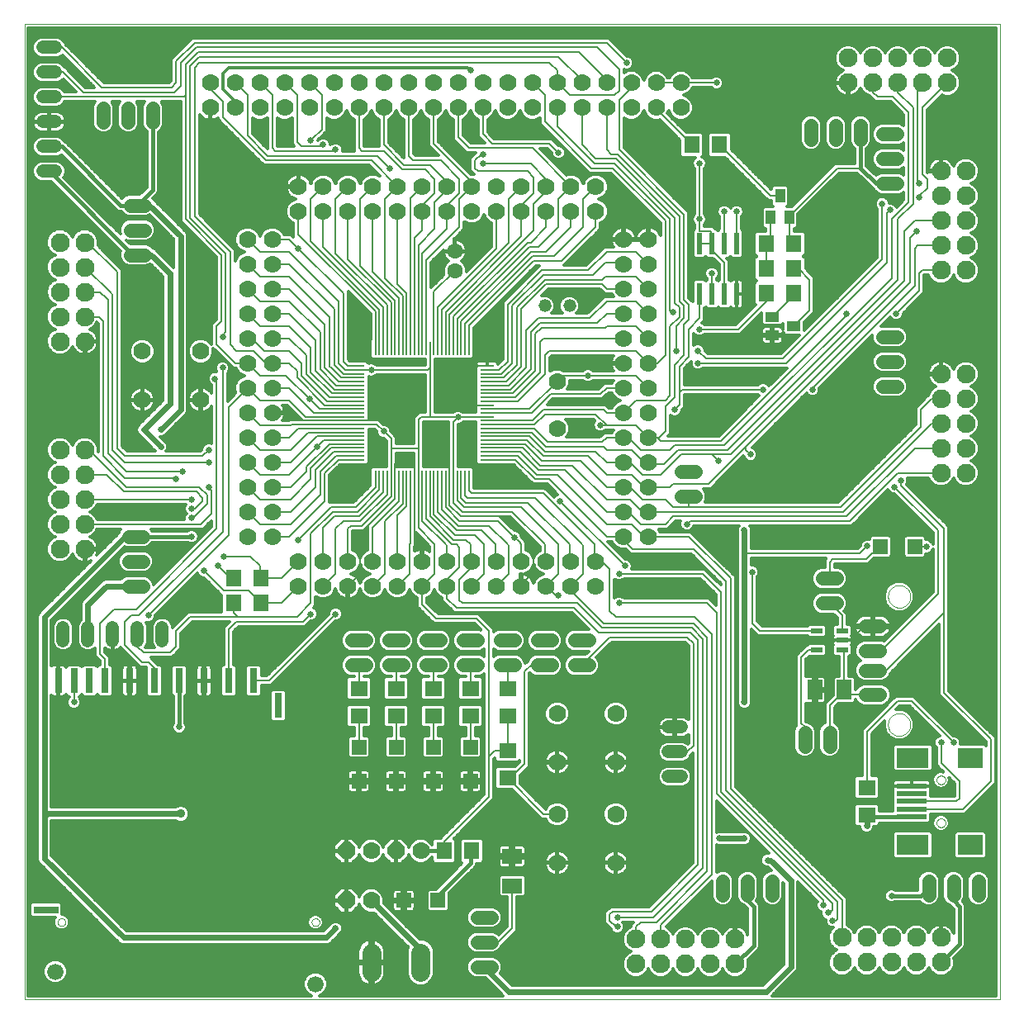
<source format=gtl>
G75*
G70*
%OFA0B0*%
%FSLAX24Y24*%
%IPPOS*%
%LPD*%
%AMOC8*
5,1,8,0,0,1.08239X$1,22.5*
%
%ADD10C,0.0000*%
%ADD11C,0.0700*%
%ADD12R,0.0630X0.0710*%
%ADD13R,0.0394X0.0551*%
%ADD14R,0.0551X0.0394*%
%ADD15R,0.0236X0.0866*%
%ADD16C,0.0780*%
%ADD17OC8,0.0700*%
%ADD18R,0.0580X0.0090*%
%ADD19R,0.0090X0.0580*%
%ADD20C,0.0520*%
%ADD21R,0.0984X0.0787*%
%ADD22R,0.1299X0.0787*%
%ADD23R,0.1220X0.0197*%
%ADD24C,0.0574*%
%ADD25R,0.0710X0.0630*%
%ADD26R,0.0472X0.0217*%
%ADD27R,0.0591X0.0787*%
%ADD28C,0.0560*%
%ADD29C,0.0630*%
%ADD30R,0.0315X0.0984*%
%ADD31R,0.0984X0.0315*%
%ADD32C,0.0660*%
%ADD33C,0.0520*%
%ADD34R,0.0591X0.0591*%
%ADD35C,0.0760*%
%ADD36R,0.0787X0.0591*%
%ADD37C,0.0080*%
%ADD38C,0.0250*%
%ADD39C,0.0120*%
%ADD40C,0.0160*%
%ADD41C,0.0240*%
%ADD42C,0.0356*%
D10*
X001089Y000191D02*
X001089Y039562D01*
X040459Y039562D01*
X040459Y000191D01*
X001089Y000191D01*
X002432Y003316D02*
X002434Y003341D01*
X002440Y003365D01*
X002449Y003387D01*
X002462Y003408D01*
X002478Y003427D01*
X002497Y003443D01*
X002518Y003456D01*
X002540Y003465D01*
X002564Y003471D01*
X002589Y003473D01*
X002614Y003471D01*
X002638Y003465D01*
X002660Y003456D01*
X002681Y003443D01*
X002700Y003427D01*
X002716Y003408D01*
X002729Y003387D01*
X002738Y003365D01*
X002744Y003341D01*
X002746Y003316D01*
X002744Y003291D01*
X002738Y003267D01*
X002729Y003245D01*
X002716Y003224D01*
X002700Y003205D01*
X002681Y003189D01*
X002660Y003176D01*
X002638Y003167D01*
X002614Y003161D01*
X002589Y003159D01*
X002564Y003161D01*
X002540Y003167D01*
X002518Y003176D01*
X002497Y003189D01*
X002478Y003205D01*
X002462Y003224D01*
X002449Y003245D01*
X002440Y003267D01*
X002434Y003291D01*
X002432Y003316D01*
X012682Y003316D02*
X012684Y003341D01*
X012690Y003365D01*
X012699Y003387D01*
X012712Y003408D01*
X012728Y003427D01*
X012747Y003443D01*
X012768Y003456D01*
X012790Y003465D01*
X012814Y003471D01*
X012839Y003473D01*
X012864Y003471D01*
X012888Y003465D01*
X012910Y003456D01*
X012931Y003443D01*
X012950Y003427D01*
X012966Y003408D01*
X012979Y003387D01*
X012988Y003365D01*
X012994Y003341D01*
X012996Y003316D01*
X012994Y003291D01*
X012988Y003267D01*
X012979Y003245D01*
X012966Y003224D01*
X012950Y003205D01*
X012931Y003189D01*
X012910Y003176D01*
X012888Y003167D01*
X012864Y003161D01*
X012839Y003159D01*
X012814Y003161D01*
X012790Y003167D01*
X012768Y003176D01*
X012747Y003189D01*
X012728Y003205D01*
X012712Y003224D01*
X012699Y003245D01*
X012690Y003267D01*
X012684Y003291D01*
X012682Y003316D01*
X035948Y011292D02*
X035950Y011334D01*
X035956Y011376D01*
X035966Y011418D01*
X035979Y011458D01*
X035997Y011497D01*
X036018Y011534D01*
X036042Y011568D01*
X036070Y011601D01*
X036100Y011631D01*
X036133Y011657D01*
X036168Y011681D01*
X036206Y011701D01*
X036245Y011717D01*
X036285Y011730D01*
X036327Y011739D01*
X036369Y011744D01*
X036412Y011745D01*
X036454Y011742D01*
X036496Y011735D01*
X036537Y011724D01*
X036577Y011709D01*
X036615Y011691D01*
X036652Y011669D01*
X036686Y011644D01*
X036718Y011616D01*
X036746Y011585D01*
X036772Y011551D01*
X036795Y011515D01*
X036814Y011478D01*
X036830Y011438D01*
X036842Y011397D01*
X036850Y011356D01*
X036854Y011313D01*
X036854Y011271D01*
X036850Y011228D01*
X036842Y011187D01*
X036830Y011146D01*
X036814Y011106D01*
X036795Y011069D01*
X036772Y011033D01*
X036746Y010999D01*
X036718Y010968D01*
X036686Y010940D01*
X036652Y010915D01*
X036615Y010893D01*
X036577Y010875D01*
X036537Y010860D01*
X036496Y010849D01*
X036454Y010842D01*
X036412Y010839D01*
X036369Y010840D01*
X036327Y010845D01*
X036285Y010854D01*
X036245Y010867D01*
X036206Y010883D01*
X036168Y010903D01*
X036133Y010927D01*
X036100Y010953D01*
X036070Y010983D01*
X036042Y011016D01*
X036018Y011050D01*
X035997Y011087D01*
X035979Y011126D01*
X035966Y011166D01*
X035956Y011208D01*
X035950Y011250D01*
X035948Y011292D01*
X037912Y009058D02*
X037914Y009084D01*
X037920Y009110D01*
X037930Y009135D01*
X037943Y009158D01*
X037959Y009178D01*
X037979Y009196D01*
X038001Y009211D01*
X038024Y009223D01*
X038050Y009231D01*
X038076Y009235D01*
X038102Y009235D01*
X038128Y009231D01*
X038154Y009223D01*
X038178Y009211D01*
X038199Y009196D01*
X038219Y009178D01*
X038235Y009158D01*
X038248Y009135D01*
X038258Y009110D01*
X038264Y009084D01*
X038266Y009058D01*
X038264Y009032D01*
X038258Y009006D01*
X038248Y008981D01*
X038235Y008958D01*
X038219Y008938D01*
X038199Y008920D01*
X038177Y008905D01*
X038154Y008893D01*
X038128Y008885D01*
X038102Y008881D01*
X038076Y008881D01*
X038050Y008885D01*
X038024Y008893D01*
X038000Y008905D01*
X037979Y008920D01*
X037959Y008938D01*
X037943Y008958D01*
X037930Y008981D01*
X037920Y009006D01*
X037914Y009032D01*
X037912Y009058D01*
X037912Y007325D02*
X037914Y007351D01*
X037920Y007377D01*
X037930Y007402D01*
X037943Y007425D01*
X037959Y007445D01*
X037979Y007463D01*
X038001Y007478D01*
X038024Y007490D01*
X038050Y007498D01*
X038076Y007502D01*
X038102Y007502D01*
X038128Y007498D01*
X038154Y007490D01*
X038178Y007478D01*
X038199Y007463D01*
X038219Y007445D01*
X038235Y007425D01*
X038248Y007402D01*
X038258Y007377D01*
X038264Y007351D01*
X038266Y007325D01*
X038264Y007299D01*
X038258Y007273D01*
X038248Y007248D01*
X038235Y007225D01*
X038219Y007205D01*
X038199Y007187D01*
X038177Y007172D01*
X038154Y007160D01*
X038128Y007152D01*
X038102Y007148D01*
X038076Y007148D01*
X038050Y007152D01*
X038024Y007160D01*
X038000Y007172D01*
X037979Y007187D01*
X037959Y007205D01*
X037943Y007225D01*
X037930Y007248D01*
X037920Y007273D01*
X037914Y007299D01*
X037912Y007325D01*
X035948Y016466D02*
X035950Y016508D01*
X035956Y016550D01*
X035966Y016592D01*
X035979Y016632D01*
X035997Y016671D01*
X036018Y016708D01*
X036042Y016742D01*
X036070Y016775D01*
X036100Y016805D01*
X036133Y016831D01*
X036168Y016855D01*
X036206Y016875D01*
X036245Y016891D01*
X036285Y016904D01*
X036327Y016913D01*
X036369Y016918D01*
X036412Y016919D01*
X036454Y016916D01*
X036496Y016909D01*
X036537Y016898D01*
X036577Y016883D01*
X036615Y016865D01*
X036652Y016843D01*
X036686Y016818D01*
X036718Y016790D01*
X036746Y016759D01*
X036772Y016725D01*
X036795Y016689D01*
X036814Y016652D01*
X036830Y016612D01*
X036842Y016571D01*
X036850Y016530D01*
X036854Y016487D01*
X036854Y016445D01*
X036850Y016402D01*
X036842Y016361D01*
X036830Y016320D01*
X036814Y016280D01*
X036795Y016243D01*
X036772Y016207D01*
X036746Y016173D01*
X036718Y016142D01*
X036686Y016114D01*
X036652Y016089D01*
X036615Y016067D01*
X036577Y016049D01*
X036537Y016034D01*
X036496Y016023D01*
X036454Y016016D01*
X036412Y016013D01*
X036369Y016014D01*
X036327Y016019D01*
X036285Y016028D01*
X036245Y016041D01*
X036206Y016057D01*
X036168Y016077D01*
X036133Y016101D01*
X036100Y016127D01*
X036070Y016157D01*
X036042Y016190D01*
X036018Y016224D01*
X035997Y016261D01*
X035979Y016300D01*
X035966Y016340D01*
X035956Y016382D01*
X035950Y016424D01*
X035948Y016466D01*
D11*
X026279Y018877D03*
X025279Y018877D03*
X025279Y019877D03*
X025279Y020877D03*
X026279Y020877D03*
X026279Y019877D03*
X026279Y021877D03*
X026279Y022877D03*
X025279Y022877D03*
X025279Y021877D03*
X025279Y023877D03*
X025279Y024877D03*
X026279Y024877D03*
X026279Y023877D03*
X026279Y025877D03*
X026279Y026877D03*
X025279Y026877D03*
X025279Y025877D03*
X025279Y027877D03*
X025279Y028877D03*
X026279Y028877D03*
X026279Y027877D03*
X026279Y029877D03*
X026279Y030877D03*
X025279Y030877D03*
X025279Y029877D03*
X024153Y032006D03*
X023153Y032006D03*
X022153Y032006D03*
X021153Y032006D03*
X020153Y032006D03*
X019153Y032006D03*
X018153Y032006D03*
X017153Y032006D03*
X016153Y032006D03*
X015153Y032006D03*
X014153Y032006D03*
X013153Y032006D03*
X012153Y032006D03*
X012153Y033006D03*
X013153Y033006D03*
X014153Y033006D03*
X015153Y033006D03*
X016153Y033006D03*
X017153Y033006D03*
X018153Y033006D03*
X019153Y033006D03*
X020153Y033006D03*
X021153Y033006D03*
X022153Y033006D03*
X023153Y033006D03*
X024153Y033006D03*
X024589Y036191D03*
X024589Y037191D03*
X023589Y037191D03*
X023589Y036191D03*
X022589Y036191D03*
X022589Y037191D03*
X021589Y037191D03*
X021589Y036191D03*
X020589Y036191D03*
X020589Y037191D03*
X019589Y037191D03*
X019589Y036191D03*
X018589Y036191D03*
X018589Y037191D03*
X017589Y037191D03*
X017589Y036191D03*
X016589Y036191D03*
X016589Y037191D03*
X015589Y037191D03*
X015589Y036191D03*
X014589Y036191D03*
X014589Y037191D03*
X013589Y037191D03*
X013589Y036191D03*
X012589Y036191D03*
X012589Y037191D03*
X011589Y037191D03*
X011589Y036191D03*
X010589Y036191D03*
X010589Y037191D03*
X009589Y037191D03*
X009589Y036191D03*
X008589Y036191D03*
X008589Y037191D03*
X010092Y030877D03*
X010092Y029877D03*
X011092Y029877D03*
X011092Y030877D03*
X011092Y028877D03*
X011092Y027877D03*
X010092Y027877D03*
X010092Y028877D03*
X010092Y026877D03*
X010092Y025877D03*
X011092Y025877D03*
X011092Y026877D03*
X011092Y024877D03*
X011092Y023877D03*
X010092Y023877D03*
X010092Y024877D03*
X008206Y024399D03*
X010092Y022877D03*
X010092Y021877D03*
X011092Y021877D03*
X011092Y022877D03*
X011092Y020877D03*
X011092Y019877D03*
X010092Y019877D03*
X010092Y020877D03*
X010092Y018877D03*
X011092Y018877D03*
X012149Y017878D03*
X013149Y017878D03*
X014149Y017878D03*
X015149Y017878D03*
X016149Y017878D03*
X017149Y017878D03*
X018149Y017878D03*
X019149Y017878D03*
X020149Y017878D03*
X021149Y017878D03*
X022149Y017878D03*
X023149Y017878D03*
X024149Y017878D03*
X024149Y016878D03*
X023149Y016878D03*
X022149Y016878D03*
X021149Y016878D03*
X020149Y016878D03*
X019149Y016878D03*
X018149Y016878D03*
X017149Y016878D03*
X016149Y016878D03*
X015149Y016878D03*
X014149Y016878D03*
X013149Y016878D03*
X012149Y016878D03*
X005846Y024399D03*
X005846Y026359D03*
X008206Y026359D03*
X022589Y025141D03*
X022589Y023241D03*
X022596Y011734D03*
X022596Y009774D03*
X022596Y007671D03*
X022596Y005711D03*
X024956Y005711D03*
X024956Y007671D03*
X024956Y009774D03*
X024956Y011734D03*
X017089Y006191D03*
X015089Y006191D03*
X015089Y004191D03*
X025589Y036191D03*
X026589Y036191D03*
X027589Y036191D03*
X027589Y037191D03*
X026589Y037191D03*
X025589Y037191D03*
D12*
X028029Y034691D03*
X029148Y034691D03*
X031029Y030691D03*
X031029Y029691D03*
X031029Y028691D03*
X032148Y028691D03*
X032148Y029691D03*
X032148Y030691D03*
X010648Y017191D03*
X010648Y016191D03*
X009529Y016191D03*
X009529Y017191D03*
X018029Y006191D03*
X019148Y006191D03*
D13*
X031214Y031758D03*
X031963Y031758D03*
X031589Y032625D03*
D14*
X031280Y027753D03*
X031280Y027005D03*
X032147Y027379D03*
D15*
X029839Y028668D03*
X029339Y028668D03*
X028839Y028668D03*
X028339Y028668D03*
X028339Y030715D03*
X028839Y030715D03*
X029339Y030715D03*
X029839Y030715D03*
D16*
X017079Y002081D02*
X017079Y001301D01*
X015099Y001301D02*
X015099Y002081D01*
D17*
X014089Y004191D03*
X014089Y006191D03*
X016089Y006191D03*
D18*
X014538Y021987D03*
X014538Y022147D03*
X014538Y022307D03*
X014538Y022457D03*
X014538Y022617D03*
X014538Y022777D03*
X014538Y022937D03*
X014538Y023087D03*
X014538Y023247D03*
X014538Y023407D03*
X014538Y023567D03*
X014538Y023717D03*
X014538Y023877D03*
X014538Y024037D03*
X014538Y024187D03*
X014538Y024347D03*
X014538Y024507D03*
X014538Y024667D03*
X014538Y024817D03*
X014538Y024977D03*
X014538Y025137D03*
X014538Y025297D03*
X014538Y025447D03*
X014538Y025607D03*
X014538Y025767D03*
X019758Y025767D03*
X019758Y025607D03*
X019758Y025447D03*
X019758Y025297D03*
X019758Y025137D03*
X019758Y024977D03*
X019758Y024817D03*
X019758Y024667D03*
X019758Y024507D03*
X019758Y024347D03*
X019758Y024187D03*
X019758Y024037D03*
X019758Y023877D03*
X019758Y023717D03*
X019758Y023567D03*
X019758Y023407D03*
X019758Y023247D03*
X019758Y023087D03*
X019758Y022937D03*
X019758Y022777D03*
X019758Y022617D03*
X019758Y022457D03*
X019758Y022307D03*
X019758Y022147D03*
X019758Y021987D03*
D19*
X019038Y021267D03*
X018878Y021267D03*
X018718Y021267D03*
X018568Y021267D03*
X018408Y021267D03*
X018248Y021267D03*
X018088Y021267D03*
X017938Y021267D03*
X017778Y021267D03*
X017618Y021267D03*
X017458Y021267D03*
X017308Y021267D03*
X017148Y021267D03*
X016988Y021267D03*
X016838Y021267D03*
X016678Y021267D03*
X016518Y021267D03*
X016358Y021267D03*
X016208Y021267D03*
X016048Y021267D03*
X015888Y021267D03*
X015728Y021267D03*
X015578Y021267D03*
X015418Y021267D03*
X015258Y021267D03*
X015258Y026487D03*
X015418Y026487D03*
X015578Y026487D03*
X015728Y026487D03*
X015888Y026487D03*
X016048Y026487D03*
X016208Y026487D03*
X016358Y026487D03*
X016518Y026487D03*
X016678Y026487D03*
X016838Y026487D03*
X016988Y026487D03*
X017148Y026487D03*
X017308Y026487D03*
X017458Y026487D03*
X017618Y026487D03*
X017778Y026487D03*
X017938Y026487D03*
X018088Y026487D03*
X018248Y026487D03*
X018408Y026487D03*
X018568Y026487D03*
X018718Y026487D03*
X018878Y026487D03*
X019038Y026487D03*
D20*
X022089Y028191D03*
X023089Y028191D03*
D21*
X039270Y009943D03*
X039270Y006440D03*
D22*
X036947Y006440D03*
X036947Y009943D03*
D23*
X036907Y008821D03*
X036907Y008506D03*
X036907Y008191D03*
X036907Y007877D03*
X036907Y007562D03*
D24*
X035621Y012501D02*
X035047Y012501D01*
X035047Y013485D02*
X035621Y013485D01*
X035621Y014273D02*
X035047Y014273D01*
X035047Y015257D02*
X035621Y015257D01*
D25*
X035089Y008751D03*
X035089Y007632D03*
X020589Y009132D03*
X020589Y010251D03*
X020589Y011632D03*
X020589Y012751D03*
X019089Y012751D03*
X019089Y011632D03*
X017589Y011632D03*
X017589Y012751D03*
X016089Y012751D03*
X016089Y011632D03*
X014589Y011632D03*
X014589Y012751D03*
D26*
X033077Y014317D03*
X033077Y015066D03*
X034100Y015066D03*
X034100Y014691D03*
X034100Y014317D03*
D27*
X034179Y012691D03*
X032998Y012691D03*
D28*
X032589Y010971D02*
X032589Y010411D01*
X033589Y010411D02*
X033589Y010971D01*
X033869Y016191D02*
X033309Y016191D01*
X033309Y017191D02*
X033869Y017191D01*
X028181Y020504D02*
X027621Y020504D01*
X027621Y021504D02*
X028181Y021504D01*
X023869Y014691D02*
X023309Y014691D01*
X022369Y014691D02*
X021809Y014691D01*
X020869Y014691D02*
X020309Y014691D01*
X019369Y014691D02*
X018809Y014691D01*
X017869Y014691D02*
X017309Y014691D01*
X016369Y014691D02*
X015809Y014691D01*
X014869Y014691D02*
X014309Y014691D01*
X014309Y013691D02*
X014869Y013691D01*
X015809Y013691D02*
X016369Y013691D01*
X017309Y013691D02*
X017869Y013691D01*
X018809Y013691D02*
X019369Y013691D01*
X020309Y013691D02*
X020869Y013691D01*
X021809Y013691D02*
X022369Y013691D01*
X023309Y013691D02*
X023869Y013691D01*
X029276Y004971D02*
X029276Y004411D01*
X030276Y004411D02*
X030276Y004971D01*
X031276Y004971D02*
X031276Y004411D01*
X037589Y004411D02*
X037589Y004971D01*
X038589Y004971D02*
X038589Y004411D01*
X039589Y004411D02*
X039589Y004971D01*
X019931Y003504D02*
X019371Y003504D01*
X019371Y002504D02*
X019931Y002504D01*
X019931Y001504D02*
X019371Y001504D01*
X005869Y016879D02*
X005309Y016879D01*
X005309Y017879D02*
X005869Y017879D01*
X005869Y018879D02*
X005309Y018879D01*
X005371Y030254D02*
X005931Y030254D01*
X005931Y031254D02*
X005371Y031254D01*
X005371Y032254D02*
X005931Y032254D01*
X006276Y035599D02*
X006276Y036159D01*
X005276Y036159D02*
X005276Y035599D01*
X004276Y035599D02*
X004276Y036159D01*
X032839Y035471D02*
X032839Y034911D01*
X033839Y034911D02*
X033839Y035471D01*
X034839Y035471D02*
X034839Y034911D01*
X035746Y035129D02*
X036306Y035129D01*
X036306Y034129D02*
X035746Y034129D01*
X035746Y033129D02*
X036306Y033129D01*
X036306Y026941D02*
X035746Y026941D01*
X035746Y025941D02*
X036306Y025941D01*
X036306Y024941D02*
X035746Y024941D01*
D29*
X018464Y029604D03*
X018464Y030404D03*
D30*
X010339Y013066D03*
X009339Y013066D03*
X008339Y013066D03*
X007339Y013066D03*
X006339Y013066D03*
X005339Y013066D03*
X004339Y013066D03*
X003714Y013066D03*
X003089Y013066D03*
X002464Y013066D03*
X011339Y012066D03*
D31*
X001964Y003816D03*
D32*
X002339Y001316D03*
X012839Y000816D03*
D33*
X006651Y014681D02*
X006651Y015201D01*
X005651Y015201D02*
X005651Y014681D01*
X004651Y014681D02*
X004651Y015201D01*
X003651Y015201D02*
X003651Y014681D01*
X002651Y014681D02*
X002651Y015201D01*
X002349Y033629D02*
X001829Y033629D01*
X001829Y034629D02*
X002349Y034629D01*
X002349Y035629D02*
X001829Y035629D01*
X001829Y036629D02*
X002349Y036629D01*
X002349Y037629D02*
X001829Y037629D01*
X001829Y038629D02*
X002349Y038629D01*
X027079Y011191D02*
X027599Y011191D01*
X027599Y010191D02*
X027079Y010191D01*
X027079Y009191D02*
X027599Y009191D01*
D34*
X019089Y009003D03*
X019089Y010380D03*
X017589Y010380D03*
X017589Y009003D03*
X016089Y009003D03*
X016089Y010380D03*
X014589Y010380D03*
X014589Y009003D03*
X016400Y004191D03*
X017777Y004191D03*
X035650Y018473D03*
X037028Y018473D03*
D35*
X038089Y021441D03*
X038089Y022441D03*
X039089Y022441D03*
X039089Y021441D03*
X039089Y023441D03*
X039089Y024441D03*
X039089Y025441D03*
X038089Y025441D03*
X038089Y024441D03*
X038089Y023441D03*
X038089Y029629D03*
X039089Y029629D03*
X039089Y030629D03*
X039089Y031629D03*
X039089Y032629D03*
X039089Y033629D03*
X038089Y033629D03*
X038089Y032629D03*
X038089Y031629D03*
X038089Y030629D03*
X038339Y037191D03*
X037339Y037191D03*
X037339Y038191D03*
X038339Y038191D03*
X036339Y038191D03*
X035339Y038191D03*
X035339Y037191D03*
X036339Y037191D03*
X034339Y037191D03*
X034339Y038191D03*
X003526Y030754D03*
X002526Y030754D03*
X002526Y029754D03*
X002526Y028754D03*
X003526Y028754D03*
X003526Y029754D03*
X003526Y027754D03*
X002526Y027754D03*
X002526Y026754D03*
X003526Y026754D03*
X003526Y022379D03*
X002526Y022379D03*
X002526Y021379D03*
X002526Y020379D03*
X003526Y020379D03*
X003526Y021379D03*
X003526Y019379D03*
X003526Y018379D03*
X002526Y018379D03*
X002526Y019379D03*
X025776Y002629D03*
X025776Y001629D03*
X026776Y001629D03*
X026776Y002629D03*
X027776Y002629D03*
X027776Y001629D03*
X028776Y001629D03*
X028776Y002629D03*
X029776Y002629D03*
X029776Y001629D03*
X034089Y001691D03*
X035089Y001691D03*
X036089Y001691D03*
X036089Y002691D03*
X035089Y002691D03*
X034089Y002691D03*
X037089Y002691D03*
X037089Y001691D03*
X038089Y001691D03*
X038089Y002691D03*
D36*
X020776Y004788D03*
X020776Y005970D03*
D37*
X020776Y004788D02*
X020776Y003066D01*
X020214Y002504D01*
X019651Y002504D01*
X018029Y006191D02*
X018026Y006194D01*
X018026Y006566D01*
X019839Y008379D01*
X019839Y010004D01*
X019839Y015066D01*
X019339Y015566D01*
X017714Y015566D01*
X017150Y016130D01*
X017150Y016878D01*
X017651Y017379D01*
X017651Y018566D01*
X016989Y019229D01*
X016989Y021266D01*
X016988Y021267D01*
X016988Y022417D01*
X016964Y022441D01*
X015889Y022441D01*
X015889Y022829D01*
X015589Y023129D01*
X015311Y023407D01*
X014538Y023407D01*
X011866Y023407D01*
X011839Y023379D01*
X010590Y023379D01*
X010092Y023877D01*
X009339Y024123D02*
X009339Y018941D01*
X006089Y015691D01*
X005714Y015691D02*
X005401Y015691D01*
X005151Y015441D01*
X005151Y014504D01*
X005839Y013816D01*
X006089Y013816D01*
X006339Y013566D01*
X006339Y013066D01*
X005901Y014191D02*
X005651Y014441D01*
X005651Y014941D01*
X005651Y014941D01*
X005714Y015691D02*
X009089Y019066D01*
X009089Y025691D01*
X009591Y025877D02*
X010092Y025877D01*
X010590Y025379D01*
X011651Y025379D01*
X012589Y024441D01*
X012994Y024037D01*
X014538Y024037D01*
X014538Y024187D02*
X013218Y024187D01*
X012089Y025316D01*
X012089Y025567D01*
X011776Y025879D01*
X011095Y025879D01*
X011092Y025877D01*
X011090Y025879D01*
X010839Y025879D01*
X010339Y026379D01*
X009651Y026379D01*
X009401Y026629D01*
X009401Y030379D01*
X007964Y031817D01*
X007964Y037816D01*
X008151Y038004D01*
X022276Y038004D01*
X022589Y037692D01*
X022589Y037191D01*
X023089Y036691D01*
X024901Y036691D01*
X025089Y036879D01*
X025089Y037754D01*
X024214Y038629D01*
X008026Y038629D01*
X007401Y038004D01*
X007401Y037066D01*
X007151Y036816D01*
X003464Y036816D01*
X002651Y037629D01*
X002089Y037629D01*
X002089Y036629D02*
X007526Y036629D01*
X007589Y036691D01*
X007589Y037941D01*
X008089Y038441D01*
X023464Y038441D01*
X024589Y037316D01*
X024589Y037191D01*
X025089Y036504D02*
X025089Y034504D01*
X027714Y031879D01*
X027714Y028441D01*
X027901Y028254D01*
X027901Y027629D01*
X027714Y027441D01*
X027714Y026191D01*
X027339Y025816D01*
X027339Y024504D01*
X026964Y024129D01*
X026964Y023129D01*
X026711Y022877D01*
X026651Y022877D01*
X026774Y022754D01*
X029214Y022754D01*
X030526Y024066D01*
X030526Y024066D01*
X031589Y025129D01*
X031589Y025129D01*
X034276Y027817D01*
X034276Y027879D01*
X034464Y028504D02*
X035901Y029941D01*
X035901Y031941D01*
X036026Y032066D01*
X035714Y032004D02*
X035714Y030066D01*
X031714Y026066D01*
X028589Y026066D01*
X028276Y026379D01*
X027901Y026129D02*
X027526Y025754D01*
X027526Y024691D01*
X027651Y024816D01*
X030901Y024816D01*
X031839Y025879D02*
X034464Y028504D01*
X034464Y028504D01*
X032776Y028008D02*
X032776Y029254D01*
X032339Y029691D01*
X032148Y029691D01*
X032148Y028691D02*
X032148Y028621D01*
X031280Y027753D01*
X031029Y028382D02*
X031029Y028691D01*
X031029Y028382D02*
X029901Y027254D01*
X028339Y027254D01*
X028339Y027691D02*
X027901Y027254D01*
X027901Y026129D01*
X028276Y025879D02*
X031839Y025879D01*
X032901Y024879D02*
X037026Y029004D01*
X037026Y030504D01*
X037151Y030629D01*
X038089Y030629D01*
X038089Y031629D02*
X037026Y031629D01*
X036589Y031191D01*
X036589Y029191D01*
X029589Y022191D01*
X028839Y022191D01*
X027589Y022191D01*
X026776Y021379D01*
X026026Y021379D01*
X025526Y021879D01*
X025282Y021879D01*
X025279Y021877D01*
X025277Y021879D01*
X024589Y021879D01*
X024151Y022316D01*
X022089Y022316D01*
X021468Y022937D01*
X019758Y022937D01*
X019758Y023087D02*
X021569Y023087D01*
X022151Y022504D01*
X024464Y022504D01*
X024589Y022379D01*
X025589Y022379D01*
X026089Y021879D01*
X026277Y021879D01*
X026279Y021877D01*
X026339Y021816D01*
X026901Y021816D01*
X027464Y022379D01*
X029464Y022379D01*
X036339Y029254D01*
X036339Y031691D01*
X036964Y032316D01*
X036964Y036191D01*
X036339Y036816D01*
X036339Y037191D01*
X036151Y036629D02*
X036776Y036004D01*
X036776Y032379D01*
X036089Y031691D01*
X036089Y029316D01*
X029339Y022566D01*
X027339Y022566D01*
X027151Y022379D01*
X025964Y022379D01*
X025466Y022877D01*
X025279Y022877D01*
X025277Y022879D01*
X024589Y022879D01*
X024401Y022691D01*
X022214Y022691D01*
X021658Y023247D01*
X019758Y023247D01*
X019758Y023407D02*
X021679Y023407D01*
X022089Y023816D01*
X024151Y023816D01*
X024589Y023379D01*
X024339Y023379D01*
X024589Y023379D02*
X025777Y023379D01*
X026279Y022877D01*
X026651Y022877D01*
X027339Y024004D02*
X027339Y024004D01*
X027526Y024191D01*
X027526Y024691D01*
X027151Y024566D02*
X026964Y024379D01*
X025776Y024379D01*
X025279Y023882D01*
X025279Y023877D01*
X025277Y023879D01*
X024589Y023879D01*
X024464Y024004D01*
X022026Y024004D01*
X021589Y023567D01*
X019758Y023567D01*
X019758Y023717D02*
X018614Y023717D01*
X018589Y023691D01*
X017401Y023691D01*
X017458Y023748D01*
X017458Y025691D01*
X017373Y025607D01*
X015089Y025607D01*
X014538Y025607D01*
X014049Y025607D01*
X013776Y025879D01*
X013776Y028379D01*
X011776Y030379D01*
X010590Y030379D01*
X010092Y030877D01*
X010092Y029877D02*
X010590Y029379D01*
X011776Y029379D01*
X013401Y027754D01*
X013401Y025754D01*
X013464Y025692D01*
X013464Y025691D01*
X013858Y025297D01*
X014538Y025297D01*
X014528Y025446D02*
X014538Y025447D01*
X014528Y025446D02*
X013959Y025446D01*
X013589Y025816D01*
X013589Y028066D01*
X011778Y029877D01*
X011092Y029877D01*
X011092Y030877D02*
X011095Y030879D01*
X011776Y030879D01*
X012151Y030504D01*
X013964Y028692D01*
X013964Y025941D01*
X014138Y025767D01*
X014538Y025767D01*
X014538Y025137D02*
X013768Y025137D01*
X013214Y025691D01*
X013214Y027442D01*
X011776Y028879D01*
X011095Y028879D01*
X011092Y028877D01*
X010590Y028379D02*
X010092Y028877D01*
X010590Y028379D02*
X011776Y028379D01*
X013026Y027129D01*
X013026Y025629D01*
X013679Y024977D01*
X014538Y024977D01*
X014538Y024817D02*
X013588Y024817D01*
X012839Y025566D01*
X012839Y026817D01*
X011776Y027879D01*
X011095Y027879D01*
X011092Y027877D01*
X010590Y027379D02*
X010092Y027877D01*
X010590Y027379D02*
X011776Y027379D01*
X012651Y026504D01*
X012651Y025504D01*
X013489Y024667D01*
X014538Y024667D01*
X014538Y024507D02*
X013398Y024507D01*
X012464Y025441D01*
X012464Y026192D01*
X011776Y026879D01*
X011095Y026879D01*
X011092Y026877D01*
X010776Y026379D02*
X011776Y026379D01*
X012276Y025879D01*
X012276Y025379D01*
X013309Y024347D01*
X014538Y024347D01*
X014538Y023877D02*
X012779Y023877D01*
X011776Y024879D01*
X011095Y024879D01*
X011092Y024877D01*
X010590Y024379D02*
X010092Y024877D01*
X009339Y024123D01*
X008839Y025192D02*
X008839Y019191D01*
X005589Y015941D01*
X004714Y015941D01*
X004151Y015379D01*
X004151Y014129D01*
X004339Y013941D01*
X004339Y013066D01*
X003089Y013066D02*
X003089Y012191D01*
X003089Y013066D02*
X003089Y013191D01*
X005901Y014191D02*
X006964Y014191D01*
X007214Y014441D01*
X007214Y015066D01*
X007776Y015629D01*
X009714Y015629D01*
X009529Y015814D01*
X009529Y016191D01*
X009714Y015629D02*
X012089Y015629D01*
X012651Y016191D01*
X012651Y019004D01*
X013526Y019879D01*
X014526Y019879D01*
X015418Y020771D01*
X015418Y021267D01*
X015578Y021267D02*
X015579Y021241D01*
X015579Y020676D01*
X014589Y019691D01*
X013589Y019691D01*
X013149Y019252D01*
X013149Y017878D01*
X013651Y017380D02*
X013149Y016878D01*
X013651Y017380D02*
X013651Y019191D01*
X013964Y019504D01*
X014651Y019504D01*
X015729Y020581D01*
X015729Y021266D01*
X015728Y021267D01*
X015888Y021267D02*
X015889Y021267D01*
X015889Y022441D01*
X016151Y021941D02*
X016714Y021941D01*
X016839Y021816D01*
X016839Y021267D01*
X016838Y021267D01*
X016839Y021266D01*
X016839Y018629D01*
X017149Y018319D01*
X017149Y017878D01*
X016651Y017380D02*
X016651Y018566D01*
X016679Y018594D01*
X016679Y021266D01*
X016678Y021267D01*
X016519Y021266D02*
X016519Y020121D01*
X016151Y019754D01*
X016151Y017880D01*
X016149Y017878D01*
X015651Y017380D02*
X015149Y016878D01*
X014651Y017379D02*
X014651Y019004D01*
X016049Y020401D01*
X016049Y021266D01*
X016048Y021267D01*
X016048Y021838D01*
X016089Y021879D01*
X016151Y021941D01*
X016089Y021879D02*
X016089Y021879D01*
X016208Y021267D02*
X016209Y021266D01*
X016209Y020311D01*
X015151Y019254D01*
X015151Y017880D01*
X015149Y017878D01*
X014651Y017379D02*
X014150Y016878D01*
X014149Y016878D01*
X014149Y017878D02*
X014151Y017880D01*
X014151Y019191D01*
X014276Y019316D01*
X014714Y019316D01*
X015889Y020491D01*
X015889Y021266D01*
X015888Y021267D01*
X016358Y021267D02*
X016359Y021266D01*
X016359Y020211D01*
X015651Y019504D01*
X015651Y017380D01*
X016149Y016878D02*
X016651Y017380D01*
X017150Y016878D02*
X017149Y016878D01*
X018149Y016878D02*
X018151Y016880D01*
X018151Y016379D01*
X018526Y016004D01*
X023276Y016004D01*
X024276Y015004D01*
X027964Y015004D01*
X028276Y014691D01*
X028276Y005629D01*
X026401Y003754D01*
X024839Y003754D01*
X024714Y003629D01*
X024714Y003379D01*
X024964Y003129D01*
X025026Y003129D01*
X025026Y003504D02*
X026464Y003504D01*
X028464Y005504D01*
X028464Y014754D01*
X028026Y015191D01*
X024401Y015191D01*
X023401Y016191D01*
X018776Y016191D01*
X018651Y016316D01*
X018651Y017129D01*
X019151Y017629D01*
X019149Y017631D01*
X019149Y017878D01*
X019089Y017938D01*
X019089Y018566D01*
X018901Y018754D01*
X018401Y018754D01*
X017459Y019697D01*
X017459Y021266D01*
X017458Y021267D01*
X017309Y021266D02*
X017309Y019596D01*
X018339Y018566D01*
X018526Y018566D01*
X018651Y018441D01*
X018651Y017629D01*
X018151Y017129D01*
X018151Y016880D01*
X018149Y017878D02*
X018151Y017880D01*
X018151Y018504D01*
X018089Y018566D01*
X018089Y018566D01*
X017149Y019506D01*
X017149Y021266D01*
X017148Y021267D01*
X017308Y021267D02*
X017309Y021266D01*
X017618Y021267D02*
X017619Y021266D01*
X017619Y019786D01*
X018464Y018941D01*
X019276Y018941D01*
X019651Y018566D01*
X019651Y017380D01*
X019149Y016878D01*
X020149Y016878D02*
X020651Y017380D01*
X020651Y018504D01*
X020589Y018566D01*
X020589Y018566D01*
X019839Y019316D01*
X018589Y019316D01*
X017939Y019966D01*
X017939Y021266D01*
X017938Y021267D01*
X018088Y021267D02*
X018089Y021266D01*
X018089Y020067D01*
X018651Y019504D01*
X020214Y019504D01*
X020870Y018848D01*
X021057Y018660D01*
X021149Y018569D01*
X021149Y017878D01*
X021651Y017441D02*
X021651Y018566D01*
X020526Y019691D01*
X018714Y019691D01*
X018249Y020156D01*
X018249Y021266D01*
X018248Y021267D01*
X018248Y021907D01*
X017964Y022191D01*
X017778Y021267D02*
X017779Y021266D01*
X017779Y019877D01*
X018526Y019129D01*
X019526Y019129D01*
X020089Y018566D01*
X020089Y017938D01*
X020149Y017878D01*
X021149Y016939D02*
X021651Y017441D01*
X021149Y016939D02*
X021149Y016878D01*
X022149Y016878D02*
X022651Y017380D01*
X022651Y017379D01*
X022151Y016879D01*
X022526Y016504D01*
X022651Y016504D01*
X023149Y016694D02*
X024464Y015379D01*
X028089Y015379D01*
X028651Y014816D01*
X028651Y005379D01*
X026589Y003316D01*
X025964Y003316D01*
X025776Y003129D01*
X025776Y002629D01*
X026776Y002629D02*
X026776Y003192D01*
X028839Y005254D01*
X028839Y014941D01*
X028151Y015629D01*
X024964Y015629D01*
X024714Y015879D01*
X024714Y017566D01*
X024402Y017878D01*
X024149Y017878D01*
X024089Y017938D01*
X024089Y018566D01*
X022026Y020629D01*
X019151Y020629D01*
X019039Y020742D01*
X019039Y021266D01*
X019038Y021267D01*
X018879Y021266D02*
X018879Y020526D01*
X018964Y020441D01*
X021714Y020441D01*
X023589Y018566D01*
X023651Y018504D01*
X023651Y017380D01*
X023149Y016878D01*
X023149Y016694D01*
X022651Y017380D02*
X022651Y018566D01*
X021151Y020066D01*
X018839Y020066D01*
X018569Y020336D01*
X018569Y021266D01*
X018568Y021267D01*
X018718Y021267D02*
X018719Y021266D01*
X018719Y020437D01*
X018901Y020254D01*
X021401Y020254D01*
X023089Y018566D01*
X023089Y017938D01*
X023149Y017878D01*
X023589Y018566D02*
X023589Y018566D01*
X024589Y018879D02*
X025277Y018879D01*
X025279Y018877D01*
X025279Y018751D01*
X025651Y018379D01*
X028089Y018379D01*
X029401Y017066D01*
X029401Y008629D01*
X033901Y004129D01*
X033901Y003441D01*
X033839Y003379D01*
X033714Y003379D01*
X033589Y003691D02*
X033526Y003691D01*
X033589Y003691D02*
X033714Y003816D01*
X033714Y004066D01*
X029214Y008566D01*
X029214Y016629D01*
X028464Y017379D01*
X025089Y017379D01*
X025339Y017691D02*
X022714Y020316D01*
X022276Y021191D02*
X021714Y021191D01*
X020918Y021987D01*
X019758Y021987D01*
X019758Y022147D02*
X021009Y022147D01*
X021776Y021379D01*
X022589Y021379D01*
X024589Y019379D01*
X025589Y019379D01*
X026091Y018877D01*
X026279Y018877D01*
X027903Y018877D01*
X029589Y017191D01*
X029589Y008691D01*
X034089Y004191D01*
X034089Y002691D01*
X033339Y004004D02*
X033339Y004191D01*
X029026Y008504D01*
X029026Y015816D01*
X028651Y016191D01*
X025089Y016191D01*
X024714Y014816D02*
X023589Y013691D01*
X024714Y014816D02*
X027839Y014816D01*
X028089Y014566D01*
X028089Y010441D01*
X027839Y010191D01*
X027339Y010191D01*
X032432Y011348D02*
X032589Y011191D01*
X032589Y010691D01*
X032432Y011348D02*
X032432Y014004D01*
X032746Y014317D01*
X033077Y014317D01*
X033214Y014317D01*
X033589Y014441D02*
X033839Y014691D01*
X034100Y014691D01*
X034401Y014691D01*
X034964Y015254D01*
X035331Y015254D01*
X035334Y015257D01*
X035334Y014273D02*
X035670Y014273D01*
X037964Y016566D01*
X037964Y019129D01*
X036214Y020879D01*
X036464Y020941D02*
X036464Y021129D01*
X036464Y020941D02*
X038214Y019191D01*
X038214Y015816D01*
X038214Y012566D01*
X040089Y010691D01*
X040089Y009004D01*
X038964Y007879D01*
X036910Y007879D01*
X036907Y007877D01*
X036907Y008191D02*
X038714Y008191D01*
X038839Y008316D01*
X038839Y009004D01*
X038089Y009754D01*
X038089Y010566D01*
X038589Y010566D02*
X036901Y012254D01*
X036339Y012254D01*
X035089Y011004D01*
X035089Y008751D01*
X035089Y007632D02*
X035159Y007562D01*
X033589Y010691D02*
X033589Y012066D01*
X034179Y012657D01*
X034179Y012691D01*
X034179Y014239D01*
X034100Y014317D01*
X034100Y015066D02*
X034100Y015180D01*
X034089Y015191D01*
X034089Y015691D01*
X033589Y016191D01*
X033589Y017191D02*
X033589Y017848D01*
X033714Y017973D01*
X035057Y017973D01*
X035337Y018253D01*
X035650Y018253D01*
X035650Y018473D01*
X035120Y018504D02*
X034807Y018191D01*
X030151Y018191D01*
X030464Y017441D02*
X030464Y015379D01*
X030777Y015066D01*
X033077Y015066D01*
X033589Y014441D02*
X033589Y013879D01*
X032998Y013288D01*
X032998Y012691D01*
X034179Y012691D02*
X034276Y012691D01*
X034464Y012504D01*
X035331Y012504D01*
X035334Y012501D01*
X035334Y013485D02*
X035353Y013504D01*
X035901Y013504D01*
X038214Y015816D01*
X037495Y018473D02*
X037028Y018473D01*
X034401Y019504D02*
X027964Y019504D01*
X027839Y019379D01*
X027276Y019691D02*
X034276Y019691D01*
X037026Y022441D01*
X038089Y022441D01*
X037714Y022441D01*
X037276Y023316D02*
X037276Y024004D01*
X037714Y024441D01*
X038089Y024441D01*
X038089Y023441D02*
X037714Y023441D01*
X034149Y019877D01*
X026279Y019877D01*
X026277Y019879D01*
X026026Y019879D01*
X025526Y020379D01*
X024589Y020379D01*
X023214Y021754D01*
X021901Y021754D01*
X021199Y022457D01*
X019758Y022457D01*
X019758Y022307D02*
X021098Y022307D01*
X021839Y021566D01*
X022901Y021566D01*
X024589Y019879D01*
X025277Y019879D01*
X025279Y019877D01*
X025466Y019877D01*
X025964Y019379D01*
X026964Y019379D01*
X027276Y019691D01*
X027276Y020066D02*
X027901Y020066D01*
X027901Y020504D01*
X027901Y020066D02*
X034026Y020066D01*
X037276Y023316D01*
X038089Y021441D02*
X036339Y021441D01*
X034401Y019504D01*
X030401Y022191D02*
X030214Y022379D01*
X030214Y022504D01*
X036651Y028941D01*
X036651Y028942D01*
X036839Y029129D01*
X036839Y030941D01*
X037089Y031191D01*
X035714Y032004D02*
X035714Y032316D01*
X035464Y033129D02*
X036026Y033129D01*
X037151Y033191D02*
X037214Y033129D01*
X037151Y033191D02*
X037151Y037004D01*
X037339Y037191D01*
X037339Y036191D02*
X037339Y033504D01*
X037526Y033316D01*
X037526Y032941D01*
X037214Y032629D01*
X037214Y032566D01*
X034839Y033754D02*
X033901Y033754D01*
X031964Y031816D01*
X031964Y030876D01*
X032148Y030691D01*
X031963Y030877D01*
X031963Y031758D01*
X031214Y031758D02*
X031214Y030877D01*
X031029Y030691D01*
X031029Y029691D01*
X029839Y030715D02*
X029839Y032004D01*
X029339Y032004D02*
X029339Y030715D01*
X028839Y030715D02*
X028839Y030441D01*
X029339Y029941D01*
X029339Y028668D01*
X028839Y028668D02*
X028839Y029504D01*
X028339Y028668D02*
X028339Y027691D01*
X027714Y027691D02*
X027401Y027379D01*
X027401Y026379D01*
X026964Y026191D02*
X026649Y025877D01*
X026279Y025877D01*
X025777Y026379D01*
X022276Y026379D01*
X022089Y026191D01*
X022089Y025441D01*
X020994Y024347D01*
X019758Y024347D01*
X019758Y024507D02*
X020904Y024507D01*
X021901Y025504D01*
X021901Y026754D01*
X022026Y026879D01*
X025277Y026879D01*
X025279Y026877D01*
X025777Y027379D02*
X026279Y026877D01*
X025777Y027379D02*
X024589Y027379D01*
X024526Y027316D01*
X021964Y027316D01*
X021714Y027066D01*
X021714Y025566D01*
X020814Y024667D01*
X019758Y024667D01*
X019758Y024817D02*
X020714Y024817D01*
X021526Y025629D01*
X021526Y027129D01*
X021901Y027504D01*
X024214Y027504D01*
X024589Y027879D01*
X025277Y027879D01*
X025279Y027877D01*
X025777Y028379D02*
X026279Y027877D01*
X025777Y028379D02*
X024589Y028379D01*
X023901Y027691D01*
X021839Y027691D01*
X021339Y027191D01*
X021339Y025691D01*
X020624Y024977D01*
X019758Y024977D01*
X019758Y025137D02*
X020534Y025137D01*
X021151Y025754D01*
X021151Y028066D01*
X022151Y029066D01*
X024401Y029066D01*
X024589Y028879D01*
X025277Y028879D01*
X025279Y028877D01*
X025777Y029379D02*
X024526Y029379D01*
X024401Y029254D01*
X022089Y029254D01*
X020964Y028129D01*
X020964Y025816D01*
X020444Y025297D01*
X019758Y025297D01*
X019758Y025447D02*
X020344Y025447D01*
X020776Y025879D01*
X020776Y028191D01*
X022026Y029441D01*
X024026Y029441D01*
X024526Y029941D01*
X025214Y029941D01*
X025279Y029877D01*
X025777Y029379D02*
X026279Y028877D01*
X027151Y028004D02*
X027214Y027941D01*
X027276Y027941D01*
X027151Y028004D02*
X027151Y031691D01*
X024901Y033941D01*
X024089Y033941D01*
X022589Y035441D01*
X022589Y036191D01*
X022089Y036691D02*
X022089Y035629D01*
X023964Y033754D01*
X024839Y033754D01*
X026964Y031629D01*
X026964Y026191D01*
X027151Y027379D02*
X027151Y024566D01*
X026279Y024877D02*
X025777Y025379D01*
X023839Y025379D01*
X022839Y025379D01*
X022601Y025141D01*
X022589Y025141D01*
X021484Y024037D01*
X019758Y024037D01*
X019758Y024187D02*
X019218Y024187D01*
X018589Y024816D01*
X018589Y025816D01*
X018664Y025767D01*
X019758Y025767D01*
X019758Y025607D02*
X020254Y025607D01*
X020589Y025941D01*
X020589Y028254D01*
X021964Y029629D01*
X023839Y029629D01*
X024589Y030379D01*
X025777Y030379D01*
X026279Y029877D01*
X027339Y028316D02*
X027526Y028129D01*
X027526Y027754D01*
X027151Y027379D01*
X027714Y027691D02*
X027714Y028192D01*
X027526Y028379D01*
X027526Y031816D01*
X025026Y034316D01*
X024776Y034316D01*
X024589Y034504D01*
X024589Y036191D01*
X025089Y036504D02*
X025589Y037004D01*
X025589Y037191D01*
X025401Y038004D02*
X024589Y038816D01*
X007964Y038816D01*
X007214Y038066D01*
X007214Y037191D01*
X007026Y037004D01*
X004214Y037004D01*
X002589Y038629D01*
X002089Y038629D01*
X007589Y036691D02*
X007589Y031691D01*
X009026Y030254D01*
X009026Y027566D01*
X008839Y027379D01*
X008839Y026629D01*
X009591Y025877D01*
X008839Y025192D02*
X008776Y025254D01*
X009089Y026941D02*
X009089Y027004D01*
X009214Y027129D01*
X009214Y030317D01*
X007776Y031754D01*
X007776Y037879D01*
X008151Y038254D01*
X022651Y038254D01*
X023589Y037316D01*
X023589Y037191D01*
X023589Y036191D02*
X023589Y034691D01*
X024151Y034129D01*
X024964Y034129D01*
X027339Y031754D01*
X027339Y028316D01*
X028339Y030715D02*
X028839Y030715D01*
X028815Y031191D01*
X028339Y031191D01*
X028339Y031691D01*
X028339Y033941D01*
X028029Y034691D02*
X026589Y036132D01*
X026589Y036191D01*
X026589Y037191D02*
X027589Y037191D01*
X028964Y037191D01*
X029026Y037192D01*
X029026Y037191D01*
X029148Y034691D02*
X031215Y032625D01*
X031589Y032625D01*
X035526Y036629D02*
X035339Y036816D01*
X035339Y037191D01*
X035526Y036629D02*
X036151Y036629D01*
X037339Y036191D02*
X038339Y037191D01*
X038089Y029629D02*
X037339Y029629D01*
X037214Y029504D01*
X037214Y028816D01*
X036276Y027879D01*
X032901Y024879D02*
X032901Y024816D01*
X032147Y027379D02*
X032776Y028008D01*
X030214Y022504D02*
X028714Y021004D01*
X027276Y021004D01*
X027149Y020877D01*
X026279Y020877D01*
X026277Y020879D01*
X026089Y020879D01*
X025589Y021379D01*
X024589Y021379D01*
X023839Y022129D01*
X022026Y022129D01*
X021379Y022777D01*
X019758Y022777D01*
X019758Y022617D02*
X021288Y022617D01*
X021964Y021941D01*
X023526Y021941D01*
X024589Y020879D01*
X025277Y020879D01*
X025279Y020877D01*
X025529Y020877D01*
X026026Y020379D01*
X026964Y020379D01*
X027276Y020066D01*
X029089Y021941D02*
X028839Y022191D01*
X025279Y024877D02*
X025277Y024879D01*
X024589Y024879D01*
X024339Y024629D01*
X022339Y024629D01*
X021586Y023877D01*
X019758Y023877D01*
X018589Y023691D02*
X018409Y023511D01*
X018409Y021266D01*
X018409Y020756D01*
X018408Y020247D02*
X018776Y019879D01*
X020776Y019879D01*
X022089Y018566D01*
X022089Y017938D01*
X022149Y017878D01*
X024589Y018879D02*
X022276Y021191D01*
X018879Y021266D02*
X018878Y021267D01*
X018409Y021266D02*
X018408Y021267D01*
X018408Y020247D01*
X016988Y021267D02*
X016988Y023591D01*
X017089Y023691D01*
X017401Y023691D01*
X015589Y024191D02*
X015589Y024316D01*
X015589Y024191D02*
X014964Y023567D01*
X014538Y023567D01*
X012089Y023567D01*
X011776Y023879D01*
X011095Y023879D01*
X011092Y023877D01*
X010590Y024379D02*
X011776Y024379D01*
X012439Y023717D01*
X014538Y023717D01*
X014538Y023247D02*
X012144Y023247D01*
X011776Y022879D01*
X011095Y022879D01*
X011092Y022877D01*
X010590Y022379D02*
X010092Y022877D01*
X010590Y022379D02*
X011839Y022379D01*
X012546Y023087D01*
X014538Y023087D01*
X014538Y022937D02*
X012896Y022937D01*
X011839Y021879D01*
X011095Y021879D01*
X011092Y021877D01*
X010590Y021379D02*
X010092Y021877D01*
X010590Y021379D02*
X011776Y021379D01*
X012901Y022504D01*
X013174Y022777D01*
X014538Y022777D01*
X014538Y022617D02*
X013389Y022617D01*
X012464Y021691D01*
X012464Y021504D01*
X011839Y020879D01*
X011095Y020879D01*
X011092Y020877D01*
X010590Y020379D02*
X010092Y020877D01*
X010590Y020379D02*
X011839Y020379D01*
X012651Y021192D01*
X012651Y021629D01*
X013479Y022457D01*
X014538Y022457D01*
X014538Y022307D02*
X013579Y022307D01*
X012839Y021566D01*
X012839Y020879D01*
X011839Y019879D01*
X011095Y019879D01*
X011092Y019877D01*
X010590Y019379D02*
X010092Y019877D01*
X010590Y019379D02*
X011839Y019379D01*
X013026Y020567D01*
X013026Y021504D01*
X013669Y022147D01*
X014538Y022147D01*
X014538Y021987D02*
X013759Y021987D01*
X013214Y021441D01*
X013214Y020316D01*
X011776Y018879D01*
X011095Y018879D01*
X011092Y018877D01*
X012151Y018754D02*
X013464Y020066D01*
X014464Y020066D01*
X015258Y020861D01*
X015258Y021267D01*
X016518Y021267D02*
X016519Y021266D01*
X017458Y025691D02*
X017458Y026487D01*
X017308Y026487D02*
X017308Y030036D01*
X018651Y031379D01*
X018651Y032504D01*
X019153Y033006D01*
X019151Y033009D01*
X019151Y033191D01*
X017589Y034754D01*
X017589Y036191D01*
X018589Y036191D02*
X018589Y035004D01*
X019026Y034566D01*
X021593Y034566D01*
X023153Y033006D01*
X022651Y032504D01*
X022651Y031379D01*
X021839Y030566D01*
X021464Y030566D01*
X018568Y027671D01*
X018568Y026487D01*
X018718Y026487D02*
X018718Y027571D01*
X021526Y030379D01*
X022151Y030379D01*
X023151Y031379D01*
X023151Y032004D01*
X023153Y032006D01*
X023651Y032504D02*
X023651Y031379D01*
X022464Y030191D01*
X021589Y030191D01*
X018878Y027481D01*
X018878Y026487D01*
X019038Y026487D02*
X019038Y027391D01*
X021651Y030004D01*
X022776Y030004D01*
X024151Y031379D01*
X024151Y032004D01*
X024153Y032006D01*
X023651Y032504D02*
X024153Y033006D01*
X022651Y034379D02*
X022276Y034754D01*
X019964Y034754D01*
X019589Y035129D01*
X019589Y036191D01*
X019589Y034316D02*
X019526Y034316D01*
X019276Y034066D01*
X019276Y033754D01*
X019401Y033629D01*
X021401Y033629D01*
X021651Y033379D01*
X021651Y032754D01*
X021151Y032254D01*
X021151Y032009D01*
X021153Y032006D01*
X021151Y032004D01*
X021151Y031004D01*
X018088Y027941D01*
X018088Y026487D01*
X017938Y026487D02*
X017938Y028041D01*
X020651Y030754D01*
X020651Y032504D01*
X021153Y033006D01*
X021651Y032317D02*
X021651Y031254D01*
X018248Y027851D01*
X018248Y026487D01*
X018408Y026487D02*
X018408Y027761D01*
X021401Y030754D01*
X021526Y030754D01*
X022151Y031379D01*
X022151Y032004D01*
X022153Y032006D01*
X021651Y032317D02*
X022151Y032816D01*
X022151Y033006D01*
X022153Y033006D01*
X022151Y033009D01*
X022151Y033316D01*
X021526Y033941D01*
X019589Y033941D01*
X018651Y033316D02*
X018651Y032754D01*
X018151Y032254D01*
X018151Y032009D01*
X018153Y032006D01*
X018151Y032004D01*
X018151Y031316D01*
X017148Y030313D01*
X017148Y026487D01*
X016988Y026487D02*
X016988Y030653D01*
X017651Y031316D01*
X017651Y032379D01*
X018151Y032879D01*
X018151Y033006D01*
X018153Y033006D01*
X018151Y033009D01*
X018151Y033191D01*
X017464Y033879D01*
X016401Y033879D01*
X015589Y034692D01*
X015589Y036191D01*
X016589Y036191D02*
X016589Y034254D01*
X016776Y034066D01*
X017901Y034066D01*
X018651Y033316D01*
X017651Y033316D02*
X017651Y032754D01*
X017151Y032254D01*
X017151Y032009D01*
X017153Y032006D01*
X017151Y032004D01*
X017151Y031254D01*
X016838Y030941D01*
X016838Y026487D01*
X016678Y026487D02*
X016678Y032531D01*
X017153Y033006D01*
X017651Y033316D02*
X017276Y033691D01*
X016339Y033691D01*
X015589Y034441D01*
X014714Y034441D01*
X014589Y034566D01*
X014589Y036191D01*
X013089Y036691D02*
X013089Y035316D01*
X012714Y034941D01*
X012714Y034879D01*
X012651Y034879D01*
X013026Y034629D02*
X012276Y034629D01*
X012089Y034817D01*
X012089Y036691D01*
X011589Y037191D01*
X011089Y036691D02*
X011089Y034566D01*
X011214Y034441D01*
X013526Y034441D01*
X013651Y034504D01*
X013151Y034692D02*
X013026Y034629D01*
X013153Y033006D02*
X012651Y032504D01*
X012651Y030816D01*
X015418Y028050D01*
X015418Y026487D01*
X015578Y026487D02*
X015578Y028140D01*
X013153Y030564D01*
X013153Y032006D01*
X013651Y032504D02*
X014153Y033006D01*
X014651Y032504D02*
X015153Y033006D01*
X015651Y032504D02*
X016153Y033006D01*
X015093Y034066D01*
X010839Y034066D01*
X009089Y035816D01*
X009089Y036441D01*
X008589Y036941D01*
X008589Y037191D01*
X009589Y037191D02*
X010089Y036691D01*
X010089Y035066D01*
X010839Y034316D01*
X010901Y034254D01*
X015339Y034254D01*
X015839Y033754D01*
X015651Y032504D02*
X015651Y029316D01*
X016358Y028610D01*
X016358Y026487D01*
X016208Y026487D02*
X016208Y028510D01*
X015151Y029566D01*
X015151Y032004D01*
X015153Y032006D01*
X014651Y032504D02*
X014651Y029816D01*
X016048Y028420D01*
X016048Y026487D01*
X015888Y026487D02*
X015888Y028330D01*
X014151Y030066D01*
X014151Y032004D01*
X014153Y032006D01*
X013651Y032504D02*
X013651Y030316D01*
X015728Y028240D01*
X015728Y026487D01*
X015258Y026487D02*
X015258Y027960D01*
X012153Y031064D01*
X012153Y032006D01*
X010839Y034316D02*
X010839Y034316D01*
X011089Y036691D02*
X010589Y037191D01*
X012589Y037191D02*
X013089Y036691D01*
X016153Y032006D02*
X016151Y032004D01*
X016151Y029066D01*
X016518Y028700D01*
X016518Y026487D01*
X017618Y026487D02*
X017618Y028758D01*
X018464Y029604D01*
X017778Y028131D02*
X020153Y030506D01*
X020153Y032006D01*
X017778Y028131D02*
X017778Y026487D01*
X010776Y026379D02*
X010279Y026877D01*
X010092Y026877D01*
X008526Y022379D02*
X008276Y022129D01*
X005151Y022129D01*
X004839Y022442D01*
X004839Y029566D01*
X003651Y030754D01*
X003526Y030754D01*
X003526Y029754D02*
X003526Y029754D01*
X004589Y028691D01*
X004651Y028629D01*
X004651Y022379D01*
X005151Y021879D01*
X008526Y021879D01*
X008526Y020879D02*
X008651Y020754D01*
X008651Y019816D01*
X008214Y019379D01*
X003526Y019379D01*
X003526Y020379D02*
X007838Y020379D01*
X007839Y020379D01*
X008026Y020691D02*
X008276Y020441D01*
X008276Y020317D01*
X007964Y020004D01*
X007839Y020004D01*
X007839Y019629D02*
X007901Y019629D01*
X008464Y020191D01*
X008464Y020566D01*
X008151Y020879D01*
X005214Y020879D01*
X003713Y022379D01*
X003526Y022379D01*
X004276Y022129D02*
X005151Y021254D01*
X007151Y021254D01*
X007214Y021191D01*
X007464Y021504D02*
X005214Y021504D01*
X004464Y022254D01*
X004464Y028441D01*
X004401Y028504D01*
X004401Y028504D01*
X004151Y028754D01*
X003526Y028754D01*
X003526Y027754D02*
X004089Y027754D01*
X004276Y027566D01*
X004276Y022129D01*
X004401Y021379D02*
X003526Y021379D01*
X004401Y021379D02*
X005089Y020691D01*
X008026Y020691D01*
X009151Y018066D02*
X010214Y018066D01*
X010589Y017691D01*
X010589Y017251D01*
X010648Y017191D01*
X011463Y017191D01*
X012149Y017878D01*
X012149Y016878D02*
X011463Y016191D01*
X010648Y016191D01*
X010148Y016691D01*
X009151Y016691D01*
X008339Y017504D01*
X008901Y017691D02*
X009401Y017191D01*
X009529Y017191D01*
X009651Y015441D02*
X012339Y015441D01*
X012651Y015754D01*
X013651Y015754D02*
X010964Y013066D01*
X010339Y013066D01*
X009339Y013066D02*
X009339Y015129D01*
X009651Y015441D01*
X014589Y013691D02*
X014589Y012751D01*
X014589Y011632D02*
X014589Y010380D01*
X016089Y010380D02*
X016089Y011632D01*
X016089Y012751D02*
X016089Y013691D01*
X017589Y013691D02*
X017589Y012751D01*
X017589Y011632D02*
X017589Y010380D01*
X019089Y010380D02*
X019089Y011632D01*
X019089Y012751D02*
X019089Y013691D01*
X020589Y013691D02*
X020589Y012751D01*
X021276Y013442D02*
X021589Y013754D01*
X022026Y013754D01*
X022089Y013691D01*
X021276Y013442D02*
X021276Y009691D01*
X020716Y009132D01*
X020589Y009132D01*
X022049Y007671D01*
X022596Y007671D01*
X020589Y010251D02*
X020086Y010251D01*
X019839Y010004D01*
X020589Y010251D02*
X020589Y011632D01*
X004589Y028691D02*
X004589Y028691D01*
X021589Y037191D02*
X022089Y036691D01*
D38*
X021089Y035191D03*
X020089Y035191D03*
X019089Y035191D03*
X019589Y034316D03*
X019589Y033941D03*
X018089Y035191D03*
X017089Y035191D03*
X016089Y035191D03*
X015089Y035191D03*
X014089Y035191D03*
X013651Y034504D03*
X013151Y034692D03*
X012651Y034879D03*
X011589Y035191D03*
X010589Y035191D03*
X009089Y034191D03*
X009089Y032691D03*
X010589Y032691D03*
X012151Y030504D03*
X014589Y027691D03*
X014589Y026816D03*
X015089Y025607D03*
X015589Y024316D03*
X016589Y024316D03*
X016589Y023129D03*
X015589Y023129D03*
X016401Y022129D03*
X017964Y022191D03*
X018589Y023691D03*
X017839Y024316D03*
X018589Y025816D03*
X019839Y026754D03*
X019839Y027692D03*
X022964Y024316D03*
X023401Y024941D03*
X023839Y025379D03*
X024339Y023379D03*
X023589Y023191D03*
X022714Y020316D03*
X020870Y018848D03*
X020589Y021191D03*
X019589Y021191D03*
X022651Y016504D03*
X025089Y016191D03*
X025089Y017379D03*
X025339Y017691D03*
X026589Y017691D03*
X026589Y016566D03*
X027651Y014504D03*
X030151Y012191D03*
X030589Y012191D03*
X030651Y008691D03*
X030151Y006691D03*
X031089Y005816D03*
X029151Y006691D03*
X027901Y007441D03*
X025026Y003504D03*
X025026Y003129D03*
X018339Y008191D03*
X013651Y003066D03*
X012089Y006191D03*
X012089Y008191D03*
X009589Y006191D03*
X007339Y010191D03*
X007339Y011191D03*
X008089Y014691D03*
X006089Y015691D03*
X008339Y017504D03*
X008901Y017691D03*
X009151Y018066D03*
X008589Y016691D03*
X007839Y018879D03*
X007839Y019629D03*
X007839Y020004D03*
X007839Y020379D03*
X008526Y020879D03*
X008526Y021879D03*
X008526Y022379D03*
X007464Y021504D03*
X007214Y021191D03*
X006589Y022504D03*
X006589Y023191D03*
X008776Y025254D03*
X009089Y025691D03*
X009089Y026941D03*
X012589Y024441D03*
X012901Y022504D03*
X013901Y021004D03*
X014401Y021004D03*
X012151Y018754D03*
X012651Y015754D03*
X013651Y015754D03*
X012089Y014691D03*
X012089Y011691D03*
X006089Y019879D03*
X004651Y019879D03*
X003589Y023691D03*
X001589Y024691D03*
X001589Y025691D03*
X003089Y012191D03*
X004589Y000691D03*
X007089Y000691D03*
X010089Y000691D03*
X025026Y014504D03*
X027839Y019379D03*
X030151Y019129D03*
X030464Y017441D03*
X032089Y017191D03*
X032089Y015691D03*
X035120Y018504D03*
X037495Y018473D03*
X039901Y019129D03*
X039870Y017191D03*
X036214Y020879D03*
X036464Y021129D03*
X033589Y024191D03*
X032901Y024816D03*
X030901Y024816D03*
X029089Y025191D03*
X028589Y025191D03*
X028276Y025879D03*
X028276Y026379D03*
X027401Y026379D03*
X028339Y027254D03*
X027276Y027941D03*
X028839Y029504D03*
X030089Y029441D03*
X030089Y029941D03*
X029839Y032004D03*
X029339Y032004D03*
X028339Y031691D03*
X028339Y033941D03*
X026089Y034691D03*
X025089Y032691D03*
X022651Y034379D03*
X019089Y037691D03*
X015839Y033754D03*
X023964Y028441D03*
X027339Y024004D03*
X028589Y024191D03*
X029089Y024191D03*
X029089Y021941D03*
X030401Y022191D03*
X030089Y026691D03*
X033776Y030191D03*
X033714Y031441D03*
X035714Y032316D03*
X036026Y032066D03*
X037214Y032566D03*
X037214Y033129D03*
X037089Y031191D03*
X036276Y027879D03*
X038089Y027691D03*
X039089Y027691D03*
X034276Y027879D03*
X029026Y037191D03*
X028589Y038691D03*
X027089Y038691D03*
X025589Y038691D03*
X025401Y038004D03*
X006589Y039191D03*
X003089Y039191D03*
X034589Y010129D03*
X035089Y007191D03*
X033464Y006316D03*
X033339Y004004D03*
X033526Y003691D03*
X033714Y003379D03*
X036089Y004379D03*
X038589Y000691D03*
X039901Y000691D03*
X039901Y001879D03*
X038589Y010566D03*
X038089Y010566D03*
X039901Y011504D03*
D39*
X039728Y011335D02*
X040299Y011335D01*
X040299Y011453D02*
X039610Y011453D01*
X039491Y011572D02*
X040299Y011572D01*
X040299Y011690D02*
X039373Y011690D01*
X039254Y011809D02*
X040299Y011809D01*
X040299Y011927D02*
X039136Y011927D01*
X039017Y012046D02*
X040299Y012046D01*
X040299Y012164D02*
X038898Y012164D01*
X038780Y012283D02*
X040299Y012283D01*
X040299Y012401D02*
X038661Y012401D01*
X038543Y012520D02*
X040299Y012520D01*
X040299Y012639D02*
X038424Y012639D01*
X038413Y012649D02*
X038413Y015899D01*
X038413Y019109D01*
X038413Y019274D01*
X038386Y019301D01*
X038296Y019391D01*
X036710Y020978D01*
X036749Y021072D01*
X036749Y021186D01*
X036725Y021241D01*
X037587Y021241D01*
X037631Y021136D01*
X037783Y020984D01*
X037981Y020901D01*
X038196Y020901D01*
X038394Y020984D01*
X038546Y021136D01*
X038589Y021238D01*
X038631Y021136D01*
X038783Y020984D01*
X038981Y020901D01*
X039196Y020901D01*
X039394Y020984D01*
X039546Y021136D01*
X039628Y021334D01*
X039628Y021549D01*
X039546Y021747D01*
X039394Y021899D01*
X039292Y021941D01*
X039394Y021984D01*
X039546Y022136D01*
X039628Y022334D01*
X039628Y022549D01*
X039546Y022747D01*
X039394Y022899D01*
X039292Y022941D01*
X039394Y022984D01*
X039546Y023136D01*
X039628Y023334D01*
X039628Y023549D01*
X039546Y023747D01*
X039394Y023899D01*
X039292Y023941D01*
X039394Y023984D01*
X039546Y024136D01*
X039628Y024334D01*
X039628Y024549D01*
X039546Y024747D01*
X039394Y024899D01*
X039292Y024941D01*
X039394Y024984D01*
X039546Y025136D01*
X039628Y025334D01*
X039628Y025549D01*
X039546Y025747D01*
X039394Y025899D01*
X039196Y025981D01*
X038981Y025981D01*
X038783Y025899D01*
X038631Y025747D01*
X038589Y025647D01*
X038589Y025649D01*
X038550Y025724D01*
X038500Y025793D01*
X038440Y025853D01*
X038371Y025903D01*
X038296Y025942D01*
X038215Y025968D01*
X038131Y025981D01*
X038119Y025981D01*
X038119Y025472D01*
X038058Y025472D01*
X038058Y025981D01*
X038046Y025981D01*
X037962Y025968D01*
X037881Y025942D01*
X037805Y025903D01*
X037737Y025853D01*
X037677Y025793D01*
X037627Y025724D01*
X037588Y025649D01*
X037562Y025568D01*
X037549Y025484D01*
X037549Y025471D01*
X038058Y025471D01*
X038058Y025411D01*
X037549Y025411D01*
X037549Y025399D01*
X037562Y025315D01*
X037588Y025234D01*
X037627Y025158D01*
X037677Y025090D01*
X037737Y025030D01*
X037805Y024980D01*
X037881Y024941D01*
X037883Y024941D01*
X037783Y024899D01*
X037631Y024747D01*
X037556Y024567D01*
X037514Y024524D01*
X037076Y024087D01*
X037076Y023921D01*
X037076Y023399D01*
X033943Y020266D01*
X028559Y020266D01*
X028621Y020416D01*
X028621Y020592D01*
X028554Y020753D01*
X028503Y020804D01*
X028631Y020804D01*
X028796Y020804D01*
X030119Y022127D01*
X030159Y022030D01*
X030240Y021950D01*
X030344Y021906D01*
X030458Y021906D01*
X030562Y021950D01*
X030643Y022030D01*
X030686Y022135D01*
X030686Y022248D01*
X030643Y022353D01*
X030562Y022433D01*
X030466Y022473D01*
X032656Y024664D01*
X032659Y024655D01*
X032740Y024575D01*
X032844Y024531D01*
X032958Y024531D01*
X033062Y024575D01*
X033143Y024655D01*
X033186Y024760D01*
X033186Y024873D01*
X033184Y024879D01*
X035306Y027001D01*
X035306Y026854D01*
X035373Y026692D01*
X035497Y026568D01*
X035658Y026501D01*
X036394Y026501D01*
X036555Y026568D01*
X036679Y026692D01*
X036746Y026854D01*
X036746Y027029D01*
X036679Y027191D01*
X036555Y027314D01*
X036394Y027381D01*
X035686Y027381D01*
X036031Y027726D01*
X036034Y027718D01*
X036115Y027637D01*
X036219Y027594D01*
X036333Y027594D01*
X036437Y027637D01*
X036518Y027718D01*
X036561Y027822D01*
X036561Y027881D01*
X037413Y028734D01*
X037413Y028899D01*
X037413Y029421D01*
X037421Y029429D01*
X037587Y029429D01*
X037631Y029323D01*
X037783Y029171D01*
X037981Y029089D01*
X038196Y029089D01*
X038394Y029171D01*
X038546Y029323D01*
X038589Y029425D01*
X038631Y029323D01*
X038783Y029171D01*
X038981Y029089D01*
X039196Y029089D01*
X039394Y029171D01*
X039546Y029323D01*
X039628Y029522D01*
X039628Y029736D01*
X039546Y029935D01*
X039394Y030087D01*
X039292Y030129D01*
X039394Y030171D01*
X039546Y030323D01*
X039628Y030522D01*
X039628Y030736D01*
X039546Y030935D01*
X039394Y031087D01*
X039292Y031129D01*
X039394Y031171D01*
X039546Y031323D01*
X039628Y031522D01*
X039628Y031736D01*
X039546Y031935D01*
X039394Y032087D01*
X039292Y032129D01*
X039394Y032171D01*
X039546Y032323D01*
X039628Y032522D01*
X039628Y032736D01*
X039546Y032935D01*
X039394Y033087D01*
X039292Y033129D01*
X039394Y033171D01*
X039546Y033323D01*
X039628Y033522D01*
X039628Y033736D01*
X039546Y033935D01*
X039394Y034087D01*
X039196Y034169D01*
X038981Y034169D01*
X038783Y034087D01*
X038631Y033935D01*
X038589Y033835D01*
X038589Y033836D01*
X038550Y033912D01*
X038500Y033981D01*
X038440Y034041D01*
X038371Y034091D01*
X038296Y034129D01*
X038215Y034156D01*
X038131Y034169D01*
X038119Y034169D01*
X038119Y033659D01*
X038058Y033659D01*
X038058Y033599D01*
X037549Y033599D01*
X037549Y033586D01*
X037550Y033575D01*
X037538Y033587D01*
X037538Y036109D01*
X038125Y036695D01*
X038231Y036651D01*
X038446Y036651D01*
X038644Y036734D01*
X038796Y036886D01*
X038878Y037084D01*
X038878Y037299D01*
X038796Y037497D01*
X038644Y037649D01*
X038542Y037691D01*
X038644Y037734D01*
X038796Y037886D01*
X038878Y038084D01*
X038878Y038299D01*
X038796Y038497D01*
X038644Y038649D01*
X038446Y038731D01*
X038231Y038731D01*
X038033Y038649D01*
X037881Y038497D01*
X037839Y038395D01*
X037796Y038497D01*
X037644Y038649D01*
X037446Y038731D01*
X037231Y038731D01*
X037033Y038649D01*
X036881Y038497D01*
X036839Y038395D01*
X036796Y038497D01*
X036644Y038649D01*
X036446Y038731D01*
X036231Y038731D01*
X036033Y038649D01*
X035881Y038497D01*
X035839Y038395D01*
X035796Y038497D01*
X035644Y038649D01*
X035446Y038731D01*
X035231Y038731D01*
X035033Y038649D01*
X034881Y038497D01*
X034839Y038395D01*
X034796Y038497D01*
X034644Y038649D01*
X034446Y038731D01*
X034231Y038731D01*
X034033Y038649D01*
X033881Y038497D01*
X033799Y038299D01*
X033799Y038084D01*
X033881Y037886D01*
X034033Y037734D01*
X034133Y037692D01*
X034131Y037692D01*
X034055Y037653D01*
X033987Y037603D01*
X033927Y037543D01*
X033877Y037474D01*
X033838Y037399D01*
X033812Y037318D01*
X033799Y037234D01*
X033799Y037221D01*
X034308Y037221D01*
X034308Y037161D01*
X034369Y037161D01*
X034369Y036651D01*
X034381Y036651D01*
X034465Y036665D01*
X034546Y036691D01*
X034621Y036730D01*
X034690Y036780D01*
X034750Y036840D01*
X034800Y036908D01*
X034839Y036984D01*
X034839Y036986D01*
X034881Y036886D01*
X035033Y036734D01*
X035213Y036659D01*
X035256Y036616D01*
X035443Y036429D01*
X035609Y036429D01*
X036068Y036429D01*
X036576Y035921D01*
X036576Y035481D01*
X036555Y035502D01*
X036394Y035569D01*
X035658Y035569D01*
X035497Y035502D01*
X035373Y035378D01*
X035306Y035217D01*
X035306Y035041D01*
X035373Y034880D01*
X035497Y034756D01*
X035658Y034689D01*
X036394Y034689D01*
X036555Y034756D01*
X036576Y034777D01*
X036576Y034481D01*
X036555Y034502D01*
X036394Y034569D01*
X035658Y034569D01*
X035497Y034502D01*
X035373Y034378D01*
X035306Y034217D01*
X035306Y034041D01*
X035373Y033880D01*
X035497Y033756D01*
X035658Y033689D01*
X036394Y033689D01*
X036555Y033756D01*
X036576Y033777D01*
X036576Y033481D01*
X036555Y033502D01*
X036576Y033502D01*
X036555Y033502D02*
X036394Y033569D01*
X035658Y033569D01*
X035497Y033502D01*
X035430Y033502D01*
X035463Y033469D02*
X035079Y033853D01*
X035079Y034535D01*
X035088Y034538D01*
X035212Y034662D01*
X035279Y034824D01*
X035279Y035559D01*
X035212Y035721D01*
X035088Y035844D01*
X034926Y035911D01*
X034751Y035911D01*
X034589Y035844D01*
X034466Y035721D01*
X034399Y035559D01*
X034399Y034824D01*
X034466Y034662D01*
X034589Y034538D01*
X034599Y034535D01*
X034599Y033954D01*
X033818Y033954D01*
X033701Y033837D01*
X032058Y032194D01*
X031857Y032194D01*
X031945Y032283D01*
X031945Y032966D01*
X031852Y033060D01*
X031325Y033060D01*
X031232Y032966D01*
X031232Y032891D01*
X029623Y034499D01*
X029623Y035113D01*
X029530Y035206D01*
X028767Y035206D01*
X028673Y035113D01*
X028673Y034270D01*
X028767Y034177D01*
X029380Y034177D01*
X031015Y032542D01*
X031132Y032425D01*
X031232Y032425D01*
X031232Y032283D01*
X031320Y032194D01*
X030951Y032194D01*
X030858Y032100D01*
X030858Y031417D01*
X030951Y031323D01*
X031014Y031323D01*
X031014Y031206D01*
X030647Y031206D01*
X030554Y031113D01*
X030554Y030270D01*
X030633Y030191D01*
X030554Y030113D01*
X030554Y029270D01*
X030633Y029191D01*
X030554Y029113D01*
X030554Y028270D01*
X030594Y028230D01*
X029818Y027454D01*
X028542Y027454D01*
X028500Y027496D01*
X028447Y027517D01*
X028538Y027609D01*
X028538Y027774D01*
X028538Y028090D01*
X028589Y028140D01*
X028654Y028075D01*
X029023Y028075D01*
X029088Y028140D01*
X029154Y028075D01*
X029523Y028075D01*
X029590Y028141D01*
X029592Y028137D01*
X029622Y028107D01*
X029659Y028086D01*
X029699Y028075D01*
X029838Y028075D01*
X029838Y028667D01*
X029839Y028667D01*
X029839Y028075D01*
X029978Y028075D01*
X030018Y028086D01*
X030055Y028107D01*
X030085Y028137D01*
X030106Y028173D01*
X030117Y028214D01*
X030117Y028668D01*
X030117Y029122D01*
X030106Y029163D01*
X030085Y029199D01*
X030055Y029229D01*
X030018Y029250D01*
X029978Y029261D01*
X029839Y029261D01*
X029839Y028668D01*
X030117Y028668D01*
X029839Y028668D01*
X029839Y028668D01*
X029838Y028668D01*
X029838Y029261D01*
X029699Y029261D01*
X029659Y029250D01*
X029622Y029229D01*
X029592Y029199D01*
X029590Y029194D01*
X029538Y029245D01*
X029538Y029859D01*
X029538Y030024D01*
X029441Y030122D01*
X029523Y030122D01*
X029588Y030188D01*
X029654Y030122D01*
X030023Y030122D01*
X030117Y030216D01*
X030117Y031214D01*
X030038Y031293D01*
X030038Y031801D01*
X030080Y031843D01*
X030858Y031843D01*
X030858Y031961D02*
X030123Y031961D01*
X030123Y031947D02*
X030123Y032061D01*
X030080Y032165D01*
X030000Y032246D01*
X029895Y032289D01*
X029782Y032289D01*
X029677Y032246D01*
X029597Y032165D01*
X029588Y032145D01*
X029580Y032165D01*
X029500Y032246D01*
X029395Y032289D01*
X029282Y032289D01*
X029177Y032246D01*
X029097Y032165D01*
X029054Y032061D01*
X029054Y031947D01*
X029097Y031843D01*
X028584Y031843D01*
X028580Y031853D02*
X028538Y031895D01*
X028538Y033738D01*
X028580Y033780D01*
X028623Y033885D01*
X028623Y033998D01*
X028580Y034103D01*
X028500Y034183D01*
X028441Y034208D01*
X028504Y034270D01*
X028504Y035113D01*
X028410Y035206D01*
X027797Y035206D01*
X027044Y035959D01*
X027089Y036066D01*
X027156Y035903D01*
X027300Y035759D01*
X027487Y035681D01*
X027690Y035681D01*
X027877Y035759D01*
X028021Y035903D01*
X028098Y036090D01*
X028098Y036293D01*
X028021Y036480D01*
X027877Y036624D01*
X027714Y036691D01*
X027877Y036759D01*
X028021Y036903D01*
X028058Y036991D01*
X028823Y036991D01*
X028865Y036950D01*
X028969Y036906D01*
X029083Y036906D01*
X029187Y036950D01*
X029268Y037030D01*
X029311Y037135D01*
X029311Y037248D01*
X029268Y037353D01*
X029187Y037433D01*
X029083Y037476D01*
X028969Y037476D01*
X028865Y037433D01*
X028823Y037391D01*
X028058Y037391D01*
X028021Y037480D01*
X027877Y037624D01*
X027690Y037701D01*
X027487Y037701D01*
X027300Y037624D01*
X027156Y037480D01*
X027119Y037391D01*
X027058Y037391D01*
X027021Y037480D01*
X026877Y037624D01*
X026690Y037701D01*
X026487Y037701D01*
X026300Y037624D01*
X026156Y037480D01*
X026089Y037317D01*
X026021Y037480D01*
X025877Y037624D01*
X025690Y037701D01*
X025487Y037701D01*
X025300Y037624D01*
X025288Y037613D01*
X025288Y037742D01*
X025344Y037719D01*
X025458Y037719D01*
X025562Y037762D01*
X025643Y037843D01*
X025686Y037947D01*
X025686Y038061D01*
X025643Y038165D01*
X025562Y038246D01*
X025458Y038289D01*
X025399Y038289D01*
X024671Y039016D01*
X024506Y039016D01*
X007881Y039016D01*
X007764Y038899D01*
X007014Y038149D01*
X007014Y037984D01*
X007014Y037274D01*
X006943Y037204D01*
X004296Y037204D01*
X002755Y038746D01*
X002705Y038867D01*
X002586Y038985D01*
X002432Y039049D01*
X001745Y039049D01*
X001591Y038985D01*
X001472Y038867D01*
X001409Y038713D01*
X001409Y038545D01*
X001472Y038391D01*
X001591Y038273D01*
X001745Y038209D01*
X002432Y038209D01*
X002586Y038273D01*
X002624Y038311D01*
X003918Y037016D01*
X003546Y037016D01*
X002734Y037829D01*
X002720Y037829D01*
X002705Y037867D01*
X002586Y037985D01*
X002432Y038049D01*
X001745Y038049D01*
X001591Y037985D01*
X001472Y037867D01*
X001409Y037713D01*
X001409Y037545D01*
X001472Y037391D01*
X001591Y037273D01*
X001745Y037209D01*
X002432Y037209D01*
X002586Y037273D01*
X002655Y037342D01*
X003168Y036829D01*
X002720Y036829D01*
X002705Y036867D01*
X002586Y036985D01*
X002432Y037049D01*
X001745Y037049D01*
X001591Y036985D01*
X001472Y036867D01*
X001409Y036713D01*
X001409Y036545D01*
X001472Y036391D01*
X001591Y036273D01*
X001745Y036209D01*
X002432Y036209D01*
X002586Y036273D01*
X002705Y036391D01*
X002720Y036429D01*
X003924Y036429D01*
X003903Y036408D01*
X003836Y036247D01*
X003836Y035511D01*
X003903Y035350D01*
X004027Y035226D01*
X004188Y035159D01*
X004364Y035159D01*
X004525Y035226D01*
X004649Y035350D01*
X004716Y035511D01*
X004716Y036247D01*
X004649Y036408D01*
X004628Y036429D01*
X004924Y036429D01*
X004903Y036408D01*
X004836Y036247D01*
X004836Y035511D01*
X004903Y035350D01*
X005027Y035226D01*
X005188Y035159D01*
X005364Y035159D01*
X005525Y035226D01*
X005649Y035350D01*
X005716Y035511D01*
X005716Y036247D01*
X005649Y036408D01*
X005628Y036429D01*
X005924Y036429D01*
X005903Y036408D01*
X005836Y036247D01*
X005836Y035511D01*
X005903Y035350D01*
X006027Y035226D01*
X006036Y035222D01*
X006036Y032978D01*
X005752Y032694D01*
X005283Y032694D01*
X005122Y032627D01*
X005026Y032531D01*
X002724Y034832D01*
X002718Y034835D01*
X002705Y034867D01*
X002586Y034985D01*
X002432Y035049D01*
X001745Y035049D01*
X001591Y034985D01*
X001472Y034867D01*
X001409Y034713D01*
X001409Y034545D01*
X001472Y034391D01*
X001591Y034273D01*
X001745Y034209D01*
X002432Y034209D01*
X002586Y034273D01*
X002596Y034282D01*
X004828Y032051D01*
X004916Y032014D01*
X004994Y032014D01*
X004998Y032005D01*
X005122Y031881D01*
X005283Y031814D01*
X006019Y031814D01*
X006143Y031866D01*
X007121Y030888D01*
X007121Y029742D01*
X006372Y030491D01*
X006276Y030531D01*
X006180Y030627D01*
X006019Y030694D01*
X005363Y030694D01*
X005214Y030843D01*
X005283Y030814D01*
X006019Y030814D01*
X006180Y030881D01*
X006304Y031005D01*
X006371Y031166D01*
X006371Y031342D01*
X006304Y031503D01*
X006180Y031627D01*
X006019Y031694D01*
X005283Y031694D01*
X005122Y031627D01*
X004998Y031503D01*
X004931Y031342D01*
X004931Y031166D01*
X004960Y031097D01*
X002685Y033372D01*
X002705Y033391D01*
X002768Y033545D01*
X002768Y033713D01*
X002705Y033867D01*
X002586Y033985D01*
X002432Y034049D01*
X001745Y034049D01*
X001591Y033985D01*
X001472Y033867D01*
X001409Y033713D01*
X001409Y033545D01*
X001472Y033391D01*
X001591Y033273D01*
X001745Y033209D01*
X002169Y033209D01*
X004962Y030416D01*
X004931Y030342D01*
X004931Y030166D01*
X004998Y030005D01*
X005122Y029881D01*
X005283Y029814D01*
X006019Y029814D01*
X006180Y029881D01*
X006185Y029886D01*
X006684Y029388D01*
X006684Y024370D01*
X005742Y023429D01*
X005664Y023350D01*
X005621Y023247D01*
X005621Y023136D01*
X005664Y023033D01*
X006342Y022355D01*
X006347Y022343D01*
X006361Y022329D01*
X005234Y022329D01*
X005038Y022524D01*
X005038Y029649D01*
X004921Y029766D01*
X004059Y030629D01*
X004066Y030647D01*
X004066Y030861D01*
X003984Y031060D01*
X003832Y031212D01*
X003633Y031294D01*
X003419Y031294D01*
X003220Y031212D01*
X003068Y031060D01*
X003026Y030958D01*
X002984Y031060D01*
X002832Y031212D01*
X002633Y031294D01*
X002419Y031294D01*
X002220Y031212D01*
X002068Y031060D01*
X001986Y030861D01*
X001986Y030647D01*
X002068Y030448D01*
X002220Y030296D01*
X002322Y030254D01*
X002220Y030212D01*
X002068Y030060D01*
X001986Y029861D01*
X001986Y029647D01*
X002068Y029448D01*
X002220Y029296D01*
X002322Y029254D01*
X002220Y029212D01*
X002068Y029060D01*
X001986Y028861D01*
X001986Y028647D01*
X002068Y028448D01*
X002220Y028296D01*
X002322Y028254D01*
X002220Y028212D01*
X002068Y028060D01*
X001986Y027861D01*
X001986Y027647D01*
X002068Y027448D01*
X002220Y027296D01*
X002322Y027254D01*
X002220Y027212D01*
X002068Y027060D01*
X001986Y026861D01*
X001986Y026647D01*
X002068Y026448D01*
X002220Y026296D01*
X002419Y026214D01*
X002633Y026214D01*
X002832Y026296D01*
X002984Y026448D01*
X003025Y026548D01*
X003026Y026547D01*
X003064Y026471D01*
X003114Y026402D01*
X003174Y026342D01*
X003243Y026292D01*
X003319Y026254D01*
X003400Y026227D01*
X003484Y026214D01*
X003496Y026214D01*
X003496Y026724D01*
X003556Y026724D01*
X003556Y026214D01*
X003569Y026214D01*
X003653Y026227D01*
X003733Y026254D01*
X003809Y026292D01*
X003878Y026342D01*
X003938Y026402D01*
X003988Y026471D01*
X004026Y026547D01*
X004053Y026628D01*
X004066Y026711D01*
X004066Y026724D01*
X003556Y026724D01*
X003556Y026784D01*
X004066Y026784D01*
X004066Y026796D01*
X004053Y026880D01*
X004026Y026961D01*
X003988Y027037D01*
X003938Y027106D01*
X003878Y027166D01*
X003809Y027216D01*
X003733Y027254D01*
X003732Y027255D01*
X003832Y027296D01*
X003984Y027448D01*
X004021Y027538D01*
X004076Y027484D01*
X004076Y022299D01*
X004066Y022309D01*
X004066Y022486D01*
X003984Y022685D01*
X003832Y022837D01*
X003633Y022919D01*
X003419Y022919D01*
X003220Y022837D01*
X003068Y022685D01*
X003026Y022583D01*
X002984Y022685D01*
X002832Y022837D01*
X002633Y022919D01*
X002419Y022919D01*
X002220Y022837D01*
X002068Y022685D01*
X001986Y022486D01*
X001986Y022272D01*
X002068Y022073D01*
X002220Y021921D01*
X002322Y021879D01*
X002220Y021837D01*
X002068Y021685D01*
X001986Y021486D01*
X001986Y021272D01*
X002068Y021073D01*
X002220Y020921D01*
X002322Y020879D01*
X002220Y020837D01*
X002068Y020685D01*
X001986Y020486D01*
X001986Y020272D01*
X002068Y020073D01*
X002220Y019921D01*
X002322Y019879D01*
X002220Y019837D01*
X002068Y019685D01*
X001986Y019486D01*
X001986Y019272D01*
X002068Y019073D01*
X002220Y018921D01*
X002322Y018879D01*
X002220Y018837D01*
X002068Y018685D01*
X001986Y018486D01*
X001986Y018272D01*
X002068Y018073D01*
X002220Y017921D01*
X002419Y017839D01*
X002633Y017839D01*
X002832Y017921D01*
X002984Y018073D01*
X003025Y018173D01*
X003026Y018172D01*
X003064Y018096D01*
X003114Y018027D01*
X003174Y017967D01*
X003243Y017917D01*
X003319Y017879D01*
X003400Y017852D01*
X003484Y017839D01*
X003496Y017839D01*
X003496Y018349D01*
X003556Y018349D01*
X003556Y017839D01*
X003569Y017839D01*
X003652Y017852D01*
X003733Y017879D01*
X003777Y017901D01*
X001742Y015866D01*
X001664Y015788D01*
X001621Y015685D01*
X001621Y007622D01*
X001621Y007511D01*
X001621Y005935D01*
X001621Y005823D01*
X001664Y005720D01*
X004851Y002533D01*
X004930Y002454D01*
X005033Y002411D01*
X013220Y002411D01*
X013332Y002411D01*
X013435Y002454D01*
X013800Y002820D01*
X013812Y002825D01*
X013893Y002905D01*
X013936Y003010D01*
X013936Y003123D01*
X013893Y003228D01*
X013812Y003308D01*
X013708Y003351D01*
X013594Y003351D01*
X013490Y003308D01*
X013409Y003228D01*
X013404Y003216D01*
X013160Y002971D01*
X005204Y002971D01*
X002181Y005995D01*
X002181Y007411D01*
X007203Y007411D01*
X007209Y007405D01*
X007334Y007353D01*
X007468Y007353D01*
X007593Y007405D01*
X007688Y007500D01*
X007739Y007624D01*
X007739Y007759D01*
X007688Y007883D01*
X007593Y007978D01*
X007468Y008030D01*
X007334Y008030D01*
X007209Y007978D01*
X007203Y007971D01*
X002181Y007971D01*
X002181Y012473D01*
X002208Y012446D01*
X002244Y012425D01*
X002285Y012414D01*
X002445Y012414D01*
X002445Y013047D01*
X002482Y013047D01*
X002482Y012414D01*
X002642Y012414D01*
X002683Y012425D01*
X002719Y012446D01*
X002749Y012476D01*
X002770Y012513D01*
X002771Y012516D01*
X002771Y012508D01*
X002865Y012414D01*
X002889Y012414D01*
X002889Y012395D01*
X002847Y012353D01*
X002804Y012248D01*
X002804Y012135D01*
X002847Y012030D01*
X002927Y011950D01*
X003032Y011906D01*
X003145Y011906D01*
X003250Y011950D01*
X003330Y012030D01*
X003373Y012135D01*
X003373Y012248D01*
X003330Y012353D01*
X003288Y012395D01*
X003288Y012414D01*
X003312Y012414D01*
X003401Y012503D01*
X003490Y012414D01*
X003937Y012414D01*
X004026Y012503D01*
X004115Y012414D01*
X004562Y012414D01*
X004656Y012508D01*
X004656Y013625D01*
X004562Y013719D01*
X004538Y013719D01*
X004538Y013859D01*
X004538Y014024D01*
X004351Y014212D01*
X004351Y014388D01*
X004377Y014361D01*
X004431Y014322D01*
X004490Y014292D01*
X004553Y014272D01*
X004618Y014261D01*
X004631Y014261D01*
X004631Y014921D01*
X004671Y014921D01*
X004671Y014261D01*
X004684Y014261D01*
X004749Y014272D01*
X004812Y014292D01*
X004871Y014322D01*
X004925Y014361D01*
X004968Y014404D01*
X005639Y013734D01*
X005756Y013616D01*
X006006Y013616D01*
X006021Y013601D01*
X006021Y012508D01*
X006115Y012414D01*
X006562Y012414D01*
X006656Y012508D01*
X006656Y013625D01*
X006562Y013719D01*
X006469Y013719D01*
X006421Y013766D01*
X006196Y013991D01*
X007046Y013991D01*
X007163Y014109D01*
X007413Y014359D01*
X007413Y014524D01*
X007413Y014984D01*
X007859Y015429D01*
X009356Y015429D01*
X009139Y015212D01*
X009139Y015046D01*
X009139Y013719D01*
X009115Y013719D01*
X009021Y013625D01*
X009021Y012508D01*
X009115Y012414D01*
X009562Y012414D01*
X009656Y012508D01*
X009656Y013625D01*
X009562Y013719D01*
X009538Y013719D01*
X009538Y015046D01*
X009734Y015241D01*
X012256Y015241D01*
X012421Y015241D01*
X012649Y015469D01*
X012708Y015469D01*
X012812Y015512D01*
X012893Y015593D01*
X012936Y015697D01*
X012936Y015811D01*
X012893Y015915D01*
X012812Y015996D01*
X012760Y016017D01*
X012851Y016109D01*
X012851Y016274D01*
X012851Y016454D01*
X012860Y016445D01*
X013047Y016368D01*
X013250Y016368D01*
X013437Y016445D01*
X013581Y016589D01*
X013651Y016758D01*
X013676Y016682D01*
X013712Y016610D01*
X013760Y016545D01*
X013816Y016489D01*
X013881Y016441D01*
X013953Y016405D01*
X014029Y016380D01*
X014108Y016368D01*
X014118Y016368D01*
X014118Y016847D01*
X014179Y016847D01*
X014179Y016368D01*
X014189Y016368D01*
X014268Y016380D01*
X014344Y016405D01*
X014416Y016441D01*
X014481Y016489D01*
X014538Y016545D01*
X014585Y016610D01*
X014621Y016682D01*
X014646Y016758D01*
X014646Y016758D01*
X014716Y016589D01*
X014860Y016445D01*
X015047Y016368D01*
X015250Y016368D01*
X015437Y016445D01*
X015581Y016589D01*
X015649Y016752D01*
X015716Y016589D01*
X015860Y016445D01*
X016047Y016368D01*
X016250Y016368D01*
X016437Y016445D01*
X016581Y016589D01*
X016649Y016752D01*
X016716Y016589D01*
X016860Y016445D01*
X016950Y016408D01*
X016950Y016213D01*
X016950Y016048D01*
X017514Y015484D01*
X013743Y015484D01*
X013708Y015469D02*
X013812Y015512D01*
X013893Y015593D01*
X013936Y015697D01*
X013936Y015811D01*
X013893Y015915D01*
X013812Y015996D01*
X013708Y016039D01*
X013594Y016039D01*
X013490Y015996D01*
X013409Y015915D01*
X013366Y015811D01*
X013366Y015752D01*
X010881Y013266D01*
X010656Y013266D01*
X010656Y013625D01*
X010562Y013719D01*
X010115Y013719D01*
X010021Y013625D01*
X010021Y012508D01*
X010115Y012414D01*
X010562Y012414D01*
X010656Y012508D01*
X010656Y012866D01*
X010881Y012866D01*
X011046Y012866D01*
X013649Y015469D01*
X013708Y015469D01*
X013545Y015365D02*
X019257Y015365D01*
X019256Y015366D02*
X019515Y015107D01*
X019456Y015131D01*
X018721Y015131D01*
X018559Y015064D01*
X018435Y014941D01*
X018369Y014779D01*
X018369Y014604D01*
X018435Y014442D01*
X018559Y014318D01*
X018721Y014251D01*
X019456Y014251D01*
X019618Y014318D01*
X019639Y014339D01*
X019639Y014044D01*
X019618Y014064D01*
X019456Y014131D01*
X018721Y014131D01*
X018559Y014064D01*
X018435Y013941D01*
X018369Y013779D01*
X018369Y013604D01*
X018435Y013442D01*
X018559Y013318D01*
X018721Y013251D01*
X018889Y013251D01*
X018889Y013226D01*
X018667Y013226D01*
X018574Y013133D01*
X018574Y012370D01*
X018667Y012276D01*
X019510Y012276D01*
X019603Y012370D01*
X019603Y013133D01*
X019510Y013226D01*
X019288Y013226D01*
X019288Y013251D01*
X019456Y013251D01*
X019618Y013318D01*
X019639Y013339D01*
X019639Y010087D01*
X019639Y008462D01*
X017883Y006706D01*
X017647Y006706D01*
X017554Y006613D01*
X017554Y006431D01*
X017541Y006431D01*
X017521Y006480D01*
X017377Y006624D01*
X017190Y006701D01*
X016987Y006701D01*
X016800Y006624D01*
X016656Y006480D01*
X016598Y006341D01*
X016598Y006403D01*
X016300Y006701D01*
X016109Y006701D01*
X016109Y006212D01*
X016068Y006212D01*
X016068Y006701D01*
X015877Y006701D01*
X015579Y006403D01*
X015579Y006341D01*
X015521Y006480D01*
X015377Y006624D01*
X015190Y006701D01*
X014987Y006701D01*
X014800Y006624D01*
X014656Y006480D01*
X014598Y006341D01*
X014598Y006403D01*
X014300Y006701D01*
X014109Y006701D01*
X014109Y006212D01*
X014068Y006212D01*
X014068Y006701D01*
X013877Y006701D01*
X013579Y006403D01*
X013579Y006211D01*
X014068Y006211D01*
X014068Y006171D01*
X014109Y006171D01*
X014109Y005681D01*
X014300Y005681D01*
X014598Y005980D01*
X014598Y006042D01*
X014656Y005903D01*
X014800Y005759D01*
X014987Y005681D01*
X015190Y005681D01*
X015377Y005759D01*
X015521Y005903D01*
X015579Y006042D01*
X015579Y005980D01*
X015877Y005681D01*
X016068Y005681D01*
X016068Y006171D01*
X016109Y006171D01*
X016109Y005681D01*
X016300Y005681D01*
X016598Y005980D01*
X016598Y006042D01*
X016656Y005903D01*
X016800Y005759D01*
X016987Y005681D01*
X017190Y005681D01*
X017377Y005759D01*
X017521Y005903D01*
X017541Y005951D01*
X017554Y005951D01*
X017554Y005770D01*
X017647Y005677D01*
X018410Y005677D01*
X018504Y005770D01*
X018504Y006613D01*
X018429Y006687D01*
X020038Y008296D01*
X020038Y008462D01*
X020038Y009921D01*
X020074Y009956D01*
X020074Y009870D01*
X020167Y009776D01*
X021010Y009776D01*
X021076Y009843D01*
X021076Y009774D01*
X020908Y009607D01*
X020167Y009607D01*
X020074Y009513D01*
X020074Y008750D01*
X020167Y008657D01*
X020781Y008657D01*
X021966Y007471D01*
X022127Y007471D01*
X022164Y007383D01*
X022307Y007239D01*
X022495Y007161D01*
X022697Y007161D01*
X022885Y007239D01*
X023028Y007383D01*
X023106Y007570D01*
X023106Y007773D01*
X023028Y007960D01*
X022885Y008104D01*
X022697Y008181D01*
X022495Y008181D01*
X022307Y008104D01*
X022164Y007960D01*
X022128Y007875D01*
X021103Y008900D01*
X021103Y009236D01*
X021359Y009491D01*
X021476Y009609D01*
X021476Y013359D01*
X021498Y013380D01*
X021559Y013318D01*
X021721Y013251D01*
X022456Y013251D01*
X022618Y013318D01*
X022741Y013442D01*
X022808Y013604D01*
X022808Y013779D01*
X022741Y013941D01*
X022618Y014064D01*
X022456Y014131D01*
X021721Y014131D01*
X021559Y014064D01*
X021435Y013941D01*
X021395Y013844D01*
X021389Y013837D01*
X021308Y013757D01*
X021308Y013779D01*
X021241Y013941D01*
X021118Y014064D01*
X020956Y014131D01*
X020221Y014131D01*
X020059Y014064D01*
X020038Y014044D01*
X020038Y014339D01*
X020059Y014318D01*
X020221Y014251D01*
X020956Y014251D01*
X021118Y014318D01*
X021241Y014442D01*
X021308Y014604D01*
X021308Y014779D01*
X021241Y014941D01*
X021118Y015064D01*
X020956Y015131D01*
X020221Y015131D01*
X020059Y015064D01*
X020038Y015044D01*
X020038Y015149D01*
X019921Y015266D01*
X019421Y015766D01*
X019256Y015766D01*
X017796Y015766D01*
X017349Y016213D01*
X017349Y016409D01*
X017437Y016445D01*
X017581Y016589D01*
X017649Y016752D01*
X017716Y016589D01*
X017860Y016445D01*
X017951Y016407D01*
X017951Y016296D01*
X018326Y015921D01*
X018443Y015804D01*
X023193Y015804D01*
X023866Y015131D01*
X023221Y015131D01*
X023059Y015064D01*
X022935Y014941D01*
X022869Y014779D01*
X022869Y014604D01*
X022935Y014442D01*
X023059Y014318D01*
X023221Y014251D01*
X023866Y014251D01*
X023746Y014131D01*
X023221Y014131D01*
X023059Y014064D01*
X022935Y013941D01*
X022869Y013779D01*
X022869Y013604D01*
X022935Y013442D01*
X023059Y013318D01*
X023221Y013251D01*
X023956Y013251D01*
X024118Y013318D01*
X024241Y013442D01*
X024308Y013604D01*
X024308Y013779D01*
X024241Y013941D01*
X024181Y014001D01*
X024796Y014616D01*
X027756Y014616D01*
X027889Y014484D01*
X027889Y011495D01*
X027872Y011512D01*
X027819Y011551D01*
X027760Y011581D01*
X027697Y011601D01*
X027632Y011611D01*
X027359Y011611D01*
X027359Y011212D01*
X027318Y011212D01*
X027318Y011611D01*
X027045Y011611D01*
X026980Y011601D01*
X026917Y011581D01*
X026858Y011551D01*
X026805Y011512D01*
X026758Y011465D01*
X026719Y011412D01*
X026689Y011353D01*
X026669Y011290D01*
X026659Y011225D01*
X026659Y011211D01*
X027318Y011211D01*
X027318Y011171D01*
X027359Y011171D01*
X027359Y010771D01*
X027632Y010771D01*
X027697Y010782D01*
X027760Y010802D01*
X027819Y010832D01*
X027872Y010871D01*
X027889Y010888D01*
X027889Y010524D01*
X027874Y010510D01*
X027836Y010548D01*
X027682Y010611D01*
X026995Y010611D01*
X026841Y010548D01*
X026722Y010429D01*
X026659Y010275D01*
X026659Y010108D01*
X026722Y009954D01*
X026841Y009835D01*
X026995Y009771D01*
X027682Y009771D01*
X027836Y009835D01*
X027955Y009954D01*
X028005Y010075D01*
X028076Y010146D01*
X028076Y005712D01*
X026318Y003954D01*
X024756Y003954D01*
X024639Y003837D01*
X024514Y003712D01*
X024514Y003546D01*
X024514Y003296D01*
X024631Y003179D01*
X024744Y003066D01*
X024784Y002968D01*
X024865Y002887D01*
X024969Y002844D01*
X025083Y002844D01*
X025187Y002887D01*
X025268Y002968D01*
X025311Y003072D01*
X025311Y003186D01*
X025268Y003290D01*
X025254Y003304D01*
X025668Y003304D01*
X025576Y003212D01*
X025576Y003131D01*
X025470Y003087D01*
X025318Y002935D01*
X025236Y002736D01*
X025236Y002522D01*
X025318Y002323D01*
X025470Y002171D01*
X025572Y002129D01*
X025470Y002087D01*
X025318Y001935D01*
X025236Y001736D01*
X025236Y001522D01*
X025318Y001323D01*
X025470Y001171D01*
X025669Y001089D01*
X025883Y001089D01*
X026082Y001171D01*
X026234Y001323D01*
X026276Y001425D01*
X026318Y001323D01*
X026470Y001171D01*
X026669Y001089D01*
X026883Y001089D01*
X027082Y001171D01*
X027234Y001323D01*
X027276Y001425D01*
X027318Y001323D01*
X027470Y001171D01*
X027669Y001089D01*
X027883Y001089D01*
X028082Y001171D01*
X028234Y001323D01*
X028276Y001425D01*
X028318Y001323D01*
X028470Y001171D01*
X028669Y001089D01*
X028883Y001089D01*
X029082Y001171D01*
X029234Y001323D01*
X029276Y001425D01*
X029318Y001323D01*
X029470Y001171D01*
X029669Y001089D01*
X029883Y001089D01*
X030082Y001171D01*
X030234Y001323D01*
X030316Y001522D01*
X030316Y001736D01*
X030289Y001802D01*
X030729Y002243D01*
X030766Y002331D01*
X030766Y002427D01*
X030766Y003989D01*
X030729Y004077D01*
X030662Y004145D01*
X030647Y004160D01*
X030649Y004162D01*
X030716Y004324D01*
X030716Y005059D01*
X030649Y005221D01*
X030525Y005344D01*
X030364Y005411D01*
X030188Y005411D01*
X030027Y005344D01*
X029903Y005221D01*
X029836Y005059D01*
X029836Y004324D01*
X029903Y004162D01*
X030027Y004038D01*
X030134Y003994D01*
X030286Y003842D01*
X030286Y002807D01*
X030276Y002836D01*
X030238Y002912D01*
X030188Y002981D01*
X030128Y003041D01*
X030059Y003091D01*
X029983Y003129D01*
X029902Y003156D01*
X029819Y003169D01*
X029806Y003169D01*
X029806Y002659D01*
X029746Y002659D01*
X029746Y003169D01*
X029734Y003169D01*
X029650Y003156D01*
X029569Y003129D01*
X029493Y003091D01*
X029424Y003041D01*
X029364Y002981D01*
X029314Y002912D01*
X029276Y002836D01*
X029275Y002835D01*
X029234Y002935D01*
X029082Y003087D01*
X028883Y003169D01*
X028669Y003169D01*
X028470Y003087D01*
X028318Y002935D01*
X028276Y002833D01*
X028234Y002935D01*
X028082Y003087D01*
X027883Y003169D01*
X027669Y003169D01*
X027470Y003087D01*
X027318Y002935D01*
X027276Y002833D01*
X027234Y002935D01*
X027082Y003087D01*
X026991Y003124D01*
X028836Y004969D01*
X028836Y004324D01*
X028903Y004162D01*
X029027Y004038D01*
X029188Y003971D01*
X029364Y003971D01*
X029525Y004038D01*
X029649Y004162D01*
X029716Y004324D01*
X029716Y005059D01*
X029649Y005221D01*
X029525Y005344D01*
X029364Y005411D01*
X029188Y005411D01*
X029038Y005349D01*
X029038Y006430D01*
X029094Y006406D01*
X029208Y006406D01*
X029220Y006411D01*
X030082Y006411D01*
X030094Y006406D01*
X030208Y006406D01*
X030312Y006450D01*
X030393Y006530D01*
X030436Y006635D01*
X030436Y006748D01*
X030393Y006853D01*
X030312Y006933D01*
X030208Y006976D01*
X030094Y006976D01*
X030082Y006971D01*
X029220Y006971D01*
X029208Y006976D01*
X029094Y006976D01*
X029038Y006953D01*
X029038Y008209D01*
X031146Y006101D01*
X031145Y006101D01*
X031032Y006101D01*
X030927Y006058D01*
X030847Y005978D01*
X030804Y005873D01*
X030804Y005760D01*
X030847Y005655D01*
X030927Y005575D01*
X031032Y005531D01*
X031103Y005531D01*
X031223Y005411D01*
X031188Y005411D01*
X031027Y005344D01*
X030903Y005221D01*
X030836Y005059D01*
X030836Y004324D01*
X030903Y004162D01*
X031027Y004038D01*
X031188Y003971D01*
X031364Y003971D01*
X031525Y004038D01*
X031649Y004162D01*
X031716Y004324D01*
X031716Y004918D01*
X031746Y004888D01*
X031746Y001620D01*
X030910Y000784D01*
X020767Y000784D01*
X020300Y001251D01*
X020304Y001255D01*
X020371Y001416D01*
X020371Y001592D01*
X020304Y001753D01*
X020180Y001877D01*
X020019Y001944D01*
X019283Y001944D01*
X019122Y001877D01*
X018998Y001753D01*
X018931Y001592D01*
X018931Y001416D01*
X018998Y001255D01*
X019122Y001131D01*
X019283Y001064D01*
X019695Y001064D01*
X020408Y000351D01*
X012996Y000351D01*
X013116Y000401D01*
X013254Y000539D01*
X013328Y000719D01*
X013328Y000914D01*
X013254Y001094D01*
X013116Y001232D01*
X012936Y001306D01*
X012741Y001306D01*
X012561Y001232D01*
X012423Y001094D01*
X012349Y000914D01*
X012349Y000719D01*
X012423Y000539D01*
X012561Y000401D01*
X012681Y000351D01*
X001248Y000351D01*
X001248Y039402D01*
X040299Y039402D01*
X040299Y000351D01*
X031269Y000351D01*
X032185Y001267D01*
X032263Y001345D01*
X032306Y001448D01*
X032306Y004941D01*
X033092Y004155D01*
X033054Y004061D01*
X033054Y003947D01*
X033097Y003843D01*
X033177Y003762D01*
X033241Y003736D01*
X033241Y003635D01*
X033284Y003530D01*
X033365Y003450D01*
X033429Y003423D01*
X033429Y003322D01*
X033472Y003218D01*
X033552Y003137D01*
X033657Y003094D01*
X033727Y003094D01*
X033631Y002997D01*
X033549Y002799D01*
X032306Y002799D01*
X032306Y002681D02*
X033549Y002681D01*
X033549Y002584D02*
X033631Y002386D01*
X033783Y002234D01*
X033885Y002191D01*
X033783Y002149D01*
X033631Y001997D01*
X033549Y001799D01*
X033549Y001584D01*
X033631Y001386D01*
X033783Y001234D01*
X033981Y001151D01*
X034196Y001151D01*
X034394Y001234D01*
X034546Y001386D01*
X034588Y001488D01*
X034631Y001386D01*
X034783Y001234D01*
X034981Y001151D01*
X035196Y001151D01*
X035394Y001234D01*
X035546Y001386D01*
X035588Y001488D01*
X035631Y001386D01*
X035783Y001234D01*
X035981Y001151D01*
X036196Y001151D01*
X036394Y001234D01*
X036546Y001386D01*
X036588Y001488D01*
X036631Y001386D01*
X036783Y001234D01*
X036981Y001151D01*
X037196Y001151D01*
X037394Y001234D01*
X037546Y001386D01*
X037588Y001488D01*
X037631Y001386D01*
X037783Y001234D01*
X037981Y001151D01*
X038196Y001151D01*
X038394Y001234D01*
X038546Y001386D01*
X038628Y001584D01*
X038628Y001799D01*
X038601Y001865D01*
X039042Y002306D01*
X039078Y002394D01*
X039078Y002489D01*
X039078Y003989D01*
X039042Y004077D01*
X038974Y004145D01*
X038959Y004160D01*
X038961Y004162D01*
X039028Y004324D01*
X039028Y005059D01*
X038961Y005221D01*
X038838Y005344D01*
X038676Y005411D01*
X038501Y005411D01*
X038339Y005344D01*
X038215Y005221D01*
X038149Y005059D01*
X038149Y004324D01*
X038215Y004162D01*
X038339Y004038D01*
X038447Y003994D01*
X038599Y003842D01*
X038599Y002869D01*
X038589Y002899D01*
X038550Y002974D01*
X038500Y003043D01*
X038440Y003103D01*
X038371Y003153D01*
X038296Y003192D01*
X038215Y003218D01*
X038131Y003231D01*
X038119Y003231D01*
X038119Y002722D01*
X038058Y002722D01*
X038058Y003231D01*
X038046Y003231D01*
X037962Y003218D01*
X037881Y003192D01*
X037805Y003153D01*
X037737Y003103D01*
X037677Y003043D01*
X037627Y002974D01*
X037588Y002899D01*
X037588Y002897D01*
X037546Y002997D01*
X037394Y003149D01*
X037196Y003231D01*
X036981Y003231D01*
X036783Y003149D01*
X036631Y002997D01*
X036588Y002895D01*
X036546Y002997D01*
X036394Y003149D01*
X036196Y003231D01*
X035981Y003231D01*
X035783Y003149D01*
X035631Y002997D01*
X035588Y002895D01*
X035546Y002997D01*
X035394Y003149D01*
X035196Y003231D01*
X034981Y003231D01*
X034783Y003149D01*
X034631Y002997D01*
X034588Y002895D01*
X034546Y002997D01*
X034394Y003149D01*
X034288Y003193D01*
X034288Y004274D01*
X034171Y004391D01*
X029788Y008774D01*
X029788Y017274D01*
X029671Y017391D01*
X027986Y019076D01*
X027821Y019076D01*
X026749Y019076D01*
X026712Y019165D01*
X026698Y019179D01*
X026881Y019179D01*
X027046Y019179D01*
X027359Y019491D01*
X027577Y019491D01*
X027554Y019436D01*
X027554Y019322D01*
X027597Y019218D01*
X027677Y019137D01*
X027782Y019094D01*
X027895Y019094D01*
X028000Y019137D01*
X028080Y019218D01*
X028116Y019304D01*
X029923Y019304D01*
X029909Y019290D01*
X029866Y019186D01*
X029866Y019072D01*
X029871Y019060D01*
X029871Y018136D01*
X029871Y012260D01*
X029866Y012248D01*
X029866Y012135D01*
X029909Y012030D01*
X029990Y011950D01*
X030094Y011906D01*
X030208Y011906D01*
X030312Y011950D01*
X030393Y012030D01*
X030436Y012135D01*
X030436Y012248D01*
X030431Y012260D01*
X030431Y015129D01*
X030694Y014866D01*
X030860Y014866D01*
X032706Y014866D01*
X032774Y014797D01*
X033379Y014797D01*
X033473Y014891D01*
X033473Y015240D01*
X033379Y015334D01*
X032774Y015334D01*
X032706Y015265D01*
X030860Y015265D01*
X030663Y015462D01*
X030663Y017238D01*
X030705Y017280D01*
X030748Y017385D01*
X030748Y017498D01*
X030705Y017603D01*
X030625Y017683D01*
X030520Y017726D01*
X030431Y017726D01*
X030431Y017991D01*
X033449Y017991D01*
X033389Y017931D01*
X033389Y017765D01*
X033389Y017631D01*
X033221Y017631D01*
X033059Y017564D01*
X032935Y017441D01*
X032869Y017279D01*
X032869Y017104D01*
X032935Y016942D01*
X033059Y016818D01*
X033221Y016751D01*
X033956Y016751D01*
X034118Y016818D01*
X034241Y016942D01*
X034308Y017104D01*
X034308Y017279D01*
X034241Y017441D01*
X034118Y017564D01*
X033956Y017631D01*
X033788Y017631D01*
X033788Y017765D01*
X033796Y017773D01*
X034974Y017773D01*
X035140Y017773D01*
X035385Y018017D01*
X036011Y018017D01*
X036105Y018111D01*
X036105Y018834D01*
X036011Y018928D01*
X035288Y018928D01*
X035194Y018834D01*
X035194Y018782D01*
X035176Y018789D01*
X035063Y018789D01*
X034958Y018746D01*
X034878Y018665D01*
X034835Y018561D01*
X034835Y018502D01*
X034724Y018391D01*
X030431Y018391D01*
X030431Y019060D01*
X030436Y019072D01*
X030436Y019186D01*
X030393Y019290D01*
X030379Y019304D01*
X034484Y019304D01*
X034601Y019421D01*
X035950Y020770D01*
X035972Y020718D01*
X036052Y020637D01*
X036157Y020594D01*
X036216Y020594D01*
X037764Y019046D01*
X037764Y018569D01*
X037736Y018634D01*
X037656Y018714D01*
X037551Y018758D01*
X037483Y018758D01*
X037483Y018834D01*
X037389Y018928D01*
X036666Y018928D01*
X036572Y018834D01*
X036572Y018111D01*
X036666Y018017D01*
X037389Y018017D01*
X037483Y018111D01*
X037483Y018188D01*
X037551Y018188D01*
X037656Y018231D01*
X037736Y018311D01*
X037764Y018377D01*
X037764Y016649D01*
X035798Y014683D01*
X035710Y014720D01*
X034958Y014720D01*
X034794Y014652D01*
X034668Y014526D01*
X034600Y014362D01*
X034600Y014184D01*
X034668Y014019D01*
X034794Y013894D01*
X034829Y013879D01*
X034794Y013864D01*
X034668Y013739D01*
X034600Y013574D01*
X034600Y013396D01*
X034668Y013232D01*
X034794Y013106D01*
X034958Y013038D01*
X035710Y013038D01*
X035874Y013106D01*
X036000Y013232D01*
X036062Y013382D01*
X038014Y015334D01*
X038014Y012484D01*
X038131Y012366D01*
X039889Y010609D01*
X039889Y010437D01*
X039828Y010497D01*
X038868Y010497D01*
X038873Y010510D01*
X038873Y010623D01*
X039874Y010623D01*
X039889Y010505D02*
X038871Y010505D01*
X038873Y010623D02*
X038830Y010728D01*
X038750Y010808D01*
X038645Y010851D01*
X038586Y010851D01*
X036984Y012454D01*
X036818Y012454D01*
X036256Y012454D01*
X036139Y012337D01*
X034889Y011087D01*
X034889Y010921D01*
X034889Y009226D01*
X034667Y009226D01*
X034574Y009133D01*
X034574Y008370D01*
X034667Y008276D01*
X035510Y008276D01*
X035603Y008370D01*
X035603Y009133D01*
X035510Y009226D01*
X035288Y009226D01*
X035288Y010921D01*
X035793Y011426D01*
X035788Y011414D01*
X035788Y011170D01*
X035882Y010945D01*
X036054Y010773D01*
X036279Y010680D01*
X036523Y010680D01*
X036748Y010773D01*
X036920Y010945D01*
X037014Y011170D01*
X037014Y011414D01*
X036920Y011639D01*
X036748Y011812D01*
X036523Y011905D01*
X036279Y011905D01*
X036268Y011900D01*
X036421Y012054D01*
X036818Y012054D01*
X038024Y010848D01*
X037927Y010808D01*
X037847Y010728D01*
X037804Y010623D01*
X035288Y010623D01*
X035288Y010505D02*
X037806Y010505D01*
X037804Y010510D02*
X037847Y010405D01*
X037889Y010363D01*
X037889Y009671D01*
X038006Y009554D01*
X038172Y009388D01*
X038156Y009395D01*
X038021Y009395D01*
X037897Y009343D01*
X037803Y009249D01*
X037751Y009125D01*
X037751Y008991D01*
X037803Y008867D01*
X037897Y008772D01*
X038021Y008720D01*
X038156Y008720D01*
X038279Y008772D01*
X038374Y008867D01*
X038426Y008991D01*
X038426Y009125D01*
X038419Y009141D01*
X038639Y008921D01*
X038639Y008399D01*
X038631Y008391D01*
X037678Y008391D01*
X037678Y008671D01*
X037671Y008678D01*
X037678Y008702D01*
X037678Y008821D01*
X036908Y008821D01*
X036908Y008822D01*
X036907Y008822D01*
X036907Y009080D01*
X036276Y009080D01*
X036235Y009069D01*
X036199Y009048D01*
X036169Y009018D01*
X036148Y008982D01*
X036137Y008941D01*
X036137Y008822D01*
X036907Y008822D01*
X036907Y008821D01*
X036137Y008821D01*
X036137Y008702D01*
X036144Y008678D01*
X036137Y008671D01*
X036137Y008342D01*
X036137Y008027D01*
X036137Y007802D01*
X035603Y007802D01*
X035603Y008013D01*
X035510Y008107D01*
X034667Y008107D01*
X034574Y008013D01*
X034574Y007250D01*
X034667Y007157D01*
X034804Y007157D01*
X034804Y007135D01*
X034847Y007030D01*
X034927Y006950D01*
X035032Y006906D01*
X035145Y006906D01*
X035250Y006950D01*
X035330Y007030D01*
X035373Y007135D01*
X035373Y007157D01*
X035510Y007157D01*
X035603Y007250D01*
X035603Y007322D01*
X036212Y007322D01*
X036231Y007303D01*
X037584Y007303D01*
X037678Y007397D01*
X037678Y007679D01*
X038881Y007679D01*
X039046Y007679D01*
X040171Y008804D01*
X040288Y008921D01*
X040288Y010609D01*
X040288Y010774D01*
X038413Y012649D01*
X038413Y012757D02*
X040299Y012757D01*
X040299Y012876D02*
X038413Y012876D01*
X038413Y012994D02*
X040299Y012994D01*
X040299Y013113D02*
X038413Y013113D01*
X038413Y013231D02*
X040299Y013231D01*
X040299Y013350D02*
X038413Y013350D01*
X038413Y013468D02*
X040299Y013468D01*
X040299Y013587D02*
X038413Y013587D01*
X038413Y013705D02*
X040299Y013705D01*
X040299Y013824D02*
X038413Y013824D01*
X038413Y013943D02*
X040299Y013943D01*
X040299Y014061D02*
X038413Y014061D01*
X038413Y014180D02*
X040299Y014180D01*
X040299Y014298D02*
X038413Y014298D01*
X038413Y014417D02*
X040299Y014417D01*
X040299Y014535D02*
X038413Y014535D01*
X038413Y014654D02*
X040299Y014654D01*
X040299Y014772D02*
X038413Y014772D01*
X038413Y014891D02*
X040299Y014891D01*
X040299Y015009D02*
X038413Y015009D01*
X038413Y015128D02*
X040299Y015128D01*
X040299Y015246D02*
X038413Y015246D01*
X038413Y015365D02*
X040299Y015365D01*
X040299Y015484D02*
X038413Y015484D01*
X038413Y015602D02*
X040299Y015602D01*
X040299Y015721D02*
X038413Y015721D01*
X038413Y015839D02*
X040299Y015839D01*
X040299Y015958D02*
X038413Y015958D01*
X038413Y016076D02*
X040299Y016076D01*
X040299Y016195D02*
X038413Y016195D01*
X038413Y016313D02*
X040299Y016313D01*
X040299Y016432D02*
X038413Y016432D01*
X038413Y016550D02*
X040299Y016550D01*
X040299Y016669D02*
X038413Y016669D01*
X038413Y016788D02*
X040299Y016788D01*
X040299Y016906D02*
X038413Y016906D01*
X038413Y017025D02*
X040299Y017025D01*
X040299Y017143D02*
X038413Y017143D01*
X038413Y017262D02*
X040299Y017262D01*
X040299Y017380D02*
X038413Y017380D01*
X038413Y017499D02*
X040299Y017499D01*
X040299Y017617D02*
X038413Y017617D01*
X038413Y017736D02*
X040299Y017736D01*
X040299Y017854D02*
X038413Y017854D01*
X038413Y017973D02*
X040299Y017973D01*
X040299Y018092D02*
X038413Y018092D01*
X038413Y018210D02*
X040299Y018210D01*
X040299Y018329D02*
X038413Y018329D01*
X038413Y018447D02*
X040299Y018447D01*
X040299Y018566D02*
X038413Y018566D01*
X038413Y018684D02*
X040299Y018684D01*
X040299Y018803D02*
X038413Y018803D01*
X038413Y018921D02*
X040299Y018921D01*
X040299Y019040D02*
X038413Y019040D01*
X038413Y019158D02*
X040299Y019158D01*
X040299Y019277D02*
X038411Y019277D01*
X038292Y019396D02*
X040299Y019396D01*
X040299Y019514D02*
X038174Y019514D01*
X038055Y019633D02*
X040299Y019633D01*
X040299Y019751D02*
X037937Y019751D01*
X037818Y019870D02*
X040299Y019870D01*
X040299Y019988D02*
X037700Y019988D01*
X037581Y020107D02*
X040299Y020107D01*
X040299Y020225D02*
X037462Y020225D01*
X037344Y020344D02*
X040299Y020344D01*
X040299Y020462D02*
X037225Y020462D01*
X037107Y020581D02*
X040299Y020581D01*
X040299Y020699D02*
X036988Y020699D01*
X036870Y020818D02*
X040299Y020818D01*
X040299Y020937D02*
X039281Y020937D01*
X039466Y021055D02*
X040299Y021055D01*
X040299Y021174D02*
X039562Y021174D01*
X039611Y021292D02*
X040299Y021292D01*
X040299Y021411D02*
X039628Y021411D01*
X039628Y021529D02*
X040299Y021529D01*
X040299Y021648D02*
X039588Y021648D01*
X039527Y021766D02*
X040299Y021766D01*
X040299Y021885D02*
X039409Y021885D01*
X039414Y022003D02*
X040299Y022003D01*
X040299Y022122D02*
X039533Y022122D01*
X039590Y022241D02*
X040299Y022241D01*
X040299Y022359D02*
X039628Y022359D01*
X039628Y022478D02*
X040299Y022478D01*
X040299Y022596D02*
X039609Y022596D01*
X039560Y022715D02*
X040299Y022715D01*
X040299Y022833D02*
X039460Y022833D01*
X039317Y022952D02*
X040299Y022952D01*
X040299Y023070D02*
X039481Y023070D01*
X039568Y023189D02*
X040299Y023189D01*
X040299Y023307D02*
X039617Y023307D01*
X039628Y023426D02*
X040299Y023426D01*
X040299Y023545D02*
X039628Y023545D01*
X039581Y023663D02*
X040299Y023663D01*
X040299Y023782D02*
X039512Y023782D01*
X039392Y023900D02*
X040299Y023900D01*
X040299Y024019D02*
X039429Y024019D01*
X039547Y024137D02*
X040299Y024137D01*
X040299Y024256D02*
X039596Y024256D01*
X039628Y024374D02*
X040299Y024374D01*
X040299Y024493D02*
X039628Y024493D01*
X039603Y024611D02*
X040299Y024611D01*
X040299Y024730D02*
X039554Y024730D01*
X039445Y024849D02*
X040299Y024849D01*
X040299Y024967D02*
X039354Y024967D01*
X039496Y025086D02*
X040299Y025086D01*
X040299Y025204D02*
X039575Y025204D01*
X039624Y025323D02*
X040299Y025323D01*
X040299Y025441D02*
X039628Y025441D01*
X039624Y025560D02*
X040299Y025560D01*
X040299Y025678D02*
X039575Y025678D01*
X039497Y025797D02*
X040299Y025797D01*
X040299Y025915D02*
X039355Y025915D01*
X038822Y025915D02*
X038348Y025915D01*
X038497Y025797D02*
X038680Y025797D01*
X038602Y025678D02*
X038574Y025678D01*
X038119Y025678D02*
X038058Y025678D01*
X038058Y025560D02*
X038119Y025560D01*
X038058Y025441D02*
X033746Y025441D01*
X033627Y025323D02*
X035517Y025323D01*
X035497Y025314D02*
X035373Y025191D01*
X035306Y025029D01*
X035306Y024854D01*
X035373Y024692D01*
X035497Y024568D01*
X035658Y024501D01*
X036394Y024501D01*
X036555Y024568D01*
X036679Y024692D01*
X036746Y024854D01*
X036746Y025029D01*
X036679Y025191D01*
X036555Y025314D01*
X036394Y025381D01*
X035658Y025381D01*
X035497Y025314D01*
X035386Y025204D02*
X033509Y025204D01*
X033390Y025086D02*
X035329Y025086D01*
X035306Y024967D02*
X033272Y024967D01*
X033186Y024849D02*
X035308Y024849D01*
X035357Y024730D02*
X033174Y024730D01*
X033099Y024611D02*
X035454Y024611D01*
X035658Y025501D02*
X035497Y025568D01*
X035373Y025692D01*
X035306Y025854D01*
X035306Y026029D01*
X035373Y026191D01*
X035497Y026314D01*
X035658Y026381D01*
X036394Y026381D01*
X036555Y026314D01*
X036679Y026191D01*
X036746Y026029D01*
X036746Y025854D01*
X036679Y025692D01*
X036555Y025568D01*
X036394Y025501D01*
X035658Y025501D01*
X035518Y025560D02*
X033865Y025560D01*
X033983Y025678D02*
X035387Y025678D01*
X035330Y025797D02*
X034102Y025797D01*
X034220Y025915D02*
X035306Y025915D01*
X035308Y026034D02*
X034339Y026034D01*
X034457Y026152D02*
X035357Y026152D01*
X035453Y026271D02*
X034576Y026271D01*
X034694Y026390D02*
X040299Y026390D01*
X040299Y026508D02*
X036409Y026508D01*
X036613Y026627D02*
X040299Y026627D01*
X040299Y026745D02*
X036701Y026745D01*
X036746Y026864D02*
X040299Y026864D01*
X040299Y026982D02*
X036746Y026982D01*
X036716Y027101D02*
X040299Y027101D01*
X040299Y027219D02*
X036650Y027219D01*
X036499Y027338D02*
X040299Y027338D01*
X040299Y027456D02*
X035761Y027456D01*
X035880Y027575D02*
X040299Y027575D01*
X040299Y027694D02*
X036494Y027694D01*
X036557Y027812D02*
X040299Y027812D01*
X040299Y027931D02*
X036610Y027931D01*
X036729Y028049D02*
X040299Y028049D01*
X040299Y028168D02*
X036848Y028168D01*
X036966Y028286D02*
X040299Y028286D01*
X040299Y028405D02*
X037085Y028405D01*
X037203Y028523D02*
X040299Y028523D01*
X040299Y028642D02*
X037322Y028642D01*
X037413Y028760D02*
X040299Y028760D01*
X040299Y028879D02*
X037413Y028879D01*
X037413Y028998D02*
X040299Y028998D01*
X040299Y029116D02*
X039261Y029116D01*
X039458Y029235D02*
X040299Y029235D01*
X040299Y029353D02*
X039559Y029353D01*
X039608Y029472D02*
X040299Y029472D01*
X040299Y029590D02*
X039628Y029590D01*
X039628Y029709D02*
X040299Y029709D01*
X040299Y029827D02*
X039591Y029827D01*
X039535Y029946D02*
X040299Y029946D01*
X040299Y030064D02*
X039417Y030064D01*
X039406Y030183D02*
X040299Y030183D01*
X040299Y030301D02*
X039525Y030301D01*
X039586Y030420D02*
X040299Y030420D01*
X040299Y030539D02*
X039628Y030539D01*
X039628Y030657D02*
X040299Y030657D01*
X040299Y030776D02*
X039612Y030776D01*
X039563Y030894D02*
X040299Y030894D01*
X040299Y031013D02*
X039468Y031013D01*
X039298Y031131D02*
X040299Y031131D01*
X040299Y031250D02*
X039473Y031250D01*
X039565Y031368D02*
X040299Y031368D01*
X040299Y031487D02*
X039614Y031487D01*
X039628Y031605D02*
X040299Y031605D01*
X040299Y031724D02*
X039628Y031724D01*
X039585Y031843D02*
X040299Y031843D01*
X040299Y031961D02*
X039520Y031961D01*
X039401Y032080D02*
X040299Y032080D01*
X040299Y032198D02*
X039421Y032198D01*
X039540Y032317D02*
X040299Y032317D01*
X040299Y032435D02*
X039593Y032435D01*
X039628Y032554D02*
X040299Y032554D01*
X040299Y032672D02*
X039628Y032672D01*
X039606Y032791D02*
X040299Y032791D01*
X040299Y032909D02*
X039557Y032909D01*
X039453Y033028D02*
X040299Y033028D01*
X040299Y033147D02*
X039335Y033147D01*
X039488Y033265D02*
X040299Y033265D01*
X040299Y033384D02*
X039571Y033384D01*
X039620Y033502D02*
X040299Y033502D01*
X040299Y033621D02*
X039628Y033621D01*
X039627Y033739D02*
X040299Y033739D01*
X040299Y033858D02*
X039578Y033858D01*
X039505Y033976D02*
X040299Y033976D01*
X040299Y034095D02*
X039375Y034095D01*
X038802Y034095D02*
X038364Y034095D01*
X038504Y033976D02*
X038672Y033976D01*
X038599Y033858D02*
X038578Y033858D01*
X038119Y033858D02*
X038058Y033858D01*
X038058Y033976D02*
X038119Y033976D01*
X038119Y034095D02*
X038058Y034095D01*
X038058Y034169D02*
X038058Y033659D01*
X037549Y033659D01*
X037549Y033671D01*
X037562Y033755D01*
X037588Y033836D01*
X037627Y033912D01*
X037677Y033981D01*
X037737Y034041D01*
X037805Y034091D01*
X037881Y034129D01*
X037962Y034156D01*
X038046Y034169D01*
X038058Y034169D01*
X037813Y034095D02*
X037538Y034095D01*
X037538Y034213D02*
X040299Y034213D01*
X040299Y034332D02*
X037538Y034332D01*
X037538Y034451D02*
X040299Y034451D01*
X040299Y034569D02*
X037538Y034569D01*
X037538Y034688D02*
X040299Y034688D01*
X040299Y034806D02*
X037538Y034806D01*
X037538Y034925D02*
X040299Y034925D01*
X040299Y035043D02*
X037538Y035043D01*
X037538Y035162D02*
X040299Y035162D01*
X040299Y035280D02*
X037538Y035280D01*
X037538Y035399D02*
X040299Y035399D01*
X040299Y035517D02*
X037538Y035517D01*
X037538Y035636D02*
X040299Y035636D01*
X040299Y035754D02*
X037538Y035754D01*
X037538Y035873D02*
X040299Y035873D01*
X040299Y035992D02*
X037538Y035992D01*
X037540Y036110D02*
X040299Y036110D01*
X040299Y036229D02*
X037659Y036229D01*
X037777Y036347D02*
X040299Y036347D01*
X040299Y036466D02*
X037896Y036466D01*
X038014Y036584D02*
X040299Y036584D01*
X040299Y036703D02*
X038570Y036703D01*
X038732Y036821D02*
X040299Y036821D01*
X040299Y036940D02*
X038819Y036940D01*
X038868Y037058D02*
X040299Y037058D01*
X040299Y037177D02*
X038878Y037177D01*
X038878Y037296D02*
X040299Y037296D01*
X040299Y037414D02*
X038831Y037414D01*
X038761Y037533D02*
X040299Y037533D01*
X040299Y037651D02*
X038640Y037651D01*
X038680Y037770D02*
X040299Y037770D01*
X040299Y037888D02*
X038797Y037888D01*
X038846Y038007D02*
X040299Y038007D01*
X040299Y038125D02*
X038878Y038125D01*
X038878Y038244D02*
X040299Y038244D01*
X040299Y038362D02*
X038852Y038362D01*
X038803Y038481D02*
X040299Y038481D01*
X040299Y038600D02*
X038694Y038600D01*
X038478Y038718D02*
X040299Y038718D01*
X040299Y038837D02*
X024851Y038837D01*
X024733Y038955D02*
X040299Y038955D01*
X040299Y039074D02*
X001248Y039074D01*
X001248Y039192D02*
X040299Y039192D01*
X040299Y039311D02*
X001248Y039311D01*
X001248Y038955D02*
X001561Y038955D01*
X001460Y038837D02*
X001248Y038837D01*
X001248Y038718D02*
X001411Y038718D01*
X001409Y038600D02*
X001248Y038600D01*
X001248Y038481D02*
X001435Y038481D01*
X001501Y038362D02*
X001248Y038362D01*
X001248Y038244D02*
X001661Y038244D01*
X001643Y038007D02*
X001248Y038007D01*
X001248Y038125D02*
X002809Y038125D01*
X002928Y038007D02*
X002534Y038007D01*
X002683Y037888D02*
X003046Y037888D01*
X003165Y037770D02*
X002793Y037770D01*
X002912Y037651D02*
X003284Y037651D01*
X003402Y037533D02*
X003030Y037533D01*
X003149Y037414D02*
X003521Y037414D01*
X003639Y037296D02*
X003267Y037296D01*
X003386Y037177D02*
X003758Y037177D01*
X003876Y037058D02*
X003504Y037058D01*
X003057Y036940D02*
X002631Y036940D01*
X002820Y037177D02*
X001248Y037177D01*
X001248Y037296D02*
X001568Y037296D01*
X001463Y037414D02*
X001248Y037414D01*
X001248Y037533D02*
X001414Y037533D01*
X001409Y037651D02*
X001248Y037651D01*
X001248Y037770D02*
X001432Y037770D01*
X001494Y037888D02*
X001248Y037888D01*
X001248Y037058D02*
X002939Y037058D01*
X002702Y037296D02*
X002609Y037296D01*
X002661Y036347D02*
X003878Y036347D01*
X003836Y036229D02*
X002480Y036229D01*
X002447Y036039D02*
X002382Y036049D01*
X002109Y036049D01*
X002109Y035649D01*
X002768Y035649D01*
X002768Y035662D01*
X002758Y035727D01*
X002738Y035790D01*
X002708Y035849D01*
X002669Y035903D01*
X002622Y035949D01*
X002569Y035988D01*
X002510Y036018D01*
X002447Y036039D01*
X002562Y035992D02*
X003836Y035992D01*
X003836Y036110D02*
X001248Y036110D01*
X001248Y035992D02*
X001615Y035992D01*
X001608Y035988D02*
X001555Y035949D01*
X001508Y035903D01*
X001469Y035849D01*
X001439Y035790D01*
X001419Y035727D01*
X001409Y035662D01*
X001408Y035649D01*
X002068Y035649D01*
X002068Y035609D01*
X001409Y035609D01*
X001409Y035596D01*
X001419Y035531D01*
X001439Y035468D01*
X001469Y035409D01*
X001508Y035355D01*
X001555Y035309D01*
X001608Y035270D01*
X001667Y035240D01*
X001730Y035219D01*
X001795Y035209D01*
X002068Y035209D01*
X002068Y035609D01*
X002109Y035609D01*
X002109Y035649D01*
X002068Y035649D01*
X002068Y036049D01*
X001795Y036049D01*
X001730Y036039D01*
X001667Y036018D01*
X001608Y035988D01*
X001487Y035873D02*
X001248Y035873D01*
X001248Y035754D02*
X001428Y035754D01*
X001248Y035636D02*
X002068Y035636D01*
X002109Y035636D02*
X003836Y035636D01*
X003836Y035754D02*
X002749Y035754D01*
X002690Y035873D02*
X003836Y035873D01*
X003836Y035517D02*
X002754Y035517D01*
X002758Y035531D02*
X002768Y035596D01*
X002768Y035609D01*
X002109Y035609D01*
X002109Y035209D01*
X002382Y035209D01*
X002447Y035219D01*
X002510Y035240D01*
X002569Y035270D01*
X002622Y035309D01*
X002669Y035355D01*
X002708Y035409D01*
X002738Y035468D01*
X002758Y035531D01*
X002700Y035399D02*
X003883Y035399D01*
X003972Y035280D02*
X002583Y035280D01*
X002446Y035043D02*
X006036Y035043D01*
X006036Y034925D02*
X002647Y034925D01*
X002751Y034806D02*
X006036Y034806D01*
X006036Y034688D02*
X002869Y034688D01*
X002988Y034569D02*
X006036Y034569D01*
X006036Y034451D02*
X003106Y034451D01*
X003225Y034332D02*
X006036Y034332D01*
X006036Y034213D02*
X003343Y034213D01*
X003462Y034095D02*
X006036Y034095D01*
X006036Y033976D02*
X003581Y033976D01*
X003699Y033858D02*
X006036Y033858D01*
X006036Y033739D02*
X003818Y033739D01*
X003936Y033621D02*
X006036Y033621D01*
X006036Y033502D02*
X004055Y033502D01*
X004173Y033384D02*
X006036Y033384D01*
X006036Y033265D02*
X004292Y033265D01*
X004410Y033147D02*
X006036Y033147D01*
X006036Y033028D02*
X004529Y033028D01*
X004647Y032909D02*
X005967Y032909D01*
X005849Y032791D02*
X004766Y032791D01*
X004885Y032672D02*
X005231Y032672D01*
X005049Y032554D02*
X005003Y032554D01*
X004680Y032198D02*
X003859Y032198D01*
X003977Y032080D02*
X004798Y032080D01*
X005042Y031961D02*
X004096Y031961D01*
X004214Y031843D02*
X005215Y031843D01*
X005100Y031605D02*
X004451Y031605D01*
X004570Y031487D02*
X004991Y031487D01*
X004942Y031368D02*
X004688Y031368D01*
X004807Y031250D02*
X004931Y031250D01*
X004926Y031131D02*
X004946Y031131D01*
X005281Y030776D02*
X007121Y030776D01*
X007115Y030894D02*
X006193Y030894D01*
X006307Y031013D02*
X006996Y031013D01*
X006878Y031131D02*
X006356Y031131D01*
X006371Y031250D02*
X006759Y031250D01*
X006641Y031368D02*
X006360Y031368D01*
X006311Y031487D02*
X006522Y031487D01*
X006404Y031605D02*
X006202Y031605D01*
X006285Y031724D02*
X004333Y031724D01*
X004010Y031368D02*
X001248Y031368D01*
X001248Y031250D02*
X002312Y031250D01*
X002140Y031131D02*
X001248Y031131D01*
X001248Y031013D02*
X002049Y031013D01*
X002000Y030894D02*
X001248Y030894D01*
X001248Y030776D02*
X001986Y030776D01*
X001986Y030657D02*
X001248Y030657D01*
X001248Y030539D02*
X002031Y030539D01*
X002096Y030420D02*
X001248Y030420D01*
X001248Y030301D02*
X002215Y030301D01*
X002191Y030183D02*
X001248Y030183D01*
X001248Y030064D02*
X002073Y030064D01*
X002021Y029946D02*
X001248Y029946D01*
X001248Y029827D02*
X001986Y029827D01*
X001986Y029709D02*
X001248Y029709D01*
X001248Y029590D02*
X002009Y029590D01*
X002058Y029472D02*
X001248Y029472D01*
X001248Y029353D02*
X002163Y029353D01*
X002275Y029235D02*
X001248Y029235D01*
X001248Y029116D02*
X002124Y029116D01*
X002042Y028998D02*
X001248Y028998D01*
X001248Y028879D02*
X001993Y028879D01*
X001986Y028760D02*
X001248Y028760D01*
X001248Y028642D02*
X001988Y028642D01*
X002037Y028523D02*
X001248Y028523D01*
X001248Y028405D02*
X002112Y028405D01*
X002244Y028286D02*
X001248Y028286D01*
X001248Y028168D02*
X002176Y028168D01*
X002064Y028049D02*
X001248Y028049D01*
X001248Y027931D02*
X002015Y027931D01*
X001986Y027812D02*
X001248Y027812D01*
X001248Y027694D02*
X001986Y027694D01*
X002016Y027575D02*
X001248Y027575D01*
X001248Y027456D02*
X002065Y027456D01*
X002178Y027338D02*
X001248Y027338D01*
X001248Y027219D02*
X002239Y027219D01*
X002109Y027101D02*
X001248Y027101D01*
X001248Y026982D02*
X002036Y026982D01*
X001987Y026864D02*
X001248Y026864D01*
X001248Y026745D02*
X001986Y026745D01*
X001994Y026627D02*
X001248Y026627D01*
X001248Y026508D02*
X002043Y026508D01*
X002127Y026390D02*
X001248Y026390D01*
X001248Y026271D02*
X002281Y026271D01*
X002771Y026271D02*
X003284Y026271D01*
X003127Y026390D02*
X002925Y026390D01*
X003009Y026508D02*
X003045Y026508D01*
X003496Y026508D02*
X003556Y026508D01*
X003556Y026390D02*
X003496Y026390D01*
X003496Y026271D02*
X003556Y026271D01*
X003768Y026271D02*
X004076Y026271D01*
X004076Y026152D02*
X001248Y026152D01*
X001248Y026034D02*
X004076Y026034D01*
X004076Y025915D02*
X001248Y025915D01*
X001248Y025797D02*
X004076Y025797D01*
X004076Y025678D02*
X001248Y025678D01*
X001248Y025560D02*
X004076Y025560D01*
X004076Y025441D02*
X001248Y025441D01*
X001248Y025323D02*
X004076Y025323D01*
X004076Y025204D02*
X001248Y025204D01*
X001248Y025086D02*
X004076Y025086D01*
X004076Y024967D02*
X001248Y024967D01*
X001248Y024849D02*
X004076Y024849D01*
X004076Y024730D02*
X001248Y024730D01*
X001248Y024611D02*
X004076Y024611D01*
X004076Y024493D02*
X001248Y024493D01*
X001248Y024374D02*
X004076Y024374D01*
X004076Y024256D02*
X001248Y024256D01*
X001248Y024137D02*
X004076Y024137D01*
X004076Y024019D02*
X001248Y024019D01*
X001248Y023900D02*
X004076Y023900D01*
X004076Y023782D02*
X001248Y023782D01*
X001248Y023663D02*
X004076Y023663D01*
X004076Y023545D02*
X001248Y023545D01*
X001248Y023426D02*
X004076Y023426D01*
X004076Y023307D02*
X001248Y023307D01*
X001248Y023189D02*
X004076Y023189D01*
X004076Y023070D02*
X001248Y023070D01*
X001248Y022952D02*
X004076Y022952D01*
X004076Y022833D02*
X003835Y022833D01*
X003954Y022715D02*
X004076Y022715D01*
X004076Y022596D02*
X004021Y022596D01*
X004066Y022478D02*
X004076Y022478D01*
X004066Y022359D02*
X004076Y022359D01*
X005038Y022596D02*
X006100Y022596D01*
X005982Y022715D02*
X005038Y022715D01*
X005038Y022833D02*
X005863Y022833D01*
X005745Y022952D02*
X005038Y022952D01*
X005038Y023070D02*
X005648Y023070D01*
X005621Y023189D02*
X005038Y023189D01*
X005038Y023307D02*
X005646Y023307D01*
X005740Y023426D02*
X005038Y023426D01*
X005038Y023545D02*
X005858Y023545D01*
X005977Y023663D02*
X005038Y023663D01*
X005038Y023782D02*
X006095Y023782D01*
X006042Y023926D02*
X006113Y023963D01*
X006178Y024010D01*
X006235Y024067D01*
X006282Y024132D01*
X006319Y024203D01*
X006343Y024280D01*
X006356Y024359D01*
X006356Y024379D01*
X005866Y024379D01*
X005866Y024419D01*
X005826Y024419D01*
X005826Y024909D01*
X005806Y024909D01*
X005727Y024896D01*
X005650Y024872D01*
X005579Y024835D01*
X005514Y024788D01*
X005457Y024731D01*
X005410Y024666D01*
X005373Y024595D01*
X005349Y024518D01*
X005336Y024439D01*
X005336Y024419D01*
X005826Y024419D01*
X005826Y024379D01*
X005336Y024379D01*
X005336Y024359D01*
X005349Y024280D01*
X005373Y024203D01*
X005410Y024132D01*
X005457Y024067D01*
X005514Y024010D01*
X005579Y023963D01*
X005650Y023926D01*
X005727Y023902D01*
X005806Y023889D01*
X005826Y023889D01*
X005826Y024379D01*
X005866Y024379D01*
X005866Y023889D01*
X005886Y023889D01*
X005965Y023902D01*
X006042Y023926D01*
X005957Y023900D02*
X006214Y023900D01*
X006187Y024019D02*
X006332Y024019D01*
X006285Y024137D02*
X006451Y024137D01*
X006336Y024256D02*
X006569Y024256D01*
X006684Y024374D02*
X006356Y024374D01*
X006356Y024419D02*
X006356Y024439D01*
X006343Y024518D01*
X006319Y024595D01*
X006282Y024666D01*
X006235Y024731D01*
X006178Y024788D01*
X006113Y024835D01*
X006042Y024872D01*
X005965Y024896D01*
X005886Y024909D01*
X005866Y024909D01*
X005866Y024419D01*
X006356Y024419D01*
X006347Y024493D02*
X006684Y024493D01*
X006684Y024611D02*
X006310Y024611D01*
X006236Y024730D02*
X006684Y024730D01*
X006684Y024849D02*
X006087Y024849D01*
X005866Y024849D02*
X005826Y024849D01*
X005826Y024730D02*
X005866Y024730D01*
X005866Y024611D02*
X005826Y024611D01*
X005826Y024493D02*
X005866Y024493D01*
X005866Y024374D02*
X005826Y024374D01*
X005826Y024256D02*
X005866Y024256D01*
X005866Y024137D02*
X005826Y024137D01*
X005826Y024019D02*
X005866Y024019D01*
X005866Y023900D02*
X005826Y023900D01*
X005735Y023900D02*
X005038Y023900D01*
X005038Y024019D02*
X005505Y024019D01*
X005407Y024137D02*
X005038Y024137D01*
X005038Y024256D02*
X005356Y024256D01*
X005336Y024374D02*
X005038Y024374D01*
X005038Y024493D02*
X005345Y024493D01*
X005382Y024611D02*
X005038Y024611D01*
X005038Y024730D02*
X005456Y024730D01*
X005605Y024849D02*
X005038Y024849D01*
X005038Y024967D02*
X006684Y024967D01*
X006684Y025086D02*
X005038Y025086D01*
X005038Y025204D02*
X006684Y025204D01*
X006684Y025323D02*
X005038Y025323D01*
X005038Y025441D02*
X006684Y025441D01*
X006684Y025560D02*
X005038Y025560D01*
X005038Y025678D02*
X006684Y025678D01*
X006684Y025797D02*
X005038Y025797D01*
X005038Y025915D02*
X005584Y025915D01*
X005557Y025927D02*
X005744Y025849D01*
X005947Y025849D01*
X006135Y025927D01*
X006278Y026070D01*
X006356Y026257D01*
X006356Y026460D01*
X006278Y026648D01*
X006135Y026791D01*
X005947Y026869D01*
X005744Y026869D01*
X005557Y026791D01*
X005414Y026648D01*
X005336Y026460D01*
X005336Y026257D01*
X005414Y026070D01*
X005557Y025927D01*
X005450Y026034D02*
X005038Y026034D01*
X005038Y026152D02*
X005379Y026152D01*
X005336Y026271D02*
X005038Y026271D01*
X005038Y026390D02*
X005336Y026390D01*
X005356Y026508D02*
X005038Y026508D01*
X005038Y026627D02*
X005405Y026627D01*
X005511Y026745D02*
X005038Y026745D01*
X005038Y026864D02*
X005732Y026864D01*
X005960Y026864D02*
X006684Y026864D01*
X006684Y026982D02*
X005038Y026982D01*
X005038Y027101D02*
X006684Y027101D01*
X006684Y027219D02*
X005038Y027219D01*
X005038Y027338D02*
X006684Y027338D01*
X006684Y027456D02*
X005038Y027456D01*
X005038Y027575D02*
X006684Y027575D01*
X006684Y027694D02*
X005038Y027694D01*
X005038Y027812D02*
X006684Y027812D01*
X006684Y027931D02*
X005038Y027931D01*
X005038Y028049D02*
X006684Y028049D01*
X006684Y028168D02*
X005038Y028168D01*
X005038Y028286D02*
X006684Y028286D01*
X006684Y028405D02*
X005038Y028405D01*
X005038Y028523D02*
X006684Y028523D01*
X006684Y028642D02*
X005038Y028642D01*
X005038Y028760D02*
X006684Y028760D01*
X006684Y028879D02*
X005038Y028879D01*
X005038Y028998D02*
X006684Y028998D01*
X006684Y029116D02*
X005038Y029116D01*
X005038Y029235D02*
X006684Y029235D01*
X006684Y029353D02*
X005038Y029353D01*
X005038Y029472D02*
X006600Y029472D01*
X006481Y029590D02*
X005038Y029590D01*
X004979Y029709D02*
X006363Y029709D01*
X006244Y029827D02*
X006051Y029827D01*
X006443Y030420D02*
X007121Y030420D01*
X007121Y030301D02*
X006562Y030301D01*
X006680Y030183D02*
X007121Y030183D01*
X007121Y030064D02*
X006799Y030064D01*
X006918Y029946D02*
X007121Y029946D01*
X007121Y029827D02*
X007036Y029827D01*
X007681Y029827D02*
X008826Y029827D01*
X008826Y029709D02*
X007681Y029709D01*
X007681Y029590D02*
X008826Y029590D01*
X008826Y029472D02*
X007681Y029472D01*
X007681Y029353D02*
X008826Y029353D01*
X008826Y029235D02*
X007681Y029235D01*
X007681Y029116D02*
X008826Y029116D01*
X008826Y028998D02*
X007681Y028998D01*
X007681Y028879D02*
X008826Y028879D01*
X008826Y028760D02*
X007681Y028760D01*
X007681Y028642D02*
X008826Y028642D01*
X008826Y028523D02*
X007681Y028523D01*
X007681Y028405D02*
X008826Y028405D01*
X008826Y028286D02*
X007681Y028286D01*
X007681Y028168D02*
X008826Y028168D01*
X008826Y028049D02*
X007681Y028049D01*
X007681Y027931D02*
X008826Y027931D01*
X008826Y027812D02*
X007681Y027812D01*
X007681Y027694D02*
X008826Y027694D01*
X008826Y027649D02*
X008756Y027579D01*
X008639Y027462D01*
X008639Y026712D01*
X008639Y026647D01*
X008638Y026648D01*
X008495Y026791D01*
X008307Y026869D01*
X008104Y026869D01*
X007917Y026791D01*
X007774Y026648D01*
X007696Y026460D01*
X007696Y026257D01*
X007774Y026070D01*
X007917Y025927D01*
X008104Y025849D01*
X008307Y025849D01*
X008495Y025927D01*
X008638Y026070D01*
X008716Y026257D01*
X008716Y026460D01*
X008710Y026475D01*
X009391Y025794D01*
X009508Y025677D01*
X009623Y025677D01*
X009660Y025588D01*
X009804Y025444D01*
X009967Y025376D01*
X009804Y025309D01*
X009660Y025165D01*
X009582Y024978D01*
X009582Y024775D01*
X009619Y024686D01*
X009288Y024355D01*
X009288Y025488D01*
X009330Y025530D01*
X009373Y025635D01*
X009373Y025748D01*
X009330Y025853D01*
X009250Y025933D01*
X009145Y025976D01*
X009032Y025976D01*
X008927Y025933D01*
X008847Y025853D01*
X008804Y025748D01*
X008804Y025635D01*
X008845Y025534D01*
X008833Y025539D01*
X008719Y025539D01*
X008615Y025496D01*
X008534Y025415D01*
X008491Y025311D01*
X008491Y025197D01*
X008534Y025093D01*
X008615Y025012D01*
X008639Y025003D01*
X008639Y024671D01*
X008595Y024731D01*
X008538Y024788D01*
X008473Y024835D01*
X008402Y024872D01*
X008325Y024896D01*
X008246Y024909D01*
X008226Y024909D01*
X008226Y024419D01*
X008186Y024419D01*
X008186Y024909D01*
X008166Y024909D01*
X008087Y024896D01*
X008010Y024872D01*
X007939Y024835D01*
X007874Y024788D01*
X007817Y024731D01*
X007770Y024666D01*
X007733Y024595D01*
X007709Y024518D01*
X007696Y024439D01*
X007696Y024419D01*
X008186Y024419D01*
X008186Y024379D01*
X007696Y024379D01*
X007696Y024359D01*
X007709Y024280D01*
X007733Y024203D01*
X007770Y024132D01*
X007817Y024067D01*
X007874Y024010D01*
X007939Y023963D01*
X008010Y023926D01*
X008087Y023902D01*
X008166Y023889D01*
X008186Y023889D01*
X008186Y024379D01*
X008226Y024379D01*
X008226Y023889D01*
X008246Y023889D01*
X008325Y023902D01*
X008402Y023926D01*
X008473Y023963D01*
X008538Y024010D01*
X008595Y024067D01*
X008639Y024127D01*
X008639Y022641D01*
X008583Y022664D01*
X008469Y022664D01*
X008365Y022621D01*
X008284Y022540D01*
X008241Y022436D01*
X008241Y022377D01*
X008193Y022329D01*
X006816Y022329D01*
X006830Y022343D01*
X006873Y022447D01*
X006873Y022561D01*
X006830Y022665D01*
X006750Y022746D01*
X006738Y022751D01*
X006582Y022906D01*
X006645Y022906D01*
X006750Y022950D01*
X006830Y023030D01*
X006835Y023042D01*
X007638Y023845D01*
X007681Y023948D01*
X007681Y024060D01*
X007681Y031060D01*
X007638Y031163D01*
X007560Y031241D01*
X006310Y032491D01*
X006309Y032492D01*
X006304Y032503D01*
X006272Y032535D01*
X006479Y032743D01*
X006516Y032831D01*
X006516Y032927D01*
X006516Y035222D01*
X006525Y035226D01*
X006649Y035350D01*
X006716Y035511D01*
X006716Y036247D01*
X006649Y036408D01*
X006628Y036429D01*
X007389Y036429D01*
X007389Y031774D01*
X007389Y031609D01*
X008826Y030171D01*
X008826Y027649D01*
X008752Y027575D02*
X007681Y027575D01*
X007681Y027456D02*
X008639Y027456D01*
X008639Y027338D02*
X007681Y027338D01*
X007681Y027219D02*
X008639Y027219D01*
X008639Y027101D02*
X007681Y027101D01*
X007681Y026982D02*
X008639Y026982D01*
X008639Y026864D02*
X008320Y026864D01*
X008092Y026864D02*
X007681Y026864D01*
X007681Y026745D02*
X007871Y026745D01*
X007765Y026627D02*
X007681Y026627D01*
X007681Y026508D02*
X007716Y026508D01*
X007696Y026390D02*
X007681Y026390D01*
X007681Y026271D02*
X007696Y026271D01*
X007681Y026152D02*
X007739Y026152D01*
X007681Y026034D02*
X007810Y026034D01*
X007681Y025915D02*
X007944Y025915D01*
X007681Y025797D02*
X008824Y025797D01*
X008804Y025678D02*
X007681Y025678D01*
X007681Y025560D02*
X008835Y025560D01*
X008560Y025441D02*
X007681Y025441D01*
X007681Y025323D02*
X008496Y025323D01*
X008491Y025204D02*
X007681Y025204D01*
X007681Y025086D02*
X008541Y025086D01*
X008639Y024967D02*
X007681Y024967D01*
X007681Y024849D02*
X007965Y024849D01*
X007816Y024730D02*
X007681Y024730D01*
X007681Y024611D02*
X007742Y024611D01*
X007705Y024493D02*
X007681Y024493D01*
X007681Y024374D02*
X007696Y024374D01*
X007681Y024256D02*
X007716Y024256D01*
X007681Y024137D02*
X007767Y024137D01*
X007681Y024019D02*
X007865Y024019D01*
X007661Y023900D02*
X008095Y023900D01*
X008186Y023900D02*
X008226Y023900D01*
X008317Y023900D02*
X008639Y023900D01*
X008639Y023782D02*
X007575Y023782D01*
X007456Y023663D02*
X008639Y023663D01*
X008639Y023545D02*
X007337Y023545D01*
X007219Y023426D02*
X008639Y023426D01*
X008639Y023307D02*
X007100Y023307D01*
X006982Y023189D02*
X008639Y023189D01*
X008639Y023070D02*
X006863Y023070D01*
X006752Y022952D02*
X008639Y022952D01*
X008639Y022833D02*
X006655Y022833D01*
X006781Y022715D02*
X008639Y022715D01*
X008340Y022596D02*
X006859Y022596D01*
X006873Y022478D02*
X008258Y022478D01*
X008223Y022359D02*
X006837Y022359D01*
X006337Y022359D02*
X005204Y022359D01*
X005085Y022478D02*
X006219Y022478D01*
X008186Y024019D02*
X008226Y024019D01*
X008226Y024137D02*
X008186Y024137D01*
X008186Y024256D02*
X008226Y024256D01*
X008226Y024374D02*
X008186Y024374D01*
X008186Y024493D02*
X008226Y024493D01*
X008226Y024611D02*
X008186Y024611D01*
X008186Y024730D02*
X008226Y024730D01*
X008226Y024849D02*
X008186Y024849D01*
X008447Y024849D02*
X008639Y024849D01*
X008639Y024730D02*
X008596Y024730D01*
X009288Y024730D02*
X009601Y024730D01*
X009582Y024849D02*
X009288Y024849D01*
X009288Y024967D02*
X009582Y024967D01*
X009627Y025086D02*
X009288Y025086D01*
X009288Y025204D02*
X009699Y025204D01*
X009837Y025323D02*
X009288Y025323D01*
X009288Y025441D02*
X009811Y025441D01*
X009688Y025560D02*
X009342Y025560D01*
X009373Y025678D02*
X009506Y025678D01*
X009388Y025797D02*
X009353Y025797D01*
X009269Y025915D02*
X009268Y025915D01*
X009151Y026034D02*
X008602Y026034D01*
X008672Y026152D02*
X009032Y026152D01*
X008914Y026271D02*
X008716Y026271D01*
X008716Y026390D02*
X008795Y026390D01*
X008639Y026745D02*
X008541Y026745D01*
X008468Y025915D02*
X008909Y025915D01*
X009288Y024611D02*
X009545Y024611D01*
X009426Y024493D02*
X009288Y024493D01*
X009288Y024374D02*
X009307Y024374D01*
X008639Y024019D02*
X008547Y024019D01*
X006684Y025915D02*
X006108Y025915D01*
X006242Y026034D02*
X006684Y026034D01*
X006684Y026152D02*
X006312Y026152D01*
X006356Y026271D02*
X006684Y026271D01*
X006684Y026390D02*
X006356Y026390D01*
X006336Y026508D02*
X006684Y026508D01*
X006684Y026627D02*
X006287Y026627D01*
X006181Y026745D02*
X006684Y026745D01*
X004076Y026745D02*
X003556Y026745D01*
X003556Y026627D02*
X003496Y026627D01*
X003925Y026390D02*
X004076Y026390D01*
X004076Y026508D02*
X004007Y026508D01*
X004052Y026627D02*
X004076Y026627D01*
X004055Y026864D02*
X004076Y026864D01*
X004076Y026982D02*
X004016Y026982D01*
X004076Y027101D02*
X003942Y027101D01*
X004076Y027219D02*
X003802Y027219D01*
X003874Y027338D02*
X004076Y027338D01*
X004076Y027456D02*
X003987Y027456D01*
X004860Y029827D02*
X005251Y029827D01*
X005057Y029946D02*
X004742Y029946D01*
X004623Y030064D02*
X004973Y030064D01*
X004931Y030183D02*
X004505Y030183D01*
X004386Y030301D02*
X004931Y030301D01*
X004958Y030420D02*
X004268Y030420D01*
X004149Y030539D02*
X004839Y030539D01*
X004721Y030657D02*
X004066Y030657D01*
X004066Y030776D02*
X004602Y030776D01*
X004484Y030894D02*
X004052Y030894D01*
X004003Y031013D02*
X004365Y031013D01*
X004247Y031131D02*
X003912Y031131D01*
X003740Y031250D02*
X004128Y031250D01*
X003891Y031487D02*
X001248Y031487D01*
X001248Y031605D02*
X003773Y031605D01*
X003654Y031724D02*
X001248Y031724D01*
X001248Y031843D02*
X003535Y031843D01*
X003417Y031961D02*
X001248Y031961D01*
X001248Y032080D02*
X003298Y032080D01*
X003180Y032198D02*
X001248Y032198D01*
X001248Y032317D02*
X003061Y032317D01*
X002943Y032435D02*
X001248Y032435D01*
X001248Y032554D02*
X002824Y032554D01*
X002706Y032672D02*
X001248Y032672D01*
X001248Y032791D02*
X002587Y032791D01*
X002469Y032909D02*
X001248Y032909D01*
X001248Y033028D02*
X002350Y033028D01*
X002231Y033147D02*
X001248Y033147D01*
X001248Y033265D02*
X001609Y033265D01*
X001480Y033384D02*
X001248Y033384D01*
X001248Y033502D02*
X001426Y033502D01*
X001409Y033621D02*
X001248Y033621D01*
X001248Y033739D02*
X001420Y033739D01*
X001469Y033858D02*
X001248Y033858D01*
X001248Y033976D02*
X001582Y033976D01*
X001734Y034213D02*
X001248Y034213D01*
X001248Y034095D02*
X002783Y034095D01*
X002665Y034213D02*
X002443Y034213D01*
X002595Y033976D02*
X002902Y033976D01*
X003020Y033858D02*
X002708Y033858D01*
X002757Y033739D02*
X003139Y033739D01*
X003257Y033621D02*
X002768Y033621D01*
X002751Y033502D02*
X003376Y033502D01*
X003494Y033384D02*
X002697Y033384D01*
X002792Y033265D02*
X003613Y033265D01*
X003732Y033147D02*
X002910Y033147D01*
X003029Y033028D02*
X003850Y033028D01*
X003969Y032909D02*
X003147Y032909D01*
X003266Y032791D02*
X004087Y032791D01*
X004206Y032672D02*
X003384Y032672D01*
X003503Y032554D02*
X004324Y032554D01*
X004443Y032435D02*
X003622Y032435D01*
X003740Y032317D02*
X004561Y032317D01*
X003312Y031250D02*
X002740Y031250D01*
X002912Y031131D02*
X003140Y031131D01*
X003049Y031013D02*
X003003Y031013D01*
X006108Y030657D02*
X007121Y030657D01*
X007121Y030539D02*
X006269Y030539D01*
X007314Y031487D02*
X007510Y031487D01*
X007433Y031368D02*
X007629Y031368D01*
X007551Y031250D02*
X007747Y031250D01*
X007651Y031131D02*
X007866Y031131D01*
X007984Y031013D02*
X007681Y031013D01*
X007681Y030894D02*
X008103Y030894D01*
X008221Y030776D02*
X007681Y030776D01*
X007681Y030657D02*
X008340Y030657D01*
X008459Y030539D02*
X007681Y030539D01*
X007681Y030420D02*
X008577Y030420D01*
X008696Y030301D02*
X007681Y030301D01*
X007681Y030183D02*
X008814Y030183D01*
X008826Y030064D02*
X007681Y030064D01*
X007681Y029946D02*
X008826Y029946D01*
X009601Y030023D02*
X009601Y030462D01*
X009484Y030579D01*
X009484Y030579D01*
X008163Y031899D01*
X008163Y035909D01*
X008199Y035859D01*
X008256Y035802D01*
X008321Y035755D01*
X008393Y035719D01*
X008469Y035694D01*
X008548Y035681D01*
X008558Y035681D01*
X008558Y036161D01*
X008619Y036161D01*
X008619Y035681D01*
X008629Y035681D01*
X008708Y035694D01*
X008784Y035719D01*
X008856Y035755D01*
X008889Y035779D01*
X008889Y035734D01*
X009006Y035616D01*
X010639Y033984D01*
X010756Y033866D01*
X015011Y033866D01*
X015435Y033442D01*
X015255Y033516D01*
X015052Y033516D01*
X014865Y033439D01*
X014721Y033295D01*
X014653Y033132D01*
X014586Y033295D01*
X014442Y033439D01*
X014255Y033516D01*
X014052Y033516D01*
X013865Y033439D01*
X013721Y033295D01*
X013653Y033132D01*
X013586Y033295D01*
X013442Y033439D01*
X013255Y033516D01*
X013052Y033516D01*
X012865Y033439D01*
X012721Y033295D01*
X012651Y033126D01*
X012626Y033202D01*
X012590Y033274D01*
X012542Y033339D01*
X012486Y033395D01*
X012421Y033443D01*
X012349Y033479D01*
X012273Y033504D01*
X012194Y033516D01*
X012183Y033516D01*
X012183Y033037D01*
X012123Y033037D01*
X012123Y033516D01*
X012113Y033516D01*
X012034Y033504D01*
X011958Y033479D01*
X011886Y033443D01*
X011821Y033395D01*
X011764Y033339D01*
X011717Y033274D01*
X011681Y033202D01*
X011656Y033126D01*
X011643Y033047D01*
X011643Y033036D01*
X012123Y033036D01*
X012123Y032976D01*
X011643Y032976D01*
X011643Y032966D01*
X011656Y032887D01*
X011681Y032811D01*
X011717Y032739D01*
X011764Y032674D01*
X011821Y032617D01*
X011886Y032570D01*
X011958Y032534D01*
X012034Y032509D01*
X012034Y032509D01*
X011865Y032439D01*
X011721Y032295D01*
X011643Y032108D01*
X011643Y031905D01*
X011721Y031718D01*
X011865Y031574D01*
X011953Y031537D01*
X011953Y031147D01*
X011953Y030984D01*
X011859Y031079D01*
X011561Y031079D01*
X011525Y031165D01*
X011381Y031309D01*
X011194Y031386D01*
X010991Y031386D01*
X010804Y031309D01*
X010660Y031165D01*
X010592Y031002D01*
X010525Y031165D01*
X010381Y031309D01*
X010194Y031386D01*
X009991Y031386D01*
X009804Y031309D01*
X009660Y031165D01*
X009582Y030978D01*
X009582Y030775D01*
X009660Y030588D01*
X009804Y030444D01*
X009967Y030377D01*
X009804Y030309D01*
X009660Y030165D01*
X009601Y030023D01*
X009601Y030064D02*
X009618Y030064D01*
X009601Y030183D02*
X009678Y030183D01*
X009601Y030301D02*
X009796Y030301D01*
X009862Y030420D02*
X009601Y030420D01*
X009524Y030539D02*
X009709Y030539D01*
X009631Y030657D02*
X009406Y030657D01*
X009287Y030776D02*
X009582Y030776D01*
X009582Y030894D02*
X009169Y030894D01*
X009050Y031013D02*
X009597Y031013D01*
X009646Y031131D02*
X008931Y031131D01*
X008813Y031250D02*
X009745Y031250D01*
X009947Y031368D02*
X008694Y031368D01*
X008576Y031487D02*
X011953Y031487D01*
X011953Y031368D02*
X011238Y031368D01*
X011440Y031250D02*
X011953Y031250D01*
X011953Y031131D02*
X011539Y031131D01*
X011925Y031013D02*
X011953Y031013D01*
X011833Y031605D02*
X008457Y031605D01*
X008339Y031724D02*
X011718Y031724D01*
X011669Y031843D02*
X008220Y031843D01*
X008163Y031961D02*
X011643Y031961D01*
X011643Y032080D02*
X008163Y032080D01*
X008163Y032198D02*
X011681Y032198D01*
X011743Y032317D02*
X008163Y032317D01*
X008163Y032435D02*
X011861Y032435D01*
X011918Y032554D02*
X008163Y032554D01*
X008163Y032672D02*
X011766Y032672D01*
X011691Y032791D02*
X008163Y032791D01*
X008163Y032909D02*
X011652Y032909D01*
X011663Y033147D02*
X008163Y033147D01*
X008163Y033265D02*
X011713Y033265D01*
X011809Y033384D02*
X008163Y033384D01*
X008163Y033502D02*
X012029Y033502D01*
X012123Y033502D02*
X012183Y033502D01*
X012278Y033502D02*
X013018Y033502D01*
X012809Y033384D02*
X012497Y033384D01*
X012594Y033265D02*
X012709Y033265D01*
X012659Y033147D02*
X012644Y033147D01*
X012651Y033126D02*
X012651Y033126D01*
X012183Y033147D02*
X012123Y033147D01*
X012123Y033265D02*
X012183Y033265D01*
X012183Y033384D02*
X012123Y033384D01*
X012123Y033028D02*
X008163Y033028D01*
X008163Y033621D02*
X015256Y033621D01*
X015289Y033502D02*
X015375Y033502D01*
X015138Y033739D02*
X008163Y033739D01*
X008163Y033858D02*
X015019Y033858D01*
X015018Y033502D02*
X014289Y033502D01*
X014497Y033384D02*
X014809Y033384D01*
X014709Y033265D02*
X014598Y033265D01*
X014647Y033147D02*
X014659Y033147D01*
X014018Y033502D02*
X013289Y033502D01*
X013497Y033384D02*
X013809Y033384D01*
X013709Y033265D02*
X013598Y033265D01*
X013647Y033147D02*
X013659Y033147D01*
X013936Y034454D02*
X014418Y034454D01*
X014389Y034484D01*
X014389Y034649D01*
X014389Y035722D01*
X014300Y035759D01*
X014156Y035903D01*
X014089Y036066D01*
X014021Y035903D01*
X013877Y035759D01*
X013690Y035681D01*
X013487Y035681D01*
X013300Y035759D01*
X013288Y035770D01*
X013288Y035399D01*
X014389Y035399D01*
X014389Y035517D02*
X013288Y035517D01*
X013288Y035399D02*
X013288Y035234D01*
X012936Y034881D01*
X012936Y034879D01*
X012990Y034933D01*
X013094Y034976D01*
X013208Y034976D01*
X013312Y034933D01*
X013393Y034853D01*
X013436Y034748D01*
X013436Y034692D01*
X013490Y034746D01*
X013594Y034789D01*
X013708Y034789D01*
X013812Y034746D01*
X013893Y034665D01*
X013936Y034561D01*
X013936Y034454D01*
X013933Y034569D02*
X014389Y034569D01*
X014389Y034688D02*
X013870Y034688D01*
X013412Y034806D02*
X014389Y034806D01*
X014389Y034925D02*
X013321Y034925D01*
X013098Y035043D02*
X014389Y035043D01*
X014389Y035162D02*
X013217Y035162D01*
X013288Y035280D02*
X014389Y035280D01*
X014389Y035636D02*
X013288Y035636D01*
X013288Y035754D02*
X013311Y035754D01*
X013866Y035754D02*
X014311Y035754D01*
X014186Y035873D02*
X013991Y035873D01*
X014058Y035992D02*
X014119Y035992D01*
X014788Y035722D02*
X014877Y035759D01*
X015021Y035903D01*
X015089Y036066D01*
X015156Y035903D01*
X015300Y035759D01*
X015389Y035722D01*
X015389Y034774D01*
X015389Y034641D01*
X014796Y034641D01*
X014788Y034649D01*
X014788Y035722D01*
X014866Y035754D02*
X015311Y035754D01*
X015389Y035636D02*
X014788Y035636D01*
X014788Y035517D02*
X015389Y035517D01*
X015389Y035399D02*
X014788Y035399D01*
X014788Y035280D02*
X015389Y035280D01*
X015389Y035162D02*
X014788Y035162D01*
X014788Y035043D02*
X015389Y035043D01*
X015389Y034925D02*
X014788Y034925D01*
X014788Y034806D02*
X015389Y034806D01*
X015389Y034688D02*
X014788Y034688D01*
X015788Y034774D02*
X015788Y035722D01*
X015877Y035759D01*
X016021Y035903D01*
X016089Y036066D01*
X016156Y035903D01*
X016300Y035759D01*
X016389Y035722D01*
X016389Y034337D01*
X016389Y034174D01*
X015788Y034774D01*
X015788Y034806D02*
X016389Y034806D01*
X016389Y034688D02*
X015875Y034688D01*
X015994Y034569D02*
X016389Y034569D01*
X016389Y034451D02*
X016112Y034451D01*
X016231Y034332D02*
X016389Y034332D01*
X016389Y034213D02*
X016349Y034213D01*
X016788Y034337D02*
X016788Y035722D01*
X016877Y035759D01*
X017021Y035903D01*
X017089Y036066D01*
X017156Y035903D01*
X017300Y035759D01*
X017389Y035722D01*
X017389Y034837D01*
X017389Y034671D01*
X017793Y034266D01*
X016859Y034266D01*
X016788Y034337D01*
X016793Y034332D02*
X017728Y034332D01*
X017609Y034451D02*
X016788Y034451D01*
X016788Y034569D02*
X017491Y034569D01*
X017389Y034688D02*
X016788Y034688D01*
X016788Y034806D02*
X017389Y034806D01*
X017389Y034925D02*
X016788Y034925D01*
X016788Y035043D02*
X017389Y035043D01*
X017389Y035162D02*
X016788Y035162D01*
X016788Y035280D02*
X017389Y035280D01*
X017389Y035399D02*
X016788Y035399D01*
X016788Y035517D02*
X017389Y035517D01*
X017389Y035636D02*
X016788Y035636D01*
X016866Y035754D02*
X017311Y035754D01*
X017186Y035873D02*
X016991Y035873D01*
X017058Y035992D02*
X017119Y035992D01*
X017788Y035722D02*
X017877Y035759D01*
X018021Y035903D01*
X018089Y036066D01*
X018156Y035903D01*
X018300Y035759D01*
X018389Y035722D01*
X018389Y035087D01*
X018389Y034921D01*
X018826Y034484D01*
X018943Y034366D01*
X019293Y034366D01*
X019193Y034266D01*
X019076Y034149D01*
X019076Y033837D01*
X019076Y033671D01*
X019201Y033546D01*
X019231Y033516D01*
X019109Y033516D01*
X017788Y034837D01*
X017788Y035722D01*
X017866Y035754D02*
X018311Y035754D01*
X018389Y035636D02*
X017788Y035636D01*
X017788Y035517D02*
X018389Y035517D01*
X018389Y035399D02*
X017788Y035399D01*
X017788Y035280D02*
X018389Y035280D01*
X018389Y035162D02*
X017788Y035162D01*
X017788Y035043D02*
X018389Y035043D01*
X018389Y034925D02*
X017788Y034925D01*
X017819Y034806D02*
X018504Y034806D01*
X018622Y034688D02*
X017938Y034688D01*
X018056Y034569D02*
X018741Y034569D01*
X018859Y034451D02*
X018175Y034451D01*
X018293Y034332D02*
X019259Y034332D01*
X019140Y034213D02*
X018412Y034213D01*
X018530Y034095D02*
X019076Y034095D01*
X019076Y033976D02*
X018649Y033976D01*
X018768Y033858D02*
X019076Y033858D01*
X019076Y033739D02*
X018886Y033739D01*
X019005Y033621D02*
X019126Y033621D01*
X019109Y034766D02*
X018788Y035087D01*
X018788Y035722D01*
X018877Y035759D01*
X019021Y035903D01*
X019089Y036066D01*
X019156Y035903D01*
X019300Y035759D01*
X019389Y035722D01*
X019389Y035212D01*
X019389Y035046D01*
X019668Y034766D01*
X019109Y034766D01*
X019069Y034806D02*
X019629Y034806D01*
X019510Y034925D02*
X018951Y034925D01*
X018832Y035043D02*
X019391Y035043D01*
X019389Y035162D02*
X018788Y035162D01*
X018788Y035280D02*
X019389Y035280D01*
X019389Y035399D02*
X018788Y035399D01*
X018788Y035517D02*
X019389Y035517D01*
X019389Y035636D02*
X018788Y035636D01*
X018866Y035754D02*
X019311Y035754D01*
X019186Y035873D02*
X018991Y035873D01*
X019058Y035992D02*
X019119Y035992D01*
X019788Y035722D02*
X019877Y035759D01*
X020021Y035903D01*
X020089Y036066D01*
X020156Y035903D01*
X020300Y035759D01*
X020487Y035681D01*
X020690Y035681D01*
X020877Y035759D01*
X021021Y035903D01*
X021089Y036066D01*
X021156Y035903D01*
X021300Y035759D01*
X021487Y035681D01*
X021690Y035681D01*
X021877Y035759D01*
X021889Y035770D01*
X021889Y035712D01*
X021889Y035546D01*
X023764Y033671D01*
X023881Y033554D01*
X024756Y033554D01*
X026764Y031546D01*
X026764Y031037D01*
X026752Y031072D01*
X026716Y031144D01*
X026668Y031209D01*
X026612Y031266D01*
X026547Y031313D01*
X026475Y031349D01*
X026399Y031374D01*
X026320Y031386D01*
X026309Y031386D01*
X026309Y030907D01*
X026249Y030907D01*
X026249Y031386D01*
X026239Y031386D01*
X026160Y031374D01*
X026084Y031349D01*
X026012Y031313D01*
X025947Y031266D01*
X025890Y031209D01*
X025843Y031144D01*
X025807Y031072D01*
X025782Y030996D01*
X025779Y030980D01*
X025777Y030996D01*
X025752Y031072D01*
X025716Y031144D01*
X025668Y031209D01*
X025612Y031266D01*
X025547Y031313D01*
X025475Y031349D01*
X025399Y031374D01*
X025320Y031386D01*
X025309Y031386D01*
X025309Y030907D01*
X025249Y030907D01*
X025249Y031386D01*
X025239Y031386D01*
X025160Y031374D01*
X025084Y031349D01*
X025012Y031313D01*
X024947Y031266D01*
X024890Y031209D01*
X024843Y031144D01*
X024807Y031072D01*
X024782Y030996D01*
X024769Y030917D01*
X024769Y030907D01*
X025249Y030907D01*
X025249Y030846D01*
X024769Y030846D01*
X024769Y030836D01*
X024782Y030757D01*
X024807Y030681D01*
X024843Y030609D01*
X024865Y030579D01*
X024506Y030579D01*
X024389Y030462D01*
X023756Y029829D01*
X022884Y029829D01*
X024234Y031179D01*
X024351Y031296D01*
X024351Y031536D01*
X024442Y031574D01*
X024586Y031718D01*
X024663Y031905D01*
X024663Y032108D01*
X024586Y032295D01*
X024442Y032439D01*
X024279Y032506D01*
X024442Y032574D01*
X024586Y032718D01*
X024663Y032905D01*
X024663Y033108D01*
X024586Y033295D01*
X024442Y033439D01*
X024255Y033516D01*
X024052Y033516D01*
X023865Y033439D01*
X023721Y033295D01*
X023653Y033132D01*
X023586Y033295D01*
X023442Y033439D01*
X023255Y033516D01*
X023052Y033516D01*
X022963Y033480D01*
X021889Y034554D01*
X022193Y034554D01*
X022366Y034381D01*
X022366Y034322D01*
X022409Y034218D01*
X022490Y034137D01*
X022594Y034094D01*
X022708Y034094D01*
X022812Y034137D01*
X022893Y034218D01*
X022936Y034322D01*
X022936Y034436D01*
X022893Y034540D01*
X022812Y034621D01*
X022708Y034664D01*
X022649Y034664D01*
X022359Y034954D01*
X022193Y034954D01*
X020046Y034954D01*
X019788Y035212D01*
X019788Y035722D01*
X019866Y035754D02*
X020311Y035754D01*
X020186Y035873D02*
X019991Y035873D01*
X020058Y035992D02*
X020119Y035992D01*
X019788Y035636D02*
X021889Y035636D01*
X021889Y035754D02*
X021866Y035754D01*
X021917Y035517D02*
X019788Y035517D01*
X019788Y035399D02*
X022036Y035399D01*
X022154Y035280D02*
X019788Y035280D01*
X019839Y035162D02*
X022273Y035162D01*
X022391Y035043D02*
X019957Y035043D01*
X020866Y035754D02*
X021311Y035754D01*
X021186Y035873D02*
X020991Y035873D01*
X021058Y035992D02*
X021119Y035992D01*
X022388Y034925D02*
X022510Y034925D01*
X022507Y034806D02*
X022629Y034806D01*
X022625Y034688D02*
X022747Y034688D01*
X022864Y034569D02*
X022866Y034569D01*
X022930Y034451D02*
X022984Y034451D01*
X022936Y034332D02*
X023103Y034332D01*
X023221Y034213D02*
X022888Y034213D01*
X022710Y034095D02*
X023340Y034095D01*
X023458Y033976D02*
X022466Y033976D01*
X022348Y034095D02*
X022592Y034095D01*
X022414Y034213D02*
X022229Y034213D01*
X022111Y034332D02*
X022366Y034332D01*
X022297Y034451D02*
X021992Y034451D01*
X022585Y033858D02*
X023577Y033858D01*
X023695Y033739D02*
X022703Y033739D01*
X022822Y033621D02*
X023814Y033621D01*
X024018Y033502D02*
X023289Y033502D01*
X023497Y033384D02*
X023809Y033384D01*
X023709Y033265D02*
X023598Y033265D01*
X023647Y033147D02*
X023659Y033147D01*
X024289Y033502D02*
X024807Y033502D01*
X024926Y033384D02*
X024497Y033384D01*
X024598Y033265D02*
X025045Y033265D01*
X025163Y033147D02*
X024647Y033147D01*
X024663Y033028D02*
X025282Y033028D01*
X025400Y032909D02*
X024663Y032909D01*
X024616Y032791D02*
X025519Y032791D01*
X025637Y032672D02*
X024541Y032672D01*
X024393Y032554D02*
X025756Y032554D01*
X025874Y032435D02*
X024446Y032435D01*
X024564Y032317D02*
X025993Y032317D01*
X026111Y032198D02*
X024626Y032198D01*
X024663Y032080D02*
X026230Y032080D01*
X026349Y031961D02*
X024663Y031961D01*
X024638Y031843D02*
X026467Y031843D01*
X026586Y031724D02*
X024588Y031724D01*
X024474Y031605D02*
X026704Y031605D01*
X026764Y031487D02*
X024351Y031487D01*
X024351Y031368D02*
X025143Y031368D01*
X025249Y031368D02*
X025309Y031368D01*
X025416Y031368D02*
X026143Y031368D01*
X026249Y031368D02*
X026309Y031368D01*
X026416Y031368D02*
X026764Y031368D01*
X026764Y031250D02*
X026627Y031250D01*
X026722Y031131D02*
X026764Y031131D01*
X026309Y031131D02*
X026249Y031131D01*
X026249Y031013D02*
X026309Y031013D01*
X026249Y030907D02*
X025769Y030907D01*
X025310Y030907D01*
X025310Y030846D01*
X025789Y030846D01*
X026249Y030846D01*
X026249Y030907D01*
X026249Y030894D02*
X025310Y030894D01*
X025249Y030894D02*
X023949Y030894D01*
X023830Y030776D02*
X024779Y030776D01*
X024819Y030657D02*
X023712Y030657D01*
X023593Y030539D02*
X024465Y030539D01*
X024347Y030420D02*
X023475Y030420D01*
X023356Y030301D02*
X024228Y030301D01*
X024110Y030183D02*
X023238Y030183D01*
X023119Y030064D02*
X023991Y030064D01*
X023873Y029946D02*
X023001Y029946D01*
X021856Y029804D02*
X021764Y029712D01*
X020389Y028337D01*
X020389Y028171D01*
X020389Y026024D01*
X020205Y025841D01*
X020197Y025873D01*
X020176Y025910D01*
X020146Y025940D01*
X020109Y025961D01*
X020069Y025971D01*
X019758Y025971D01*
X019758Y025811D01*
X019757Y025811D01*
X019757Y025971D01*
X019446Y025971D01*
X019406Y025961D01*
X019369Y025940D01*
X019340Y025910D01*
X019318Y025873D01*
X019308Y025833D01*
X019308Y025767D01*
X019356Y025767D01*
X019356Y025766D01*
X019308Y025766D01*
X019308Y025700D01*
X019308Y025495D01*
X019308Y025335D01*
X019308Y025185D01*
X019308Y025025D01*
X019308Y024865D01*
X019308Y024705D01*
X019308Y024555D01*
X019308Y024395D01*
X019308Y024235D01*
X019308Y024187D01*
X019346Y024187D01*
X019346Y024186D01*
X019308Y024186D01*
X019308Y024120D01*
X019308Y023988D01*
X019308Y023916D01*
X018766Y023916D01*
X018750Y023933D01*
X018645Y023976D01*
X018532Y023976D01*
X018427Y023933D01*
X018385Y023891D01*
X017658Y023891D01*
X017658Y025774D01*
X017658Y026037D01*
X017729Y026037D01*
X017889Y026037D01*
X018049Y026037D01*
X018199Y026037D01*
X018359Y026037D01*
X018519Y026037D01*
X018679Y026037D01*
X018829Y026037D01*
X018989Y026037D01*
X019149Y026037D01*
X019243Y026130D01*
X019243Y026843D01*
X019238Y026848D01*
X019238Y027308D01*
X021734Y029804D01*
X021856Y029804D01*
X021760Y029709D02*
X021639Y029709D01*
X021642Y029590D02*
X021520Y029590D01*
X021523Y029472D02*
X021402Y029472D01*
X021405Y029353D02*
X021283Y029353D01*
X021286Y029235D02*
X021164Y029235D01*
X021168Y029116D02*
X021046Y029116D01*
X021049Y028998D02*
X020927Y028998D01*
X020931Y028879D02*
X020809Y028879D01*
X020812Y028760D02*
X020690Y028760D01*
X020694Y028642D02*
X020572Y028642D01*
X020575Y028523D02*
X020453Y028523D01*
X020456Y028405D02*
X020335Y028405D01*
X020389Y028286D02*
X020216Y028286D01*
X020098Y028168D02*
X020389Y028168D01*
X020389Y028049D02*
X019979Y028049D01*
X019860Y027931D02*
X020389Y027931D01*
X020389Y027812D02*
X019742Y027812D01*
X019623Y027694D02*
X020389Y027694D01*
X020389Y027575D02*
X019505Y027575D01*
X019386Y027456D02*
X020389Y027456D01*
X020389Y027338D02*
X019268Y027338D01*
X019238Y027219D02*
X020389Y027219D01*
X020389Y027101D02*
X019238Y027101D01*
X019238Y026982D02*
X020389Y026982D01*
X020389Y026864D02*
X019238Y026864D01*
X019243Y026745D02*
X020389Y026745D01*
X020389Y026627D02*
X019243Y026627D01*
X019243Y026508D02*
X020389Y026508D01*
X020389Y026390D02*
X019243Y026390D01*
X019243Y026271D02*
X020389Y026271D01*
X020389Y026152D02*
X019243Y026152D01*
X019345Y025915D02*
X017658Y025915D01*
X017658Y025797D02*
X019308Y025797D01*
X019308Y025678D02*
X017658Y025678D01*
X017658Y025560D02*
X019308Y025560D01*
X019308Y025441D02*
X017658Y025441D01*
X017658Y025323D02*
X019308Y025323D01*
X019308Y025204D02*
X017658Y025204D01*
X017658Y025086D02*
X019308Y025086D01*
X019308Y024967D02*
X017658Y024967D01*
X017658Y024849D02*
X019308Y024849D01*
X019308Y024730D02*
X017658Y024730D01*
X017658Y024611D02*
X019308Y024611D01*
X019308Y024493D02*
X017658Y024493D01*
X017658Y024374D02*
X019308Y024374D01*
X019308Y024256D02*
X017658Y024256D01*
X017658Y024137D02*
X019308Y024137D01*
X019308Y024019D02*
X017658Y024019D01*
X017658Y023900D02*
X018394Y023900D01*
X018209Y023491D02*
X018209Y023429D01*
X018209Y021716D01*
X018181Y021716D01*
X017976Y021716D01*
X017826Y021716D01*
X017666Y021716D01*
X017506Y021716D01*
X017346Y021716D01*
X017196Y021716D01*
X017188Y021716D01*
X017188Y023491D01*
X017318Y023491D01*
X017484Y023491D01*
X018209Y023491D01*
X018209Y023426D02*
X017188Y023426D01*
X017188Y023307D02*
X018209Y023307D01*
X018209Y023189D02*
X017188Y023189D01*
X017188Y023070D02*
X018209Y023070D01*
X018209Y022952D02*
X017188Y022952D01*
X017188Y022833D02*
X018209Y022833D01*
X018209Y022715D02*
X017188Y022715D01*
X017188Y022596D02*
X018209Y022596D01*
X018209Y022478D02*
X017188Y022478D01*
X017188Y022359D02*
X018209Y022359D01*
X018209Y022241D02*
X017188Y022241D01*
X017188Y022122D02*
X018209Y022122D01*
X018209Y022003D02*
X017188Y022003D01*
X017188Y021885D02*
X018209Y021885D01*
X018209Y021766D02*
X017188Y021766D01*
X016788Y021766D02*
X016088Y021766D01*
X016088Y021716D02*
X016088Y022241D01*
X016788Y022241D01*
X016788Y021716D01*
X016566Y021716D01*
X016406Y021716D01*
X016246Y021716D01*
X016096Y021716D01*
X016088Y021716D01*
X016088Y021885D02*
X016788Y021885D01*
X016788Y022003D02*
X016088Y022003D01*
X016088Y022122D02*
X016788Y022122D01*
X016788Y022241D02*
X016088Y022241D01*
X015689Y022241D02*
X014988Y022241D01*
X014988Y022258D02*
X014988Y022418D01*
X014988Y022568D01*
X014988Y022728D01*
X014988Y022888D01*
X014988Y023048D01*
X014988Y023198D01*
X014988Y023207D01*
X015228Y023207D01*
X015304Y023131D01*
X015304Y023072D01*
X015347Y022968D01*
X015427Y022887D01*
X015532Y022844D01*
X015591Y022844D01*
X015689Y022746D01*
X015689Y022359D01*
X014988Y022359D01*
X014988Y022258D02*
X014988Y022098D01*
X014988Y021875D01*
X014894Y021782D01*
X014181Y021782D01*
X014176Y021787D01*
X013841Y021787D01*
X013413Y021359D01*
X013413Y020399D01*
X013413Y020266D01*
X013546Y020266D01*
X014381Y020266D01*
X015053Y020938D01*
X015053Y021623D01*
X015146Y021716D01*
X015306Y021716D01*
X015466Y021716D01*
X015616Y021716D01*
X015689Y021716D01*
X015689Y022359D01*
X015689Y022478D02*
X014988Y022478D01*
X014988Y022596D02*
X015689Y022596D01*
X015689Y022715D02*
X014988Y022715D01*
X014988Y022833D02*
X015601Y022833D01*
X015363Y022952D02*
X014988Y022952D01*
X014988Y023070D02*
X015304Y023070D01*
X015246Y023189D02*
X014988Y023189D01*
X014988Y023606D02*
X014988Y023633D01*
X014988Y023828D01*
X014988Y023988D01*
X014988Y024148D01*
X014988Y024298D01*
X014988Y024458D01*
X014988Y024618D01*
X014988Y024705D01*
X014988Y024928D01*
X014988Y025088D01*
X014988Y025248D01*
X014988Y025340D01*
X015032Y025322D01*
X015145Y025322D01*
X015250Y025365D01*
X015292Y025407D01*
X017258Y025407D01*
X017258Y023891D01*
X017006Y023891D01*
X016889Y023774D01*
X016788Y023673D01*
X016788Y023508D01*
X016788Y022641D01*
X016088Y022641D01*
X016088Y022746D01*
X016088Y022912D01*
X015873Y023127D01*
X015873Y023186D01*
X015830Y023290D01*
X015750Y023371D01*
X015645Y023414D01*
X015586Y023414D01*
X015394Y023606D01*
X015228Y023606D01*
X014988Y023606D01*
X014988Y023663D02*
X016788Y023663D01*
X016788Y023545D02*
X015456Y023545D01*
X015574Y023426D02*
X016788Y023426D01*
X016788Y023307D02*
X015813Y023307D01*
X015872Y023189D02*
X016788Y023189D01*
X016788Y023070D02*
X015930Y023070D01*
X016049Y022952D02*
X016788Y022952D01*
X016788Y022833D02*
X016088Y022833D01*
X016088Y022715D02*
X016788Y022715D01*
X016896Y023782D02*
X014988Y023782D01*
X014988Y023900D02*
X017258Y023900D01*
X017258Y024019D02*
X014988Y024019D01*
X014988Y024137D02*
X017258Y024137D01*
X017258Y024256D02*
X014988Y024256D01*
X014988Y024374D02*
X017258Y024374D01*
X017258Y024493D02*
X014988Y024493D01*
X014988Y024611D02*
X017258Y024611D01*
X017258Y024730D02*
X014988Y024730D01*
X014988Y024849D02*
X017258Y024849D01*
X017258Y024967D02*
X014988Y024967D01*
X014988Y025086D02*
X017258Y025086D01*
X017258Y025204D02*
X014988Y025204D01*
X014988Y025323D02*
X015029Y025323D01*
X015148Y025323D02*
X017258Y025323D01*
X017258Y025806D02*
X015292Y025806D01*
X015250Y025848D01*
X015145Y025891D01*
X015032Y025891D01*
X014988Y025873D01*
X014988Y025878D01*
X014894Y025971D01*
X014216Y025971D01*
X014163Y026024D01*
X014163Y028609D01*
X014163Y028771D01*
X015058Y027877D01*
X015058Y026848D01*
X015053Y026843D01*
X015053Y026130D01*
X015146Y026037D01*
X015369Y026037D01*
X015529Y026037D01*
X015689Y026037D01*
X015839Y026037D01*
X015999Y026037D01*
X016159Y026037D01*
X016319Y026037D01*
X016469Y026037D01*
X016566Y026037D01*
X016789Y026037D01*
X016949Y026037D01*
X017099Y026037D01*
X017258Y026037D01*
X017258Y025806D01*
X017258Y025915D02*
X014950Y025915D01*
X015053Y026152D02*
X014163Y026152D01*
X014163Y026034D02*
X017258Y026034D01*
X017658Y026034D02*
X020389Y026034D01*
X020280Y025915D02*
X020170Y025915D01*
X019758Y025915D02*
X019757Y025915D01*
X019308Y023517D02*
X018817Y023517D01*
X018750Y023450D01*
X018645Y023406D01*
X018608Y023406D01*
X018608Y021716D01*
X018766Y021716D01*
X018926Y021716D01*
X019149Y021716D01*
X019243Y021623D01*
X019243Y020910D01*
X019238Y020906D01*
X019238Y020829D01*
X021943Y020829D01*
X022109Y020829D01*
X022468Y020469D01*
X022472Y020478D01*
X022552Y020558D01*
X022605Y020580D01*
X022193Y020991D01*
X021631Y020991D01*
X021514Y021109D01*
X020836Y021787D01*
X020119Y021787D01*
X020114Y021782D01*
X019401Y021782D01*
X019308Y021875D01*
X019308Y022035D01*
X019308Y022195D01*
X019308Y022345D01*
X019308Y022505D01*
X019308Y022665D01*
X019308Y022825D01*
X019308Y022975D01*
X019308Y023135D01*
X019308Y023295D01*
X019308Y023455D01*
X019308Y023517D01*
X019308Y023426D02*
X018692Y023426D01*
X018608Y023307D02*
X019308Y023307D01*
X019308Y023189D02*
X018608Y023189D01*
X018608Y023070D02*
X019308Y023070D01*
X019308Y022952D02*
X018608Y022952D01*
X018608Y022833D02*
X019308Y022833D01*
X019308Y022715D02*
X018608Y022715D01*
X018608Y022596D02*
X019308Y022596D01*
X019308Y022478D02*
X018608Y022478D01*
X018608Y022359D02*
X019308Y022359D01*
X019308Y022241D02*
X018608Y022241D01*
X018608Y022122D02*
X019308Y022122D01*
X019308Y022003D02*
X018608Y022003D01*
X018608Y021885D02*
X019308Y021885D01*
X019217Y021648D02*
X020974Y021648D01*
X020856Y021766D02*
X018608Y021766D01*
X019243Y021529D02*
X021093Y021529D01*
X021211Y021411D02*
X019243Y021411D01*
X019243Y021292D02*
X021330Y021292D01*
X021448Y021174D02*
X019243Y021174D01*
X019243Y021055D02*
X021567Y021055D01*
X022120Y020818D02*
X022367Y020818D01*
X022485Y020699D02*
X022238Y020699D01*
X022357Y020581D02*
X022604Y020581D01*
X022248Y020937D02*
X019243Y020937D01*
X020321Y019679D02*
X020693Y019679D01*
X021889Y018484D01*
X021889Y018322D01*
X021860Y018310D01*
X021716Y018166D01*
X021649Y018003D01*
X021581Y018166D01*
X021437Y018310D01*
X021349Y018347D01*
X021349Y018486D01*
X021349Y018652D01*
X021257Y018743D01*
X021155Y018846D01*
X021155Y018904D01*
X021111Y019009D01*
X021031Y019089D01*
X020926Y019133D01*
X020868Y019133D01*
X020413Y019587D01*
X020321Y019679D01*
X020368Y019633D02*
X020740Y019633D01*
X020858Y019514D02*
X020486Y019514D01*
X020605Y019396D02*
X020977Y019396D01*
X021095Y019277D02*
X020723Y019277D01*
X020842Y019158D02*
X021214Y019158D01*
X021332Y019040D02*
X021081Y019040D01*
X021148Y018921D02*
X021451Y018921D01*
X021569Y018803D02*
X021198Y018803D01*
X021257Y018743D02*
X021257Y018743D01*
X021316Y018684D02*
X021688Y018684D01*
X021806Y018566D02*
X021349Y018566D01*
X021349Y018447D02*
X021889Y018447D01*
X021889Y018329D02*
X021392Y018329D01*
X021537Y018210D02*
X021760Y018210D01*
X021685Y018092D02*
X021612Y018092D01*
X021649Y017752D02*
X021716Y017589D01*
X021860Y017445D01*
X022023Y017377D01*
X021860Y017310D01*
X021716Y017166D01*
X021646Y016997D01*
X021621Y017073D01*
X021585Y017145D01*
X021538Y017210D01*
X021481Y017266D01*
X021416Y017314D01*
X021344Y017350D01*
X021268Y017375D01*
X021268Y017375D01*
X021437Y017445D01*
X021581Y017589D01*
X021649Y017752D01*
X021642Y017736D02*
X021655Y017736D01*
X021704Y017617D02*
X021593Y017617D01*
X021491Y017499D02*
X021806Y017499D01*
X021812Y017262D02*
X021486Y017262D01*
X021586Y017143D02*
X021707Y017143D01*
X021657Y017025D02*
X021637Y017025D01*
X021646Y016997D02*
X021646Y016997D01*
X021179Y017025D02*
X021118Y017025D01*
X021118Y016908D02*
X021118Y017368D01*
X021179Y017368D01*
X021179Y016908D01*
X021118Y016908D01*
X021118Y017143D02*
X021179Y017143D01*
X021179Y017262D02*
X021118Y017262D01*
X021281Y017380D02*
X022016Y017380D01*
X023276Y015721D02*
X019467Y015721D01*
X019586Y015602D02*
X023395Y015602D01*
X023514Y015484D02*
X019704Y015484D01*
X019823Y015365D02*
X023632Y015365D01*
X023751Y015246D02*
X019941Y015246D01*
X020038Y015128D02*
X020213Y015128D01*
X019494Y015128D02*
X019464Y015128D01*
X019376Y015246D02*
X013426Y015246D01*
X013308Y015128D02*
X014213Y015128D01*
X014221Y015131D02*
X014059Y015064D01*
X013935Y014941D01*
X013869Y014779D01*
X013869Y014604D01*
X013935Y014442D01*
X014059Y014318D01*
X014221Y014251D01*
X014956Y014251D01*
X015118Y014318D01*
X015241Y014442D01*
X015308Y014604D01*
X015308Y014779D01*
X015241Y014941D01*
X015118Y015064D01*
X014956Y015131D01*
X014221Y015131D01*
X014004Y015009D02*
X013189Y015009D01*
X013071Y014891D02*
X013915Y014891D01*
X013869Y014772D02*
X012952Y014772D01*
X012834Y014654D02*
X013869Y014654D01*
X013897Y014535D02*
X012715Y014535D01*
X012597Y014417D02*
X013961Y014417D01*
X014108Y014298D02*
X012478Y014298D01*
X012359Y014180D02*
X019639Y014180D01*
X019639Y014298D02*
X019569Y014298D01*
X019621Y014061D02*
X019639Y014061D01*
X020038Y014061D02*
X020056Y014061D01*
X020038Y014180D02*
X023794Y014180D01*
X024241Y014061D02*
X027889Y014061D01*
X027889Y013943D02*
X024240Y013943D01*
X024290Y013824D02*
X027889Y013824D01*
X027889Y013705D02*
X024308Y013705D01*
X024301Y013587D02*
X027889Y013587D01*
X027889Y013468D02*
X024252Y013468D01*
X024149Y013350D02*
X027889Y013350D01*
X027889Y013231D02*
X021476Y013231D01*
X021476Y013113D02*
X027889Y013113D01*
X027889Y012994D02*
X021476Y012994D01*
X021476Y012876D02*
X027889Y012876D01*
X027889Y012757D02*
X021476Y012757D01*
X021476Y012639D02*
X027889Y012639D01*
X027889Y012520D02*
X021476Y012520D01*
X021476Y012401D02*
X027889Y012401D01*
X027889Y012283D02*
X021476Y012283D01*
X021476Y012164D02*
X022305Y012164D01*
X022307Y012166D02*
X022164Y012023D01*
X022086Y011835D01*
X022086Y011632D01*
X022164Y011445D01*
X022307Y011302D01*
X022495Y011224D01*
X022697Y011224D01*
X022885Y011302D01*
X023028Y011445D01*
X023106Y011632D01*
X023106Y011835D01*
X023028Y012023D01*
X022885Y012166D01*
X022697Y012244D01*
X022495Y012244D01*
X022307Y012166D01*
X022187Y012046D02*
X021476Y012046D01*
X021476Y011927D02*
X022124Y011927D01*
X022086Y011809D02*
X021476Y011809D01*
X021476Y011690D02*
X022086Y011690D01*
X022111Y011572D02*
X021476Y011572D01*
X021476Y011453D02*
X022160Y011453D01*
X022274Y011335D02*
X021476Y011335D01*
X021476Y011216D02*
X026659Y011216D01*
X026659Y011171D02*
X026659Y011158D01*
X026669Y011093D01*
X026689Y011030D01*
X026719Y010971D01*
X026758Y010918D01*
X026805Y010871D01*
X026858Y010832D01*
X026917Y010802D01*
X026980Y010782D01*
X027045Y010771D01*
X027318Y010771D01*
X027318Y011171D01*
X026659Y011171D01*
X026668Y011097D02*
X021476Y011097D01*
X021476Y010979D02*
X026715Y010979D01*
X026820Y010860D02*
X021476Y010860D01*
X021476Y010742D02*
X027889Y010742D01*
X027889Y010860D02*
X027857Y010860D01*
X027889Y010623D02*
X021476Y010623D01*
X021476Y010505D02*
X026798Y010505D01*
X026705Y010386D02*
X021476Y010386D01*
X021476Y010268D02*
X022465Y010268D01*
X022477Y010271D02*
X022400Y010247D01*
X022329Y010210D01*
X022264Y010163D01*
X022207Y010106D01*
X022160Y010041D01*
X022123Y009970D01*
X022099Y009893D01*
X022086Y009814D01*
X022086Y009794D01*
X022576Y009794D01*
X022576Y010284D01*
X022556Y010284D01*
X022477Y010271D01*
X022576Y010268D02*
X022616Y010268D01*
X022616Y010284D02*
X022636Y010284D01*
X022715Y010271D01*
X022792Y010247D01*
X022863Y010210D01*
X022928Y010163D01*
X022985Y010106D01*
X023032Y010041D01*
X023069Y009970D01*
X023093Y009893D01*
X023106Y009814D01*
X023106Y009794D01*
X022616Y009794D01*
X022576Y009794D01*
X022576Y009754D01*
X022086Y009754D01*
X022086Y009734D01*
X022099Y009655D01*
X022123Y009578D01*
X022160Y009507D01*
X022207Y009442D01*
X022264Y009385D01*
X022329Y009338D01*
X022400Y009301D01*
X022477Y009277D01*
X022556Y009264D01*
X022576Y009264D01*
X022576Y009754D01*
X022616Y009754D01*
X022616Y009794D01*
X022616Y010284D01*
X022727Y010268D02*
X024825Y010268D01*
X024837Y010271D02*
X024760Y010247D01*
X024689Y010210D01*
X024624Y010163D01*
X024567Y010106D01*
X024520Y010041D01*
X024483Y009970D01*
X024459Y009893D01*
X024446Y009814D01*
X024446Y009794D01*
X024936Y009794D01*
X024936Y010284D01*
X024916Y010284D01*
X024837Y010271D01*
X024936Y010268D02*
X024976Y010268D01*
X024976Y010284D02*
X024996Y010284D01*
X025075Y010271D01*
X025152Y010247D01*
X025223Y010210D01*
X025288Y010163D01*
X025345Y010106D01*
X025392Y010041D01*
X025429Y009970D01*
X025453Y009893D01*
X025466Y009814D01*
X025466Y009794D01*
X024976Y009794D01*
X024936Y009794D01*
X024936Y009754D01*
X024446Y009754D01*
X024446Y009734D01*
X024459Y009655D01*
X024483Y009578D01*
X024520Y009507D01*
X024567Y009442D01*
X024624Y009385D01*
X024689Y009338D01*
X024760Y009301D01*
X024837Y009277D01*
X024916Y009264D01*
X024936Y009264D01*
X024936Y009754D01*
X024976Y009754D01*
X024976Y009794D01*
X024976Y010284D01*
X025087Y010268D02*
X026659Y010268D01*
X026659Y010149D02*
X025302Y010149D01*
X025398Y010031D02*
X026691Y010031D01*
X026764Y009912D02*
X025447Y009912D01*
X025466Y009754D02*
X024976Y009754D01*
X024976Y009264D01*
X024996Y009264D01*
X025075Y009277D01*
X025152Y009301D01*
X025223Y009338D01*
X025288Y009385D01*
X025345Y009442D01*
X025392Y009507D01*
X025429Y009578D01*
X025453Y009655D01*
X025466Y009734D01*
X025466Y009754D01*
X025457Y009675D02*
X028076Y009675D01*
X028076Y009794D02*
X027735Y009794D01*
X027682Y009611D02*
X026995Y009611D01*
X026841Y009548D01*
X026722Y009429D01*
X026659Y009275D01*
X026659Y009108D01*
X026722Y008954D01*
X026841Y008835D01*
X026995Y008771D01*
X027682Y008771D01*
X027836Y008835D01*
X027955Y008954D01*
X028018Y009108D01*
X028018Y009275D01*
X027955Y009429D01*
X027836Y009548D01*
X027682Y009611D01*
X027815Y009556D02*
X028076Y009556D01*
X028076Y009438D02*
X027946Y009438D01*
X028000Y009319D02*
X028076Y009319D01*
X028076Y009201D02*
X028018Y009201D01*
X028008Y009082D02*
X028076Y009082D01*
X028076Y008964D02*
X027959Y008964D01*
X027846Y008845D02*
X028076Y008845D01*
X028076Y008727D02*
X021276Y008727D01*
X021158Y008845D02*
X026831Y008845D01*
X026718Y008964D02*
X021103Y008964D01*
X021103Y009082D02*
X026669Y009082D01*
X026659Y009201D02*
X021103Y009201D01*
X021187Y009319D02*
X022365Y009319D01*
X022211Y009438D02*
X021305Y009438D01*
X021424Y009556D02*
X022134Y009556D01*
X022095Y009675D02*
X021476Y009675D01*
X021476Y009794D02*
X022576Y009794D01*
X022616Y009794D02*
X024936Y009794D01*
X024976Y009794D02*
X026942Y009794D01*
X026862Y009556D02*
X025418Y009556D01*
X025341Y009438D02*
X026731Y009438D01*
X026677Y009319D02*
X025187Y009319D01*
X024976Y009319D02*
X024936Y009319D01*
X024936Y009438D02*
X024976Y009438D01*
X024976Y009556D02*
X024936Y009556D01*
X024936Y009675D02*
X024976Y009675D01*
X024976Y009912D02*
X024936Y009912D01*
X024936Y010031D02*
X024976Y010031D01*
X024976Y010149D02*
X024936Y010149D01*
X024610Y010149D02*
X022942Y010149D01*
X023038Y010031D02*
X024514Y010031D01*
X024465Y009912D02*
X023087Y009912D01*
X023106Y009754D02*
X022616Y009754D01*
X022616Y009264D01*
X022636Y009264D01*
X022715Y009277D01*
X022792Y009301D01*
X022863Y009338D01*
X022928Y009385D01*
X022985Y009442D01*
X023032Y009507D01*
X023069Y009578D01*
X023093Y009655D01*
X023106Y009734D01*
X023106Y009754D01*
X023097Y009675D02*
X024455Y009675D01*
X024494Y009556D02*
X023058Y009556D01*
X022981Y009438D02*
X024571Y009438D01*
X024725Y009319D02*
X022827Y009319D01*
X022616Y009319D02*
X022576Y009319D01*
X022576Y009438D02*
X022616Y009438D01*
X022616Y009556D02*
X022576Y009556D01*
X022576Y009675D02*
X022616Y009675D01*
X022616Y009912D02*
X022576Y009912D01*
X022576Y010031D02*
X022616Y010031D01*
X022616Y010149D02*
X022576Y010149D01*
X022250Y010149D02*
X021476Y010149D01*
X021476Y010031D02*
X022154Y010031D01*
X022105Y009912D02*
X021476Y009912D01*
X021076Y009794D02*
X021027Y009794D01*
X020977Y009675D02*
X020038Y009675D01*
X020038Y009794D02*
X020150Y009794D01*
X020074Y009912D02*
X020038Y009912D01*
X020038Y009556D02*
X020117Y009556D01*
X020074Y009438D02*
X020038Y009438D01*
X020038Y009319D02*
X020074Y009319D01*
X020074Y009201D02*
X020038Y009201D01*
X020038Y009082D02*
X020074Y009082D01*
X020074Y008964D02*
X020038Y008964D01*
X020038Y008845D02*
X020074Y008845D01*
X020097Y008727D02*
X020038Y008727D01*
X020038Y008608D02*
X020829Y008608D01*
X020948Y008490D02*
X020038Y008490D01*
X020038Y008371D02*
X021066Y008371D01*
X021185Y008252D02*
X019995Y008252D01*
X019876Y008134D02*
X021303Y008134D01*
X021422Y008015D02*
X019758Y008015D01*
X019639Y007897D02*
X021540Y007897D01*
X021659Y007778D02*
X019521Y007778D01*
X019402Y007660D02*
X021778Y007660D01*
X021896Y007541D02*
X019284Y007541D01*
X019165Y007423D02*
X022147Y007423D01*
X022242Y007304D02*
X019046Y007304D01*
X018928Y007186D02*
X022436Y007186D01*
X022756Y007186D02*
X024796Y007186D01*
X024855Y007161D02*
X025057Y007161D01*
X025245Y007239D01*
X025388Y007383D01*
X025466Y007570D01*
X025466Y007773D01*
X025388Y007960D01*
X025245Y008104D01*
X025057Y008181D01*
X024855Y008181D01*
X024667Y008104D01*
X024524Y007960D01*
X024446Y007773D01*
X024446Y007570D01*
X024524Y007383D01*
X024667Y007239D01*
X024855Y007161D01*
X025116Y007186D02*
X028076Y007186D01*
X028076Y007304D02*
X025310Y007304D01*
X025405Y007423D02*
X028076Y007423D01*
X028076Y007541D02*
X025454Y007541D01*
X025466Y007660D02*
X028076Y007660D01*
X028076Y007778D02*
X025464Y007778D01*
X025415Y007897D02*
X028076Y007897D01*
X028076Y008015D02*
X025333Y008015D01*
X025172Y008134D02*
X028076Y008134D01*
X028076Y008252D02*
X021751Y008252D01*
X021869Y008134D02*
X022380Y008134D01*
X022219Y008015D02*
X021988Y008015D01*
X022106Y007897D02*
X022137Y007897D01*
X021632Y008371D02*
X028076Y008371D01*
X028076Y008490D02*
X021513Y008490D01*
X021395Y008608D02*
X028076Y008608D01*
X029038Y008134D02*
X029113Y008134D01*
X029038Y008015D02*
X029232Y008015D01*
X029350Y007897D02*
X029038Y007897D01*
X029038Y007778D02*
X029469Y007778D01*
X029587Y007660D02*
X029038Y007660D01*
X029038Y007541D02*
X029706Y007541D01*
X029825Y007423D02*
X029038Y007423D01*
X029038Y007304D02*
X029943Y007304D01*
X030062Y007186D02*
X029038Y007186D01*
X029038Y007067D02*
X030180Y007067D01*
X030275Y006948D02*
X030299Y006948D01*
X030402Y006830D02*
X030417Y006830D01*
X030436Y006711D02*
X030536Y006711D01*
X030419Y006593D02*
X030654Y006593D01*
X030773Y006474D02*
X030337Y006474D01*
X030891Y006356D02*
X029038Y006356D01*
X029038Y006237D02*
X031010Y006237D01*
X031129Y006119D02*
X029038Y006119D01*
X029038Y006000D02*
X030869Y006000D01*
X030807Y005882D02*
X029038Y005882D01*
X029038Y005763D02*
X030804Y005763D01*
X030857Y005644D02*
X029038Y005644D01*
X029038Y005526D02*
X031108Y005526D01*
X031179Y005407D02*
X030373Y005407D01*
X030179Y005407D02*
X029373Y005407D01*
X029179Y005407D02*
X029038Y005407D01*
X028836Y004933D02*
X028801Y004933D01*
X028836Y004815D02*
X028682Y004815D01*
X028563Y004696D02*
X028836Y004696D01*
X028836Y004578D02*
X028445Y004578D01*
X028326Y004459D02*
X028836Y004459D01*
X028836Y004341D02*
X028208Y004341D01*
X028089Y004222D02*
X028878Y004222D01*
X028962Y004103D02*
X027971Y004103D01*
X027852Y003985D02*
X029156Y003985D01*
X029396Y003985D02*
X030143Y003985D01*
X030262Y003866D02*
X027734Y003866D01*
X027615Y003748D02*
X030286Y003748D01*
X030286Y003629D02*
X027497Y003629D01*
X027378Y003511D02*
X030286Y003511D01*
X030286Y003392D02*
X027259Y003392D01*
X027141Y003274D02*
X030286Y003274D01*
X030286Y003155D02*
X029904Y003155D01*
X029806Y003155D02*
X029746Y003155D01*
X029648Y003155D02*
X028917Y003155D01*
X029132Y003037D02*
X029420Y003037D01*
X029319Y002918D02*
X029241Y002918D01*
X029746Y002918D02*
X029806Y002918D01*
X029806Y003037D02*
X029746Y003037D01*
X029746Y002799D02*
X029806Y002799D01*
X029806Y002681D02*
X029746Y002681D01*
X030132Y003037D02*
X030286Y003037D01*
X030286Y002918D02*
X030234Y002918D01*
X030766Y002918D02*
X031746Y002918D01*
X031746Y003037D02*
X030766Y003037D01*
X030766Y003155D02*
X031746Y003155D01*
X031746Y003274D02*
X030766Y003274D01*
X030766Y003392D02*
X031746Y003392D01*
X031746Y003511D02*
X030766Y003511D01*
X030766Y003629D02*
X031746Y003629D01*
X031746Y003748D02*
X030766Y003748D01*
X030766Y003866D02*
X031746Y003866D01*
X031746Y003985D02*
X031396Y003985D01*
X031590Y004103D02*
X031746Y004103D01*
X031746Y004222D02*
X031674Y004222D01*
X031716Y004341D02*
X031746Y004341D01*
X031746Y004459D02*
X031716Y004459D01*
X031716Y004578D02*
X031746Y004578D01*
X031746Y004696D02*
X031716Y004696D01*
X031716Y004815D02*
X031746Y004815D01*
X032306Y004815D02*
X032432Y004815D01*
X032314Y004933D02*
X032306Y004933D01*
X032306Y004696D02*
X032551Y004696D01*
X032670Y004578D02*
X032306Y004578D01*
X032306Y004459D02*
X032788Y004459D01*
X032907Y004341D02*
X032306Y004341D01*
X032306Y004222D02*
X033025Y004222D01*
X033071Y004103D02*
X032306Y004103D01*
X032306Y003985D02*
X033054Y003985D01*
X033087Y003866D02*
X032306Y003866D01*
X032306Y003748D02*
X033212Y003748D01*
X033243Y003629D02*
X032306Y003629D01*
X032306Y003511D02*
X033304Y003511D01*
X033429Y003392D02*
X032306Y003392D01*
X032306Y003274D02*
X033449Y003274D01*
X033534Y003155D02*
X032306Y003155D01*
X032306Y003037D02*
X033670Y003037D01*
X033598Y002918D02*
X032306Y002918D01*
X032306Y002562D02*
X033557Y002562D01*
X033549Y002584D02*
X033549Y002799D01*
X033607Y002444D02*
X032306Y002444D01*
X032306Y002325D02*
X033691Y002325D01*
X033848Y002207D02*
X032306Y002207D01*
X032306Y002088D02*
X033722Y002088D01*
X033619Y001970D02*
X032306Y001970D01*
X032306Y001851D02*
X033570Y001851D01*
X033549Y001733D02*
X032306Y001733D01*
X032306Y001614D02*
X033549Y001614D01*
X033585Y001495D02*
X032306Y001495D01*
X032276Y001377D02*
X033639Y001377D01*
X033758Y001258D02*
X032176Y001258D01*
X032058Y001140D02*
X040299Y001140D01*
X040299Y001258D02*
X038419Y001258D01*
X038538Y001377D02*
X040299Y001377D01*
X040299Y001495D02*
X038592Y001495D01*
X038628Y001614D02*
X040299Y001614D01*
X040299Y001733D02*
X038628Y001733D01*
X038607Y001851D02*
X040299Y001851D01*
X040299Y001970D02*
X038706Y001970D01*
X038825Y002088D02*
X040299Y002088D01*
X040299Y002207D02*
X038943Y002207D01*
X039050Y002325D02*
X040299Y002325D01*
X040299Y002444D02*
X039078Y002444D01*
X039078Y002562D02*
X040299Y002562D01*
X040299Y002681D02*
X039078Y002681D01*
X039078Y002799D02*
X040299Y002799D01*
X040299Y002918D02*
X039078Y002918D01*
X039078Y003037D02*
X040299Y003037D01*
X040299Y003155D02*
X039078Y003155D01*
X039078Y003274D02*
X040299Y003274D01*
X040299Y003392D02*
X039078Y003392D01*
X039078Y003511D02*
X040299Y003511D01*
X040299Y003629D02*
X039078Y003629D01*
X039078Y003748D02*
X040299Y003748D01*
X040299Y003866D02*
X039078Y003866D01*
X039078Y003985D02*
X039469Y003985D01*
X039501Y003971D02*
X039676Y003971D01*
X039838Y004038D01*
X039961Y004162D01*
X040028Y004324D01*
X040028Y005059D01*
X039961Y005221D01*
X039838Y005344D01*
X039676Y005411D01*
X039501Y005411D01*
X039339Y005344D01*
X039215Y005221D01*
X039149Y005059D01*
X039149Y004324D01*
X039215Y004162D01*
X039339Y004038D01*
X039501Y003971D01*
X039708Y003985D02*
X040299Y003985D01*
X040299Y004103D02*
X039903Y004103D01*
X039986Y004222D02*
X040299Y004222D01*
X040299Y004341D02*
X040028Y004341D01*
X040028Y004459D02*
X040299Y004459D01*
X040299Y004578D02*
X040028Y004578D01*
X040028Y004696D02*
X040299Y004696D01*
X040299Y004815D02*
X040028Y004815D01*
X040028Y004933D02*
X040299Y004933D01*
X040299Y005052D02*
X040028Y005052D01*
X039982Y005170D02*
X040299Y005170D01*
X040299Y005289D02*
X039893Y005289D01*
X039686Y005407D02*
X040299Y005407D01*
X040299Y005526D02*
X033037Y005526D01*
X033155Y005407D02*
X037491Y005407D01*
X037501Y005411D02*
X037339Y005344D01*
X037215Y005221D01*
X037149Y005059D01*
X037149Y004619D01*
X036252Y004619D01*
X036250Y004621D01*
X036145Y004664D01*
X036032Y004664D01*
X035927Y004621D01*
X035847Y004540D01*
X035804Y004436D01*
X035804Y004322D01*
X035847Y004218D01*
X035927Y004137D01*
X036032Y004094D01*
X036145Y004094D01*
X036250Y004137D01*
X036252Y004139D01*
X037228Y004139D01*
X037239Y004139D01*
X037339Y004038D01*
X037501Y003971D01*
X037676Y003971D01*
X037838Y004038D01*
X037961Y004162D01*
X038028Y004324D01*
X038028Y005059D01*
X037961Y005221D01*
X037838Y005344D01*
X037676Y005411D01*
X037501Y005411D01*
X037686Y005407D02*
X038491Y005407D01*
X038686Y005407D02*
X039491Y005407D01*
X039284Y005289D02*
X038893Y005289D01*
X038982Y005170D02*
X039195Y005170D01*
X039149Y005052D02*
X039028Y005052D01*
X039028Y004933D02*
X039149Y004933D01*
X039149Y004815D02*
X039028Y004815D01*
X039028Y004696D02*
X039149Y004696D01*
X039149Y004578D02*
X039028Y004578D01*
X039028Y004459D02*
X039149Y004459D01*
X039149Y004341D02*
X039028Y004341D01*
X038986Y004222D02*
X039191Y004222D01*
X039274Y004103D02*
X039016Y004103D01*
X038574Y003866D02*
X034288Y003866D01*
X034288Y003748D02*
X038599Y003748D01*
X038599Y003629D02*
X034288Y003629D01*
X034288Y003511D02*
X038599Y003511D01*
X038599Y003392D02*
X034288Y003392D01*
X034288Y003274D02*
X038599Y003274D01*
X038599Y003155D02*
X038368Y003155D01*
X038505Y003037D02*
X038599Y003037D01*
X038599Y002918D02*
X038579Y002918D01*
X038119Y002918D02*
X038058Y002918D01*
X038058Y003037D02*
X038119Y003037D01*
X038119Y003155D02*
X038058Y003155D01*
X037809Y003155D02*
X037380Y003155D01*
X037507Y003037D02*
X037672Y003037D01*
X037598Y002918D02*
X037579Y002918D01*
X038058Y002799D02*
X038119Y002799D01*
X038456Y003985D02*
X037708Y003985D01*
X037903Y004103D02*
X038274Y004103D01*
X038191Y004222D02*
X037986Y004222D01*
X038028Y004341D02*
X038149Y004341D01*
X038149Y004459D02*
X038028Y004459D01*
X038028Y004578D02*
X038149Y004578D01*
X038149Y004696D02*
X038028Y004696D01*
X038028Y004815D02*
X038149Y004815D01*
X038149Y004933D02*
X038028Y004933D01*
X038028Y005052D02*
X038149Y005052D01*
X038195Y005170D02*
X037982Y005170D01*
X037893Y005289D02*
X038284Y005289D01*
X038711Y005886D02*
X039828Y005886D01*
X039922Y005980D01*
X039922Y006899D01*
X039828Y006993D01*
X038711Y006993D01*
X038617Y006899D01*
X038617Y005980D01*
X038711Y005886D01*
X038617Y006000D02*
X037756Y006000D01*
X037756Y005980D02*
X037756Y006899D01*
X037663Y006993D01*
X036231Y006993D01*
X036137Y006899D01*
X036137Y005980D01*
X036231Y005886D01*
X037663Y005886D01*
X037756Y005980D01*
X037756Y006119D02*
X038617Y006119D01*
X038617Y006237D02*
X037756Y006237D01*
X037756Y006356D02*
X038617Y006356D01*
X038617Y006474D02*
X037756Y006474D01*
X037756Y006593D02*
X038617Y006593D01*
X038617Y006711D02*
X037756Y006711D01*
X037756Y006830D02*
X038617Y006830D01*
X038666Y006948D02*
X037707Y006948D01*
X037870Y007067D02*
X035345Y007067D01*
X035246Y006948D02*
X036186Y006948D01*
X036137Y006830D02*
X031733Y006830D01*
X031851Y006711D02*
X036137Y006711D01*
X036137Y006593D02*
X031970Y006593D01*
X032089Y006474D02*
X036137Y006474D01*
X036137Y006356D02*
X032207Y006356D01*
X032326Y006237D02*
X036137Y006237D01*
X036137Y006119D02*
X032444Y006119D01*
X032563Y006000D02*
X036137Y006000D01*
X037195Y005170D02*
X033392Y005170D01*
X033274Y005289D02*
X037284Y005289D01*
X037149Y005052D02*
X033511Y005052D01*
X033630Y004933D02*
X037149Y004933D01*
X037149Y004815D02*
X033748Y004815D01*
X033867Y004696D02*
X037149Y004696D01*
X037274Y004103D02*
X036168Y004103D01*
X036009Y004103D02*
X034288Y004103D01*
X034288Y003985D02*
X037469Y003985D01*
X036797Y003155D02*
X036380Y003155D01*
X036507Y003037D02*
X036670Y003037D01*
X036598Y002918D02*
X036579Y002918D01*
X035797Y003155D02*
X035380Y003155D01*
X035507Y003037D02*
X035670Y003037D01*
X035598Y002918D02*
X035579Y002918D01*
X034797Y003155D02*
X034380Y003155D01*
X034507Y003037D02*
X034670Y003037D01*
X034598Y002918D02*
X034579Y002918D01*
X034288Y004222D02*
X035845Y004222D01*
X035804Y004341D02*
X034222Y004341D01*
X034104Y004459D02*
X035813Y004459D01*
X035884Y004578D02*
X033985Y004578D01*
X032918Y005644D02*
X040299Y005644D01*
X040299Y005763D02*
X032800Y005763D01*
X032681Y005882D02*
X040299Y005882D01*
X040299Y006000D02*
X039922Y006000D01*
X039922Y006119D02*
X040299Y006119D01*
X040299Y006237D02*
X039922Y006237D01*
X039922Y006356D02*
X040299Y006356D01*
X040299Y006474D02*
X039922Y006474D01*
X039922Y006593D02*
X040299Y006593D01*
X040299Y006711D02*
X039922Y006711D01*
X039922Y006830D02*
X040299Y006830D01*
X040299Y006948D02*
X039873Y006948D01*
X040299Y007067D02*
X038307Y007067D01*
X038279Y007040D02*
X038374Y007134D01*
X038426Y007258D01*
X038426Y007392D01*
X038374Y007516D01*
X038279Y007611D01*
X038156Y007662D01*
X038021Y007662D01*
X037897Y007611D01*
X037803Y007516D01*
X037751Y007392D01*
X037751Y007258D01*
X037803Y007134D01*
X037897Y007040D01*
X038021Y006988D01*
X038156Y006988D01*
X038279Y007040D01*
X038395Y007186D02*
X040299Y007186D01*
X040299Y007304D02*
X038426Y007304D01*
X038413Y007423D02*
X040299Y007423D01*
X040299Y007541D02*
X038349Y007541D01*
X038162Y007660D02*
X040299Y007660D01*
X040299Y007778D02*
X039146Y007778D01*
X039264Y007897D02*
X040299Y007897D01*
X040299Y008015D02*
X039383Y008015D01*
X039501Y008134D02*
X040299Y008134D01*
X040299Y008252D02*
X039620Y008252D01*
X039738Y008371D02*
X040299Y008371D01*
X040299Y008490D02*
X039857Y008490D01*
X039975Y008608D02*
X040299Y008608D01*
X040299Y008727D02*
X040094Y008727D01*
X040212Y008845D02*
X040299Y008845D01*
X040288Y008964D02*
X040299Y008964D01*
X040288Y009082D02*
X040299Y009082D01*
X040288Y009201D02*
X040299Y009201D01*
X040288Y009319D02*
X040299Y009319D01*
X040288Y009438D02*
X040299Y009438D01*
X040288Y009556D02*
X040299Y009556D01*
X040288Y009675D02*
X040299Y009675D01*
X040288Y009794D02*
X040299Y009794D01*
X040288Y009912D02*
X040299Y009912D01*
X040288Y010031D02*
X040299Y010031D01*
X040288Y010149D02*
X040299Y010149D01*
X040288Y010268D02*
X040299Y010268D01*
X040288Y010386D02*
X040299Y010386D01*
X040288Y010505D02*
X040299Y010505D01*
X040288Y010623D02*
X040299Y010623D01*
X040288Y010742D02*
X040299Y010742D01*
X040299Y010860D02*
X040202Y010860D01*
X040299Y010979D02*
X040084Y010979D01*
X039965Y011097D02*
X040299Y011097D01*
X040299Y011216D02*
X039847Y011216D01*
X039518Y010979D02*
X038459Y010979D01*
X038577Y010860D02*
X039637Y010860D01*
X039755Y010742D02*
X038816Y010742D01*
X038340Y011097D02*
X039400Y011097D01*
X039281Y011216D02*
X038222Y011216D01*
X038103Y011335D02*
X039163Y011335D01*
X039044Y011453D02*
X037985Y011453D01*
X037866Y011572D02*
X038925Y011572D01*
X038807Y011690D02*
X037748Y011690D01*
X037629Y011809D02*
X038688Y011809D01*
X038570Y011927D02*
X037511Y011927D01*
X037392Y012046D02*
X038451Y012046D01*
X038333Y012164D02*
X037273Y012164D01*
X037155Y012283D02*
X038214Y012283D01*
X038096Y012401D02*
X037036Y012401D01*
X036826Y012046D02*
X036413Y012046D01*
X036295Y011927D02*
X036945Y011927D01*
X037063Y011809D02*
X036751Y011809D01*
X036870Y011690D02*
X037182Y011690D01*
X037300Y011572D02*
X036949Y011572D01*
X036998Y011453D02*
X037419Y011453D01*
X037538Y011335D02*
X037014Y011335D01*
X037014Y011216D02*
X037656Y011216D01*
X037775Y011097D02*
X036984Y011097D01*
X036934Y010979D02*
X037893Y010979D01*
X038012Y010860D02*
X036836Y010860D01*
X036673Y010742D02*
X037861Y010742D01*
X037804Y010623D02*
X037804Y010510D01*
X037756Y010403D02*
X037663Y010497D01*
X036231Y010497D01*
X036137Y010403D01*
X036137Y009483D01*
X036231Y009390D01*
X037663Y009390D01*
X037756Y009483D01*
X037756Y010403D01*
X037756Y010386D02*
X037866Y010386D01*
X037889Y010268D02*
X037756Y010268D01*
X037756Y010149D02*
X037889Y010149D01*
X037889Y010031D02*
X037756Y010031D01*
X037756Y009912D02*
X037889Y009912D01*
X037889Y009794D02*
X037756Y009794D01*
X037756Y009675D02*
X037889Y009675D01*
X038003Y009556D02*
X037756Y009556D01*
X037711Y009438D02*
X038122Y009438D01*
X037873Y009319D02*
X035288Y009319D01*
X035288Y009438D02*
X036183Y009438D01*
X036137Y009556D02*
X035288Y009556D01*
X035288Y009675D02*
X036137Y009675D01*
X036137Y009794D02*
X035288Y009794D01*
X035288Y009912D02*
X036137Y009912D01*
X036137Y010031D02*
X035288Y010031D01*
X035288Y010149D02*
X036137Y010149D01*
X036137Y010268D02*
X035288Y010268D01*
X035288Y010386D02*
X036137Y010386D01*
X036129Y010742D02*
X035288Y010742D01*
X035288Y010860D02*
X035966Y010860D01*
X035868Y010979D02*
X035346Y010979D01*
X035465Y011097D02*
X035818Y011097D01*
X035788Y011216D02*
X035583Y011216D01*
X035702Y011335D02*
X035788Y011335D01*
X035492Y011690D02*
X033788Y011690D01*
X033788Y011572D02*
X035373Y011572D01*
X035255Y011453D02*
X033788Y011453D01*
X033788Y011365D02*
X033788Y011984D01*
X033943Y012138D01*
X034541Y012138D01*
X034634Y012231D01*
X034634Y012304D01*
X034645Y012304D01*
X034668Y012248D01*
X034794Y012122D01*
X034958Y012054D01*
X035710Y012054D01*
X035874Y012122D01*
X036000Y012248D01*
X036068Y012412D01*
X036068Y012590D01*
X036000Y012754D01*
X035874Y012880D01*
X035710Y012948D01*
X034958Y012948D01*
X034794Y012880D01*
X034668Y012754D01*
X034647Y012704D01*
X034634Y012704D01*
X034634Y013151D01*
X034541Y013245D01*
X034379Y013245D01*
X034379Y014049D01*
X034403Y014049D01*
X034496Y014143D01*
X034496Y014492D01*
X034479Y014510D01*
X034486Y014521D01*
X034496Y014562D01*
X034496Y014691D01*
X034101Y014691D01*
X034101Y014692D01*
X034496Y014692D01*
X034496Y014821D01*
X034486Y014861D01*
X034479Y014873D01*
X034496Y014891D01*
X034790Y014891D01*
X034813Y014875D02*
X034875Y014843D01*
X034942Y014821D01*
X035012Y014810D01*
X035301Y014810D01*
X035301Y015223D01*
X035368Y015223D01*
X035368Y015290D01*
X036068Y015290D01*
X036068Y015292D01*
X036057Y015362D01*
X036035Y015429D01*
X036003Y015491D01*
X035962Y015548D01*
X035912Y015598D01*
X035855Y015639D01*
X035793Y015671D01*
X035726Y015693D01*
X035656Y015704D01*
X035368Y015704D01*
X035368Y015291D01*
X035301Y015291D01*
X035301Y015704D01*
X035012Y015704D01*
X034942Y015693D01*
X034875Y015671D01*
X034813Y015639D01*
X034756Y015598D01*
X034706Y015548D01*
X034665Y015491D01*
X034633Y015429D01*
X034611Y015362D01*
X034600Y015292D01*
X034600Y015290D01*
X035300Y015290D01*
X035300Y015223D01*
X034600Y015223D01*
X034600Y015222D01*
X034611Y015152D01*
X034633Y015085D01*
X034665Y015023D01*
X034706Y014966D01*
X034756Y014916D01*
X034813Y014875D01*
X034674Y015009D02*
X034496Y015009D01*
X034496Y014891D02*
X034496Y015240D01*
X034403Y015334D01*
X034288Y015334D01*
X034288Y015774D01*
X034181Y015882D01*
X034241Y015942D01*
X034308Y016104D01*
X034308Y016279D01*
X034241Y016441D01*
X034118Y016564D01*
X033956Y016631D01*
X033221Y016631D01*
X033059Y016564D01*
X032935Y016441D01*
X032869Y016279D01*
X032869Y016104D01*
X032935Y015942D01*
X033059Y015818D01*
X033221Y015751D01*
X033746Y015751D01*
X033889Y015609D01*
X033889Y015334D01*
X033798Y015334D01*
X033704Y015240D01*
X033704Y014891D01*
X033722Y014873D01*
X033715Y014861D01*
X033704Y014821D01*
X033704Y014692D01*
X034100Y014692D01*
X034100Y014691D01*
X033704Y014691D01*
X033704Y014562D01*
X033715Y014521D01*
X033722Y014510D01*
X033704Y014492D01*
X033704Y014143D01*
X033798Y014049D01*
X033979Y014049D01*
X033979Y013245D01*
X033817Y013245D01*
X033724Y013151D01*
X033724Y012485D01*
X033389Y012149D01*
X033389Y011984D01*
X033389Y011365D01*
X033339Y011344D01*
X033215Y011221D01*
X033149Y011059D01*
X033149Y010324D01*
X033215Y010162D01*
X033339Y010038D01*
X033501Y009971D01*
X033676Y009971D01*
X033838Y010038D01*
X033961Y010162D01*
X034028Y010324D01*
X034028Y011059D01*
X033961Y011221D01*
X033838Y011344D01*
X033788Y011365D01*
X033848Y011335D02*
X035136Y011335D01*
X035018Y011216D02*
X033963Y011216D01*
X034013Y011097D02*
X034899Y011097D01*
X034889Y010979D02*
X034028Y010979D01*
X034028Y010860D02*
X034889Y010860D01*
X034889Y010742D02*
X034028Y010742D01*
X034028Y010623D02*
X034889Y010623D01*
X034889Y010505D02*
X034028Y010505D01*
X034028Y010386D02*
X034889Y010386D01*
X034889Y010268D02*
X034005Y010268D01*
X033948Y010149D02*
X034889Y010149D01*
X034889Y010031D02*
X033819Y010031D01*
X033358Y010031D02*
X032819Y010031D01*
X032838Y010038D02*
X032961Y010162D01*
X033028Y010324D01*
X033028Y011059D01*
X032961Y011221D01*
X032838Y011344D01*
X032676Y011411D01*
X032651Y011411D01*
X032632Y011431D01*
X032632Y012154D01*
X032641Y012149D01*
X032682Y012138D01*
X032938Y012138D01*
X032938Y012631D01*
X033058Y012631D01*
X033058Y012138D01*
X033314Y012138D01*
X033355Y012149D01*
X033391Y012170D01*
X033421Y012200D01*
X033442Y012236D01*
X033453Y012277D01*
X033453Y012632D01*
X033058Y012632D01*
X033058Y012751D01*
X033453Y012751D01*
X033453Y013106D01*
X033442Y013147D01*
X033421Y013183D01*
X033391Y013213D01*
X033355Y013234D01*
X033314Y013245D01*
X033058Y013245D01*
X033058Y012752D01*
X032938Y012752D01*
X032938Y013245D01*
X032682Y013245D01*
X032641Y013234D01*
X032632Y013229D01*
X032632Y013921D01*
X032767Y014056D01*
X032774Y014049D01*
X033379Y014049D01*
X033473Y014143D01*
X033473Y014492D01*
X033379Y014586D01*
X032774Y014586D01*
X032706Y014517D01*
X032663Y014517D01*
X032349Y014204D01*
X032232Y014087D01*
X032232Y011431D01*
X032232Y011265D01*
X032246Y011251D01*
X032215Y011221D01*
X032149Y011059D01*
X032149Y010324D01*
X032215Y010162D01*
X032339Y010038D01*
X032501Y009971D01*
X032676Y009971D01*
X032838Y010038D01*
X032948Y010149D02*
X033229Y010149D01*
X033172Y010268D02*
X033005Y010268D01*
X033028Y010386D02*
X033149Y010386D01*
X033149Y010505D02*
X033028Y010505D01*
X033028Y010623D02*
X033149Y010623D01*
X033149Y010742D02*
X033028Y010742D01*
X033028Y010860D02*
X033149Y010860D01*
X033149Y010979D02*
X033028Y010979D01*
X033013Y011097D02*
X033164Y011097D01*
X033214Y011216D02*
X032963Y011216D01*
X032848Y011335D02*
X033329Y011335D01*
X033389Y011453D02*
X032632Y011453D01*
X032632Y011572D02*
X033389Y011572D01*
X033389Y011690D02*
X032632Y011690D01*
X032632Y011809D02*
X033389Y011809D01*
X033389Y011927D02*
X032632Y011927D01*
X032632Y012046D02*
X033389Y012046D01*
X033382Y012164D02*
X033404Y012164D01*
X033453Y012283D02*
X033522Y012283D01*
X033453Y012401D02*
X033641Y012401D01*
X033724Y012520D02*
X033453Y012520D01*
X033453Y012757D02*
X033724Y012757D01*
X033724Y012639D02*
X033058Y012639D01*
X033058Y012757D02*
X032938Y012757D01*
X032938Y012876D02*
X033058Y012876D01*
X033058Y012994D02*
X032938Y012994D01*
X032938Y013113D02*
X033058Y013113D01*
X033058Y013231D02*
X032938Y013231D01*
X032636Y013231D02*
X032632Y013231D01*
X032632Y013350D02*
X033979Y013350D01*
X033979Y013468D02*
X032632Y013468D01*
X032632Y013587D02*
X033979Y013587D01*
X033979Y013705D02*
X032632Y013705D01*
X032632Y013824D02*
X033979Y013824D01*
X033979Y013943D02*
X032654Y013943D01*
X032325Y014180D02*
X030431Y014180D01*
X030431Y014298D02*
X032444Y014298D01*
X032562Y014417D02*
X030431Y014417D01*
X030431Y014535D02*
X032724Y014535D01*
X032232Y014061D02*
X030431Y014061D01*
X030431Y013943D02*
X032232Y013943D01*
X032232Y013824D02*
X030431Y013824D01*
X030431Y013705D02*
X032232Y013705D01*
X032232Y013587D02*
X030431Y013587D01*
X030431Y013468D02*
X032232Y013468D01*
X032232Y013350D02*
X030431Y013350D01*
X030431Y013231D02*
X032232Y013231D01*
X032232Y013113D02*
X030431Y013113D01*
X030431Y012994D02*
X032232Y012994D01*
X032232Y012876D02*
X030431Y012876D01*
X030431Y012757D02*
X032232Y012757D01*
X032232Y012639D02*
X030431Y012639D01*
X030431Y012520D02*
X032232Y012520D01*
X032232Y012401D02*
X030431Y012401D01*
X030431Y012283D02*
X032232Y012283D01*
X032232Y012164D02*
X030436Y012164D01*
X030399Y012046D02*
X032232Y012046D01*
X032232Y011927D02*
X030258Y011927D01*
X030044Y011927D02*
X029788Y011927D01*
X029788Y011809D02*
X032232Y011809D01*
X032232Y011690D02*
X029788Y011690D01*
X029788Y011572D02*
X032232Y011572D01*
X032232Y011453D02*
X029788Y011453D01*
X029788Y011335D02*
X032232Y011335D01*
X032214Y011216D02*
X029788Y011216D01*
X029788Y011097D02*
X032164Y011097D01*
X032149Y010979D02*
X029788Y010979D01*
X029788Y010860D02*
X032149Y010860D01*
X032149Y010742D02*
X029788Y010742D01*
X029788Y010623D02*
X032149Y010623D01*
X032149Y010505D02*
X029788Y010505D01*
X029788Y010386D02*
X032149Y010386D01*
X032172Y010268D02*
X029788Y010268D01*
X029788Y010149D02*
X032229Y010149D01*
X032358Y010031D02*
X029788Y010031D01*
X029788Y009912D02*
X034889Y009912D01*
X034889Y009794D02*
X029788Y009794D01*
X029788Y009675D02*
X034889Y009675D01*
X034889Y009556D02*
X029788Y009556D01*
X029788Y009438D02*
X034889Y009438D01*
X034889Y009319D02*
X029788Y009319D01*
X029788Y009201D02*
X034642Y009201D01*
X034574Y009082D02*
X029788Y009082D01*
X029788Y008964D02*
X034574Y008964D01*
X034574Y008845D02*
X029788Y008845D01*
X029836Y008727D02*
X034574Y008727D01*
X034574Y008608D02*
X029955Y008608D01*
X030073Y008490D02*
X034574Y008490D01*
X034574Y008371D02*
X030192Y008371D01*
X030310Y008252D02*
X036137Y008252D01*
X036137Y008134D02*
X030429Y008134D01*
X030547Y008015D02*
X034576Y008015D01*
X034574Y007897D02*
X030666Y007897D01*
X030785Y007778D02*
X034574Y007778D01*
X034574Y007660D02*
X030903Y007660D01*
X031022Y007541D02*
X034574Y007541D01*
X034574Y007423D02*
X031140Y007423D01*
X031259Y007304D02*
X034574Y007304D01*
X034638Y007186D02*
X031377Y007186D01*
X031496Y007067D02*
X034832Y007067D01*
X034930Y006948D02*
X031614Y006948D01*
X030971Y005289D02*
X030581Y005289D01*
X030670Y005170D02*
X030882Y005170D01*
X030836Y005052D02*
X030716Y005052D01*
X030716Y004933D02*
X030836Y004933D01*
X030836Y004815D02*
X030716Y004815D01*
X030716Y004696D02*
X030836Y004696D01*
X030836Y004578D02*
X030716Y004578D01*
X030716Y004459D02*
X030836Y004459D01*
X030836Y004341D02*
X030716Y004341D01*
X030674Y004222D02*
X030878Y004222D01*
X030962Y004103D02*
X030703Y004103D01*
X030766Y003985D02*
X031156Y003985D01*
X029962Y004103D02*
X029590Y004103D01*
X029674Y004222D02*
X029878Y004222D01*
X029836Y004341D02*
X029716Y004341D01*
X029716Y004459D02*
X029836Y004459D01*
X029836Y004578D02*
X029716Y004578D01*
X029716Y004696D02*
X029836Y004696D01*
X029836Y004815D02*
X029716Y004815D01*
X029716Y004933D02*
X029836Y004933D01*
X029836Y005052D02*
X029716Y005052D01*
X029670Y005170D02*
X029882Y005170D01*
X029971Y005289D02*
X029581Y005289D01*
X028076Y005763D02*
X025464Y005763D01*
X025466Y005752D02*
X025453Y005831D01*
X025429Y005907D01*
X025392Y005979D01*
X025345Y006044D01*
X025288Y006100D01*
X025223Y006148D01*
X025152Y006184D01*
X025075Y006209D01*
X024996Y006221D01*
X024976Y006221D01*
X024976Y005732D01*
X024936Y005732D01*
X024936Y006221D01*
X024916Y006221D01*
X024837Y006209D01*
X024760Y006184D01*
X024689Y006148D01*
X024624Y006100D01*
X024567Y006044D01*
X024520Y005979D01*
X024483Y005907D01*
X024459Y005831D01*
X024446Y005752D01*
X024446Y005731D01*
X024936Y005731D01*
X024936Y005691D01*
X024976Y005691D01*
X024976Y005201D01*
X024996Y005201D01*
X025075Y005214D01*
X025152Y005239D01*
X025223Y005275D01*
X025288Y005322D01*
X025345Y005379D01*
X025392Y005444D01*
X025429Y005516D01*
X025453Y005592D01*
X025466Y005671D01*
X025466Y005691D01*
X024976Y005691D01*
X024976Y005731D01*
X025466Y005731D01*
X025466Y005752D01*
X025462Y005644D02*
X028009Y005644D01*
X027890Y005526D02*
X025432Y005526D01*
X025365Y005407D02*
X027772Y005407D01*
X027653Y005289D02*
X025242Y005289D01*
X024976Y005289D02*
X024936Y005289D01*
X024936Y005201D02*
X024936Y005691D01*
X024446Y005691D01*
X024446Y005671D01*
X024459Y005592D01*
X024483Y005516D01*
X024520Y005444D01*
X024567Y005379D01*
X024624Y005322D01*
X024689Y005275D01*
X024760Y005239D01*
X024837Y005214D01*
X024916Y005201D01*
X024936Y005201D01*
X024936Y005407D02*
X024976Y005407D01*
X024976Y005526D02*
X024936Y005526D01*
X024936Y005644D02*
X024976Y005644D01*
X024976Y005763D02*
X024936Y005763D01*
X024936Y005882D02*
X024976Y005882D01*
X024976Y006000D02*
X024936Y006000D01*
X024936Y006119D02*
X024976Y006119D01*
X025263Y006119D02*
X028076Y006119D01*
X028076Y006237D02*
X021330Y006237D01*
X021330Y006286D02*
X021319Y006327D01*
X021298Y006363D01*
X021268Y006393D01*
X021231Y006414D01*
X021191Y006425D01*
X020836Y006425D01*
X020836Y006030D01*
X020716Y006030D01*
X020716Y006425D01*
X020361Y006425D01*
X020321Y006414D01*
X020284Y006393D01*
X020254Y006363D01*
X020233Y006327D01*
X020222Y006286D01*
X020222Y006029D01*
X020716Y006029D01*
X020716Y005910D01*
X020222Y005910D01*
X020222Y005653D01*
X020233Y005613D01*
X020254Y005576D01*
X020284Y005546D01*
X020321Y005525D01*
X020361Y005514D01*
X020716Y005514D01*
X020716Y005909D01*
X020836Y005909D01*
X020836Y005514D01*
X021191Y005514D01*
X021231Y005525D01*
X021268Y005546D01*
X021298Y005576D01*
X021319Y005613D01*
X021330Y005653D01*
X021330Y005910D01*
X020836Y005910D01*
X020836Y006029D01*
X021330Y006029D01*
X021330Y006286D01*
X021302Y006356D02*
X028076Y006356D01*
X028076Y006474D02*
X019623Y006474D01*
X019623Y006356D02*
X020250Y006356D01*
X020222Y006237D02*
X019623Y006237D01*
X019623Y006119D02*
X020222Y006119D01*
X020222Y005882D02*
X019623Y005882D01*
X019623Y005770D02*
X019623Y006613D01*
X019530Y006706D01*
X018767Y006706D01*
X018673Y006613D01*
X018673Y005770D01*
X018751Y005693D01*
X017704Y004647D01*
X017416Y004647D01*
X017322Y004553D01*
X017322Y003830D01*
X017416Y003736D01*
X018139Y003736D01*
X018233Y003830D01*
X018233Y004496D01*
X019224Y005488D01*
X019292Y005556D01*
X019328Y005644D01*
X019328Y005677D01*
X019530Y005677D01*
X019623Y005770D01*
X019616Y005763D02*
X020222Y005763D01*
X020225Y005644D02*
X019328Y005644D01*
X019262Y005526D02*
X020319Y005526D01*
X020316Y005244D02*
X020222Y005150D01*
X020222Y004427D01*
X020316Y004333D01*
X020576Y004333D01*
X020576Y003149D01*
X020242Y002815D01*
X020180Y002877D01*
X020019Y002944D01*
X019283Y002944D01*
X019122Y002877D01*
X018998Y002753D01*
X018931Y002592D01*
X018931Y002416D01*
X018998Y002255D01*
X019122Y002131D01*
X019283Y002064D01*
X020019Y002064D01*
X020180Y002131D01*
X020304Y002255D01*
X020344Y002352D01*
X020413Y002421D01*
X020976Y002984D01*
X020976Y003149D01*
X020976Y004333D01*
X021236Y004333D01*
X021330Y004427D01*
X021330Y005150D01*
X021236Y005244D01*
X020316Y005244D01*
X020243Y005170D02*
X018907Y005170D01*
X019025Y005289D02*
X022310Y005289D01*
X022329Y005275D02*
X022264Y005322D01*
X022207Y005379D01*
X022160Y005444D01*
X022123Y005516D01*
X022099Y005592D01*
X022086Y005671D01*
X022086Y005691D01*
X022576Y005691D01*
X022616Y005691D01*
X022616Y005201D01*
X022636Y005201D01*
X022715Y005214D01*
X022792Y005239D01*
X022863Y005275D01*
X022928Y005322D01*
X022985Y005379D01*
X023032Y005444D01*
X023069Y005516D01*
X023093Y005592D01*
X023106Y005671D01*
X023106Y005691D01*
X022616Y005691D01*
X022616Y005731D01*
X023106Y005731D01*
X023106Y005752D01*
X023093Y005831D01*
X023069Y005907D01*
X023032Y005979D01*
X022985Y006044D01*
X022928Y006100D01*
X022863Y006148D01*
X022792Y006184D01*
X022715Y006209D01*
X022636Y006221D01*
X022616Y006221D01*
X022616Y005732D01*
X022576Y005732D01*
X022576Y006221D01*
X022556Y006221D01*
X022477Y006209D01*
X022400Y006184D01*
X022329Y006148D01*
X022264Y006100D01*
X022207Y006044D01*
X022160Y005979D01*
X022123Y005907D01*
X022099Y005831D01*
X022086Y005752D01*
X022086Y005731D01*
X022576Y005731D01*
X022576Y005691D01*
X022576Y005201D01*
X022556Y005201D01*
X022477Y005214D01*
X022400Y005239D01*
X022329Y005275D01*
X022187Y005407D02*
X019144Y005407D01*
X018702Y005644D02*
X002531Y005644D01*
X002650Y005526D02*
X018584Y005526D01*
X018465Y005407D02*
X002769Y005407D01*
X002887Y005289D02*
X018346Y005289D01*
X018228Y005170D02*
X003006Y005170D01*
X003124Y005052D02*
X018109Y005052D01*
X017991Y004933D02*
X003243Y004933D01*
X003361Y004815D02*
X017872Y004815D01*
X017754Y004696D02*
X015203Y004696D01*
X015190Y004701D02*
X014987Y004701D01*
X014800Y004624D01*
X014656Y004480D01*
X014598Y004341D01*
X014598Y004403D01*
X014300Y004701D01*
X014109Y004701D01*
X014109Y004212D01*
X014068Y004212D01*
X014068Y004701D01*
X013877Y004701D01*
X013579Y004403D01*
X013579Y004211D01*
X014068Y004211D01*
X014068Y004171D01*
X014109Y004171D01*
X014109Y003681D01*
X014300Y003681D01*
X014598Y003980D01*
X014598Y004042D01*
X014656Y003903D01*
X014800Y003759D01*
X014987Y003681D01*
X015190Y003681D01*
X015199Y003685D01*
X016577Y002307D01*
X016529Y002191D01*
X016529Y001192D01*
X016612Y000990D01*
X016767Y000835D01*
X016969Y000751D01*
X017188Y000751D01*
X017390Y000835D01*
X017545Y000990D01*
X017628Y001192D01*
X017628Y002191D01*
X017545Y002393D01*
X017390Y002548D01*
X017188Y002631D01*
X017044Y002631D01*
X015595Y004081D01*
X015598Y004090D01*
X015598Y004293D01*
X015521Y004480D01*
X015377Y004624D01*
X015190Y004701D01*
X014974Y004696D02*
X014305Y004696D01*
X014424Y004578D02*
X014753Y004578D01*
X014647Y004459D02*
X014542Y004459D01*
X014109Y004459D02*
X014068Y004459D01*
X014068Y004341D02*
X014109Y004341D01*
X014109Y004222D02*
X014068Y004222D01*
X014068Y004171D02*
X013579Y004171D01*
X013579Y003980D01*
X013877Y003681D01*
X014068Y003681D01*
X014068Y004171D01*
X014068Y004103D02*
X014109Y004103D01*
X014109Y003985D02*
X014068Y003985D01*
X014068Y003866D02*
X014109Y003866D01*
X014109Y003748D02*
X014068Y003748D01*
X013811Y003748D02*
X004428Y003748D01*
X004310Y003866D02*
X013692Y003866D01*
X013579Y003985D02*
X004191Y003985D01*
X004072Y004103D02*
X013579Y004103D01*
X013579Y004222D02*
X003954Y004222D01*
X003835Y004341D02*
X013579Y004341D01*
X013635Y004459D02*
X003717Y004459D01*
X003598Y004578D02*
X013753Y004578D01*
X013872Y004696D02*
X003480Y004696D01*
X003044Y004341D02*
X001248Y004341D01*
X001248Y004459D02*
X002925Y004459D01*
X002806Y004578D02*
X001248Y004578D01*
X001248Y004696D02*
X002688Y004696D01*
X002569Y004815D02*
X001248Y004815D01*
X001248Y004933D02*
X002451Y004933D01*
X002332Y005052D02*
X001248Y005052D01*
X001248Y005170D02*
X002214Y005170D01*
X002095Y005289D02*
X001248Y005289D01*
X001248Y005407D02*
X001977Y005407D01*
X001858Y005526D02*
X001248Y005526D01*
X001248Y005644D02*
X001740Y005644D01*
X001646Y005763D02*
X001248Y005763D01*
X001248Y005882D02*
X001621Y005882D01*
X001621Y006000D02*
X001248Y006000D01*
X001248Y006119D02*
X001621Y006119D01*
X001621Y006237D02*
X001248Y006237D01*
X001248Y006356D02*
X001621Y006356D01*
X001621Y006474D02*
X001248Y006474D01*
X001248Y006593D02*
X001621Y006593D01*
X001621Y006711D02*
X001248Y006711D01*
X001248Y006830D02*
X001621Y006830D01*
X001621Y006948D02*
X001248Y006948D01*
X001248Y007067D02*
X001621Y007067D01*
X001621Y007186D02*
X001248Y007186D01*
X001248Y007304D02*
X001621Y007304D01*
X001621Y007423D02*
X001248Y007423D01*
X001248Y007541D02*
X001621Y007541D01*
X001621Y007660D02*
X001248Y007660D01*
X001248Y007778D02*
X001621Y007778D01*
X001621Y007897D02*
X001248Y007897D01*
X001248Y008015D02*
X001621Y008015D01*
X001621Y008134D02*
X001248Y008134D01*
X001248Y008252D02*
X001621Y008252D01*
X001621Y008371D02*
X001248Y008371D01*
X001248Y008490D02*
X001621Y008490D01*
X001621Y008608D02*
X001248Y008608D01*
X001248Y008727D02*
X001621Y008727D01*
X001621Y008845D02*
X001248Y008845D01*
X001248Y008964D02*
X001621Y008964D01*
X001621Y009082D02*
X001248Y009082D01*
X001248Y009201D02*
X001621Y009201D01*
X001621Y009319D02*
X001248Y009319D01*
X001248Y009438D02*
X001621Y009438D01*
X001621Y009556D02*
X001248Y009556D01*
X001248Y009675D02*
X001621Y009675D01*
X001621Y009794D02*
X001248Y009794D01*
X001248Y009912D02*
X001621Y009912D01*
X001621Y010031D02*
X001248Y010031D01*
X001248Y010149D02*
X001621Y010149D01*
X001621Y010268D02*
X001248Y010268D01*
X001248Y010386D02*
X001621Y010386D01*
X001621Y010505D02*
X001248Y010505D01*
X001248Y010623D02*
X001621Y010623D01*
X001621Y010742D02*
X001248Y010742D01*
X001248Y010860D02*
X001621Y010860D01*
X001621Y010979D02*
X001248Y010979D01*
X001248Y011097D02*
X001621Y011097D01*
X001621Y011216D02*
X001248Y011216D01*
X001248Y011335D02*
X001621Y011335D01*
X001621Y011453D02*
X001248Y011453D01*
X001248Y011572D02*
X001621Y011572D01*
X001621Y011690D02*
X001248Y011690D01*
X001248Y011809D02*
X001621Y011809D01*
X001621Y011927D02*
X001248Y011927D01*
X001248Y012046D02*
X001621Y012046D01*
X001621Y012164D02*
X001248Y012164D01*
X001248Y012283D02*
X001621Y012283D01*
X001621Y012401D02*
X001248Y012401D01*
X001248Y012520D02*
X001621Y012520D01*
X001621Y012639D02*
X001248Y012639D01*
X001248Y012757D02*
X001621Y012757D01*
X001621Y012876D02*
X001248Y012876D01*
X001248Y012994D02*
X001621Y012994D01*
X001621Y013113D02*
X001248Y013113D01*
X001248Y013231D02*
X001621Y013231D01*
X001621Y013350D02*
X001248Y013350D01*
X001248Y013468D02*
X001621Y013468D01*
X001621Y013587D02*
X001248Y013587D01*
X001248Y013705D02*
X001621Y013705D01*
X001621Y013824D02*
X001248Y013824D01*
X001248Y013943D02*
X001621Y013943D01*
X001621Y014061D02*
X001248Y014061D01*
X001248Y014180D02*
X001621Y014180D01*
X001621Y014298D02*
X001248Y014298D01*
X001248Y014417D02*
X001621Y014417D01*
X001621Y014535D02*
X001248Y014535D01*
X001248Y014654D02*
X001621Y014654D01*
X001621Y014772D02*
X001248Y014772D01*
X001248Y014891D02*
X001621Y014891D01*
X001621Y015009D02*
X001248Y015009D01*
X001248Y015128D02*
X001621Y015128D01*
X001621Y015246D02*
X001248Y015246D01*
X001248Y015365D02*
X001621Y015365D01*
X001621Y015484D02*
X001248Y015484D01*
X001248Y015602D02*
X001621Y015602D01*
X001636Y015721D02*
X001248Y015721D01*
X001248Y015839D02*
X001715Y015839D01*
X001834Y015958D02*
X001248Y015958D01*
X001248Y016076D02*
X001952Y016076D01*
X002071Y016195D02*
X001248Y016195D01*
X001248Y016313D02*
X002189Y016313D01*
X002308Y016432D02*
X001248Y016432D01*
X001248Y016550D02*
X002427Y016550D01*
X002545Y016669D02*
X001248Y016669D01*
X001248Y016788D02*
X002664Y016788D01*
X002782Y016906D02*
X001248Y016906D01*
X001248Y017025D02*
X002901Y017025D01*
X003019Y017143D02*
X001248Y017143D01*
X001248Y017262D02*
X003138Y017262D01*
X003256Y017380D02*
X001248Y017380D01*
X001248Y017499D02*
X003375Y017499D01*
X003493Y017617D02*
X001248Y017617D01*
X001248Y017736D02*
X003612Y017736D01*
X003659Y017854D02*
X003731Y017854D01*
X003556Y017854D02*
X003496Y017854D01*
X003393Y017854D02*
X002671Y017854D01*
X002884Y017973D02*
X003168Y017973D01*
X003067Y018092D02*
X002991Y018092D01*
X003496Y018092D02*
X003556Y018092D01*
X003556Y018210D02*
X003496Y018210D01*
X003496Y018329D02*
X003556Y018329D01*
X003556Y018349D02*
X003556Y018409D01*
X004066Y018409D01*
X004066Y018422D01*
X004053Y018506D01*
X004026Y018586D01*
X003988Y018662D01*
X003938Y018731D01*
X003878Y018791D01*
X003809Y018841D01*
X003733Y018879D01*
X003732Y018880D01*
X003832Y018921D01*
X003984Y019073D01*
X004028Y019179D01*
X004986Y019179D01*
X004936Y019128D01*
X004887Y019011D01*
X004004Y018128D01*
X004026Y018172D01*
X004053Y018253D01*
X004066Y018337D01*
X004066Y018349D01*
X003556Y018349D01*
X003556Y017973D02*
X003496Y017973D01*
X004039Y018210D02*
X004086Y018210D01*
X004065Y018329D02*
X004205Y018329D01*
X004323Y018447D02*
X004062Y018447D01*
X004033Y018566D02*
X004442Y018566D01*
X004560Y018684D02*
X003972Y018684D01*
X003861Y018803D02*
X004679Y018803D01*
X004797Y018921D02*
X003832Y018921D01*
X003951Y019040D02*
X004899Y019040D01*
X004966Y019158D02*
X004019Y019158D01*
X004028Y019579D02*
X007554Y019579D01*
X007554Y019686D01*
X007597Y019790D01*
X007623Y019816D01*
X007597Y019843D01*
X007554Y019947D01*
X007554Y020061D01*
X007597Y020165D01*
X007611Y020179D01*
X004028Y020179D01*
X003984Y020073D01*
X003832Y019921D01*
X003730Y019879D01*
X003832Y019837D01*
X003984Y019685D01*
X004028Y019579D01*
X004005Y019633D02*
X007554Y019633D01*
X007581Y019751D02*
X003918Y019751D01*
X003753Y019870D02*
X007586Y019870D01*
X007554Y019988D02*
X003899Y019988D01*
X003998Y020107D02*
X007573Y020107D01*
X007782Y019164D02*
X007677Y019121D01*
X007675Y019119D01*
X006245Y019119D01*
X006242Y019128D01*
X006191Y019179D01*
X008131Y019179D01*
X008296Y019179D01*
X008639Y019521D01*
X008639Y019274D01*
X006309Y016944D01*
X006309Y016967D01*
X006242Y017128D01*
X006118Y017252D01*
X005956Y017319D01*
X005221Y017319D01*
X005059Y017252D01*
X004966Y017159D01*
X004345Y017159D01*
X004242Y017116D01*
X004164Y017038D01*
X003414Y016288D01*
X003371Y016185D01*
X003371Y016073D01*
X003371Y015515D01*
X003295Y015439D01*
X003231Y015285D01*
X003231Y014598D01*
X003295Y014444D01*
X003413Y014325D01*
X003567Y014261D01*
X003735Y014261D01*
X003889Y014325D01*
X003951Y014388D01*
X003951Y014212D01*
X003951Y014046D01*
X004139Y013859D01*
X004139Y013719D01*
X004115Y013719D01*
X004026Y013630D01*
X003937Y013719D01*
X003490Y013719D01*
X003401Y013630D01*
X003312Y013719D01*
X002865Y013719D01*
X002771Y013625D01*
X002771Y013617D01*
X002770Y013620D01*
X002749Y013657D01*
X002719Y013687D01*
X002683Y013708D01*
X002642Y013719D01*
X002482Y013719D01*
X002482Y013085D01*
X002445Y013085D01*
X002445Y013719D01*
X002285Y013719D01*
X002244Y013708D01*
X002208Y013687D01*
X002181Y013660D01*
X002181Y015513D01*
X005140Y018472D01*
X005221Y018439D01*
X005956Y018439D01*
X006118Y018506D01*
X006242Y018630D01*
X006245Y018639D01*
X007675Y018639D01*
X007677Y018637D01*
X007782Y018594D01*
X007895Y018594D01*
X008000Y018637D01*
X008080Y018718D01*
X008123Y018822D01*
X008123Y018936D01*
X008080Y019040D01*
X008404Y019040D01*
X008523Y019158D02*
X007909Y019158D01*
X007895Y019164D02*
X007782Y019164D01*
X007768Y019158D02*
X006211Y019158D01*
X006178Y018566D02*
X007930Y018566D01*
X008047Y018684D02*
X008048Y018684D01*
X008115Y018803D02*
X008167Y018803D01*
X008123Y018921D02*
X008286Y018921D01*
X008080Y019040D02*
X008000Y019121D01*
X007895Y019164D01*
X008394Y019277D02*
X008639Y019277D01*
X008639Y019396D02*
X008513Y019396D01*
X008631Y019514D02*
X008639Y019514D01*
X007811Y018447D02*
X005976Y018447D01*
X005956Y018319D02*
X006118Y018252D01*
X006242Y018128D01*
X006309Y017967D01*
X006309Y017791D01*
X006242Y017630D01*
X006118Y017506D01*
X005956Y017439D01*
X005221Y017439D01*
X005059Y017506D01*
X004936Y017630D01*
X004869Y017791D01*
X004869Y017967D01*
X004936Y018128D01*
X005059Y018252D01*
X005221Y018319D01*
X005956Y018319D01*
X006160Y018210D02*
X007574Y018210D01*
X007456Y018092D02*
X006257Y018092D01*
X006306Y017973D02*
X007337Y017973D01*
X007219Y017854D02*
X006309Y017854D01*
X006286Y017736D02*
X007100Y017736D01*
X006982Y017617D02*
X006229Y017617D01*
X006100Y017499D02*
X006863Y017499D01*
X006744Y017380D02*
X004048Y017380D01*
X003930Y017262D02*
X005083Y017262D01*
X005077Y017499D02*
X004167Y017499D01*
X004285Y017617D02*
X004948Y017617D01*
X004892Y017736D02*
X004404Y017736D01*
X004522Y017854D02*
X004869Y017854D01*
X004871Y017973D02*
X004641Y017973D01*
X004759Y018092D02*
X004920Y018092D01*
X004878Y018210D02*
X005017Y018210D01*
X004997Y018329D02*
X007693Y018329D01*
X008075Y017395D02*
X008097Y017343D01*
X008177Y017262D01*
X008282Y017219D01*
X008341Y017219D01*
X008951Y016609D01*
X009054Y016506D01*
X009054Y015829D01*
X007859Y015829D01*
X007693Y015829D01*
X007071Y015207D01*
X007071Y015285D01*
X007007Y015439D01*
X006889Y015558D01*
X006735Y015621D01*
X006567Y015621D01*
X006413Y015558D01*
X006295Y015439D01*
X006231Y015285D01*
X006231Y014598D01*
X006295Y014444D01*
X006347Y014391D01*
X005984Y014391D01*
X005969Y014406D01*
X006007Y014444D01*
X006071Y014598D01*
X006071Y015285D01*
X006018Y015412D01*
X006032Y015406D01*
X006145Y015406D01*
X006250Y015450D01*
X006330Y015530D01*
X006373Y015635D01*
X006373Y015694D01*
X008075Y017395D01*
X008081Y017380D02*
X008060Y017380D01*
X007942Y017262D02*
X008179Y017262D01*
X008416Y017143D02*
X007823Y017143D01*
X007704Y017025D02*
X008535Y017025D01*
X008654Y016906D02*
X007586Y016906D01*
X007467Y016788D02*
X008772Y016788D01*
X008891Y016669D02*
X007349Y016669D01*
X007230Y016550D02*
X009009Y016550D01*
X009054Y016432D02*
X007112Y016432D01*
X006993Y016313D02*
X009054Y016313D01*
X009054Y016195D02*
X006875Y016195D01*
X006756Y016076D02*
X009054Y016076D01*
X009054Y015958D02*
X006638Y015958D01*
X006519Y015839D02*
X009054Y015839D01*
X009292Y015365D02*
X007795Y015365D01*
X007676Y015246D02*
X009173Y015246D01*
X009139Y015128D02*
X007558Y015128D01*
X007439Y015009D02*
X009139Y015009D01*
X009139Y014891D02*
X007413Y014891D01*
X007413Y014772D02*
X009139Y014772D01*
X009139Y014654D02*
X007413Y014654D01*
X007413Y014535D02*
X009139Y014535D01*
X009139Y014417D02*
X007413Y014417D01*
X007353Y014298D02*
X009139Y014298D01*
X009139Y014180D02*
X007234Y014180D01*
X007163Y014109D02*
X007163Y014109D01*
X007116Y014061D02*
X009139Y014061D01*
X009139Y013943D02*
X006245Y013943D01*
X006364Y013824D02*
X009139Y013824D01*
X009102Y013705D02*
X008562Y013705D01*
X008558Y013708D02*
X008517Y013719D01*
X008357Y013719D01*
X008357Y013085D01*
X008320Y013085D01*
X008319Y013085D02*
X008319Y013048D01*
X008021Y013048D01*
X008021Y012553D01*
X008032Y012513D01*
X008053Y012476D01*
X008083Y012446D01*
X008119Y012425D01*
X008160Y012414D01*
X008320Y012414D01*
X008320Y013047D01*
X008357Y013047D01*
X008357Y012414D01*
X008517Y012414D01*
X008558Y012425D01*
X008594Y012446D01*
X008624Y012476D01*
X008645Y012513D01*
X008656Y012553D01*
X008656Y013048D01*
X008357Y013048D01*
X008357Y013085D01*
X008656Y013085D01*
X008656Y013580D01*
X008645Y013620D01*
X008624Y013657D01*
X008594Y013687D01*
X008558Y013708D01*
X008654Y013587D02*
X009021Y013587D01*
X009021Y013468D02*
X008656Y013468D01*
X008656Y013350D02*
X009021Y013350D01*
X009021Y013231D02*
X008656Y013231D01*
X008656Y013113D02*
X009021Y013113D01*
X009021Y012994D02*
X008656Y012994D01*
X008656Y012876D02*
X009021Y012876D01*
X009021Y012757D02*
X008656Y012757D01*
X008656Y012639D02*
X009021Y012639D01*
X009021Y012520D02*
X008647Y012520D01*
X008357Y012520D02*
X008320Y012520D01*
X008320Y012639D02*
X008357Y012639D01*
X008357Y012757D02*
X008320Y012757D01*
X008320Y012876D02*
X008357Y012876D01*
X008357Y012994D02*
X008320Y012994D01*
X008319Y013085D02*
X008021Y013085D01*
X008021Y013580D01*
X008032Y013620D01*
X008053Y013657D01*
X008083Y013687D01*
X008119Y013708D01*
X008160Y013719D01*
X008320Y013719D01*
X008320Y013085D01*
X008320Y013113D02*
X008357Y013113D01*
X008357Y013231D02*
X008320Y013231D01*
X008320Y013350D02*
X008357Y013350D01*
X008357Y013468D02*
X008320Y013468D01*
X008320Y013587D02*
X008357Y013587D01*
X008357Y013705D02*
X008320Y013705D01*
X008115Y013705D02*
X007575Y013705D01*
X007562Y013719D02*
X007115Y013719D01*
X007021Y013625D01*
X007021Y012508D01*
X007099Y012431D01*
X00709
... [106262 chars truncated]
</source>
